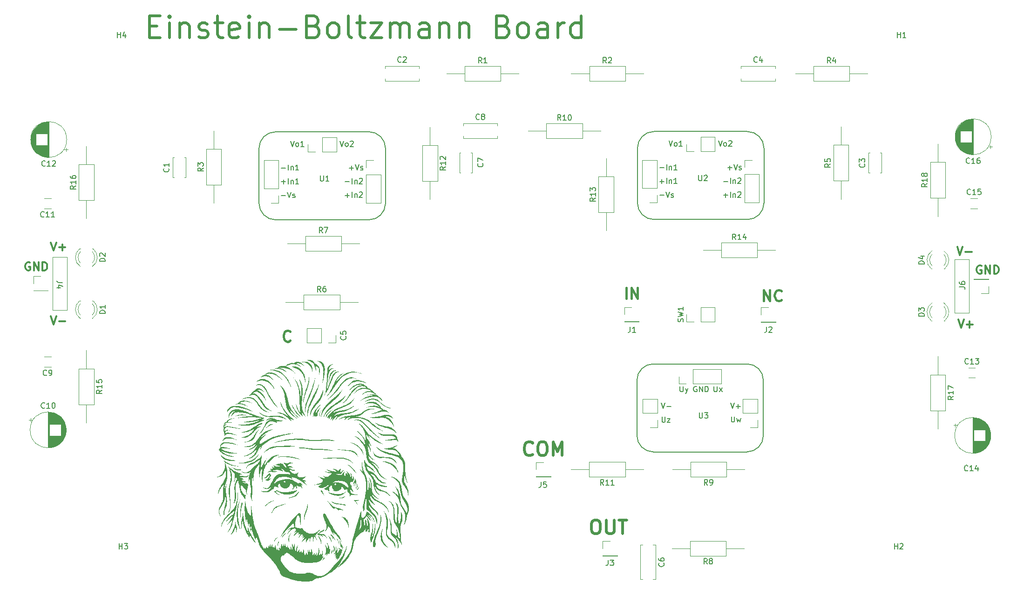
<source format=gbr>
%TF.GenerationSoftware,KiCad,Pcbnew,7.0.9*%
%TF.CreationDate,2024-02-16T00:25:04-03:00*%
%TF.ProjectId,main-board,6d61696e-2d62-46f6-9172-642e6b696361,0.1*%
%TF.SameCoordinates,Original*%
%TF.FileFunction,Legend,Top*%
%TF.FilePolarity,Positive*%
%FSLAX46Y46*%
G04 Gerber Fmt 4.6, Leading zero omitted, Abs format (unit mm)*
G04 Created by KiCad (PCBNEW 7.0.9) date 2024-02-16 00:25:04*
%MOMM*%
%LPD*%
G01*
G04 APERTURE LIST*
%ADD10C,0.400000*%
%ADD11C,0.500000*%
%ADD12C,0.300000*%
%ADD13C,0.200000*%
%ADD14C,0.120000*%
%ADD15C,0.150000*%
G04 APERTURE END LIST*
D10*
X170939347Y-99934438D02*
X170939347Y-97934438D01*
X171891728Y-99934438D02*
X171891728Y-97934438D01*
X171891728Y-97934438D02*
X173034585Y-99934438D01*
X173034585Y-99934438D02*
X173034585Y-97934438D01*
D11*
X153952756Y-128229952D02*
X153833708Y-128349000D01*
X153833708Y-128349000D02*
X153476566Y-128468047D01*
X153476566Y-128468047D02*
X153238470Y-128468047D01*
X153238470Y-128468047D02*
X152881327Y-128349000D01*
X152881327Y-128349000D02*
X152643232Y-128110904D01*
X152643232Y-128110904D02*
X152524185Y-127872809D01*
X152524185Y-127872809D02*
X152405137Y-127396619D01*
X152405137Y-127396619D02*
X152405137Y-127039476D01*
X152405137Y-127039476D02*
X152524185Y-126563285D01*
X152524185Y-126563285D02*
X152643232Y-126325190D01*
X152643232Y-126325190D02*
X152881327Y-126087095D01*
X152881327Y-126087095D02*
X153238470Y-125968047D01*
X153238470Y-125968047D02*
X153476566Y-125968047D01*
X153476566Y-125968047D02*
X153833708Y-126087095D01*
X153833708Y-126087095D02*
X153952756Y-126206142D01*
X155500375Y-125968047D02*
X155976566Y-125968047D01*
X155976566Y-125968047D02*
X156214661Y-126087095D01*
X156214661Y-126087095D02*
X156452756Y-126325190D01*
X156452756Y-126325190D02*
X156571804Y-126801380D01*
X156571804Y-126801380D02*
X156571804Y-127634714D01*
X156571804Y-127634714D02*
X156452756Y-128110904D01*
X156452756Y-128110904D02*
X156214661Y-128349000D01*
X156214661Y-128349000D02*
X155976566Y-128468047D01*
X155976566Y-128468047D02*
X155500375Y-128468047D01*
X155500375Y-128468047D02*
X155262280Y-128349000D01*
X155262280Y-128349000D02*
X155024185Y-128110904D01*
X155024185Y-128110904D02*
X154905137Y-127634714D01*
X154905137Y-127634714D02*
X154905137Y-126801380D01*
X154905137Y-126801380D02*
X155024185Y-126325190D01*
X155024185Y-126325190D02*
X155262280Y-126087095D01*
X155262280Y-126087095D02*
X155500375Y-125968047D01*
X157643233Y-128468047D02*
X157643233Y-125968047D01*
X157643233Y-125968047D02*
X158476566Y-127753761D01*
X158476566Y-127753761D02*
X159309899Y-125968047D01*
X159309899Y-125968047D02*
X159309899Y-128468047D01*
D10*
X109882204Y-107543961D02*
X109786966Y-107639200D01*
X109786966Y-107639200D02*
X109501252Y-107734438D01*
X109501252Y-107734438D02*
X109310776Y-107734438D01*
X109310776Y-107734438D02*
X109025061Y-107639200D01*
X109025061Y-107639200D02*
X108834585Y-107448723D01*
X108834585Y-107448723D02*
X108739347Y-107258247D01*
X108739347Y-107258247D02*
X108644109Y-106877295D01*
X108644109Y-106877295D02*
X108644109Y-106591580D01*
X108644109Y-106591580D02*
X108739347Y-106210628D01*
X108739347Y-106210628D02*
X108834585Y-106020152D01*
X108834585Y-106020152D02*
X109025061Y-105829676D01*
X109025061Y-105829676D02*
X109310776Y-105734438D01*
X109310776Y-105734438D02*
X109501252Y-105734438D01*
X109501252Y-105734438D02*
X109786966Y-105829676D01*
X109786966Y-105829676D02*
X109882204Y-105924914D01*
D11*
X84281327Y-50389238D02*
X85614661Y-50389238D01*
X86186089Y-52484476D02*
X84281327Y-52484476D01*
X84281327Y-52484476D02*
X84281327Y-48484476D01*
X84281327Y-48484476D02*
X86186089Y-48484476D01*
X87900375Y-52484476D02*
X87900375Y-49817809D01*
X87900375Y-48484476D02*
X87709899Y-48674952D01*
X87709899Y-48674952D02*
X87900375Y-48865428D01*
X87900375Y-48865428D02*
X88090852Y-48674952D01*
X88090852Y-48674952D02*
X87900375Y-48484476D01*
X87900375Y-48484476D02*
X87900375Y-48865428D01*
X89805137Y-49817809D02*
X89805137Y-52484476D01*
X89805137Y-50198761D02*
X89995614Y-50008285D01*
X89995614Y-50008285D02*
X90376566Y-49817809D01*
X90376566Y-49817809D02*
X90947995Y-49817809D01*
X90947995Y-49817809D02*
X91328947Y-50008285D01*
X91328947Y-50008285D02*
X91519423Y-50389238D01*
X91519423Y-50389238D02*
X91519423Y-52484476D01*
X93233709Y-52294000D02*
X93614662Y-52484476D01*
X93614662Y-52484476D02*
X94376566Y-52484476D01*
X94376566Y-52484476D02*
X94757519Y-52294000D01*
X94757519Y-52294000D02*
X94947995Y-51913047D01*
X94947995Y-51913047D02*
X94947995Y-51722571D01*
X94947995Y-51722571D02*
X94757519Y-51341619D01*
X94757519Y-51341619D02*
X94376566Y-51151142D01*
X94376566Y-51151142D02*
X93805138Y-51151142D01*
X93805138Y-51151142D02*
X93424185Y-50960666D01*
X93424185Y-50960666D02*
X93233709Y-50579714D01*
X93233709Y-50579714D02*
X93233709Y-50389238D01*
X93233709Y-50389238D02*
X93424185Y-50008285D01*
X93424185Y-50008285D02*
X93805138Y-49817809D01*
X93805138Y-49817809D02*
X94376566Y-49817809D01*
X94376566Y-49817809D02*
X94757519Y-50008285D01*
X96090852Y-49817809D02*
X97614661Y-49817809D01*
X96662280Y-48484476D02*
X96662280Y-51913047D01*
X96662280Y-51913047D02*
X96852757Y-52294000D01*
X96852757Y-52294000D02*
X97233709Y-52484476D01*
X97233709Y-52484476D02*
X97614661Y-52484476D01*
X100471804Y-52294000D02*
X100090852Y-52484476D01*
X100090852Y-52484476D02*
X99328947Y-52484476D01*
X99328947Y-52484476D02*
X98947994Y-52294000D01*
X98947994Y-52294000D02*
X98757518Y-51913047D01*
X98757518Y-51913047D02*
X98757518Y-50389238D01*
X98757518Y-50389238D02*
X98947994Y-50008285D01*
X98947994Y-50008285D02*
X99328947Y-49817809D01*
X99328947Y-49817809D02*
X100090852Y-49817809D01*
X100090852Y-49817809D02*
X100471804Y-50008285D01*
X100471804Y-50008285D02*
X100662280Y-50389238D01*
X100662280Y-50389238D02*
X100662280Y-50770190D01*
X100662280Y-50770190D02*
X98757518Y-51151142D01*
X102376565Y-52484476D02*
X102376565Y-49817809D01*
X102376565Y-48484476D02*
X102186089Y-48674952D01*
X102186089Y-48674952D02*
X102376565Y-48865428D01*
X102376565Y-48865428D02*
X102567042Y-48674952D01*
X102567042Y-48674952D02*
X102376565Y-48484476D01*
X102376565Y-48484476D02*
X102376565Y-48865428D01*
X104281327Y-49817809D02*
X104281327Y-52484476D01*
X104281327Y-50198761D02*
X104471804Y-50008285D01*
X104471804Y-50008285D02*
X104852756Y-49817809D01*
X104852756Y-49817809D02*
X105424185Y-49817809D01*
X105424185Y-49817809D02*
X105805137Y-50008285D01*
X105805137Y-50008285D02*
X105995613Y-50389238D01*
X105995613Y-50389238D02*
X105995613Y-52484476D01*
X107900375Y-50960666D02*
X110947995Y-50960666D01*
X114186090Y-50389238D02*
X114757518Y-50579714D01*
X114757518Y-50579714D02*
X114947995Y-50770190D01*
X114947995Y-50770190D02*
X115138471Y-51151142D01*
X115138471Y-51151142D02*
X115138471Y-51722571D01*
X115138471Y-51722571D02*
X114947995Y-52103523D01*
X114947995Y-52103523D02*
X114757518Y-52294000D01*
X114757518Y-52294000D02*
X114376566Y-52484476D01*
X114376566Y-52484476D02*
X112852756Y-52484476D01*
X112852756Y-52484476D02*
X112852756Y-48484476D01*
X112852756Y-48484476D02*
X114186090Y-48484476D01*
X114186090Y-48484476D02*
X114567042Y-48674952D01*
X114567042Y-48674952D02*
X114757518Y-48865428D01*
X114757518Y-48865428D02*
X114947995Y-49246380D01*
X114947995Y-49246380D02*
X114947995Y-49627333D01*
X114947995Y-49627333D02*
X114757518Y-50008285D01*
X114757518Y-50008285D02*
X114567042Y-50198761D01*
X114567042Y-50198761D02*
X114186090Y-50389238D01*
X114186090Y-50389238D02*
X112852756Y-50389238D01*
X117424185Y-52484476D02*
X117043233Y-52294000D01*
X117043233Y-52294000D02*
X116852756Y-52103523D01*
X116852756Y-52103523D02*
X116662280Y-51722571D01*
X116662280Y-51722571D02*
X116662280Y-50579714D01*
X116662280Y-50579714D02*
X116852756Y-50198761D01*
X116852756Y-50198761D02*
X117043233Y-50008285D01*
X117043233Y-50008285D02*
X117424185Y-49817809D01*
X117424185Y-49817809D02*
X117995614Y-49817809D01*
X117995614Y-49817809D02*
X118376566Y-50008285D01*
X118376566Y-50008285D02*
X118567042Y-50198761D01*
X118567042Y-50198761D02*
X118757518Y-50579714D01*
X118757518Y-50579714D02*
X118757518Y-51722571D01*
X118757518Y-51722571D02*
X118567042Y-52103523D01*
X118567042Y-52103523D02*
X118376566Y-52294000D01*
X118376566Y-52294000D02*
X117995614Y-52484476D01*
X117995614Y-52484476D02*
X117424185Y-52484476D01*
X121043233Y-52484476D02*
X120662281Y-52294000D01*
X120662281Y-52294000D02*
X120471804Y-51913047D01*
X120471804Y-51913047D02*
X120471804Y-48484476D01*
X121995614Y-49817809D02*
X123519423Y-49817809D01*
X122567042Y-48484476D02*
X122567042Y-51913047D01*
X122567042Y-51913047D02*
X122757519Y-52294000D01*
X122757519Y-52294000D02*
X123138471Y-52484476D01*
X123138471Y-52484476D02*
X123519423Y-52484476D01*
X124471804Y-49817809D02*
X126567042Y-49817809D01*
X126567042Y-49817809D02*
X124471804Y-52484476D01*
X124471804Y-52484476D02*
X126567042Y-52484476D01*
X128090851Y-52484476D02*
X128090851Y-49817809D01*
X128090851Y-50198761D02*
X128281328Y-50008285D01*
X128281328Y-50008285D02*
X128662280Y-49817809D01*
X128662280Y-49817809D02*
X129233709Y-49817809D01*
X129233709Y-49817809D02*
X129614661Y-50008285D01*
X129614661Y-50008285D02*
X129805137Y-50389238D01*
X129805137Y-50389238D02*
X129805137Y-52484476D01*
X129805137Y-50389238D02*
X129995613Y-50008285D01*
X129995613Y-50008285D02*
X130376566Y-49817809D01*
X130376566Y-49817809D02*
X130947994Y-49817809D01*
X130947994Y-49817809D02*
X131328947Y-50008285D01*
X131328947Y-50008285D02*
X131519423Y-50389238D01*
X131519423Y-50389238D02*
X131519423Y-52484476D01*
X135138470Y-52484476D02*
X135138470Y-50389238D01*
X135138470Y-50389238D02*
X134947994Y-50008285D01*
X134947994Y-50008285D02*
X134567042Y-49817809D01*
X134567042Y-49817809D02*
X133805137Y-49817809D01*
X133805137Y-49817809D02*
X133424184Y-50008285D01*
X135138470Y-52294000D02*
X134757518Y-52484476D01*
X134757518Y-52484476D02*
X133805137Y-52484476D01*
X133805137Y-52484476D02*
X133424184Y-52294000D01*
X133424184Y-52294000D02*
X133233708Y-51913047D01*
X133233708Y-51913047D02*
X133233708Y-51532095D01*
X133233708Y-51532095D02*
X133424184Y-51151142D01*
X133424184Y-51151142D02*
X133805137Y-50960666D01*
X133805137Y-50960666D02*
X134757518Y-50960666D01*
X134757518Y-50960666D02*
X135138470Y-50770190D01*
X137043232Y-49817809D02*
X137043232Y-52484476D01*
X137043232Y-50198761D02*
X137233709Y-50008285D01*
X137233709Y-50008285D02*
X137614661Y-49817809D01*
X137614661Y-49817809D02*
X138186090Y-49817809D01*
X138186090Y-49817809D02*
X138567042Y-50008285D01*
X138567042Y-50008285D02*
X138757518Y-50389238D01*
X138757518Y-50389238D02*
X138757518Y-52484476D01*
X140662280Y-49817809D02*
X140662280Y-52484476D01*
X140662280Y-50198761D02*
X140852757Y-50008285D01*
X140852757Y-50008285D02*
X141233709Y-49817809D01*
X141233709Y-49817809D02*
X141805138Y-49817809D01*
X141805138Y-49817809D02*
X142186090Y-50008285D01*
X142186090Y-50008285D02*
X142376566Y-50389238D01*
X142376566Y-50389238D02*
X142376566Y-52484476D01*
X148662281Y-50389238D02*
X149233709Y-50579714D01*
X149233709Y-50579714D02*
X149424186Y-50770190D01*
X149424186Y-50770190D02*
X149614662Y-51151142D01*
X149614662Y-51151142D02*
X149614662Y-51722571D01*
X149614662Y-51722571D02*
X149424186Y-52103523D01*
X149424186Y-52103523D02*
X149233709Y-52294000D01*
X149233709Y-52294000D02*
X148852757Y-52484476D01*
X148852757Y-52484476D02*
X147328947Y-52484476D01*
X147328947Y-52484476D02*
X147328947Y-48484476D01*
X147328947Y-48484476D02*
X148662281Y-48484476D01*
X148662281Y-48484476D02*
X149043233Y-48674952D01*
X149043233Y-48674952D02*
X149233709Y-48865428D01*
X149233709Y-48865428D02*
X149424186Y-49246380D01*
X149424186Y-49246380D02*
X149424186Y-49627333D01*
X149424186Y-49627333D02*
X149233709Y-50008285D01*
X149233709Y-50008285D02*
X149043233Y-50198761D01*
X149043233Y-50198761D02*
X148662281Y-50389238D01*
X148662281Y-50389238D02*
X147328947Y-50389238D01*
X151900376Y-52484476D02*
X151519424Y-52294000D01*
X151519424Y-52294000D02*
X151328947Y-52103523D01*
X151328947Y-52103523D02*
X151138471Y-51722571D01*
X151138471Y-51722571D02*
X151138471Y-50579714D01*
X151138471Y-50579714D02*
X151328947Y-50198761D01*
X151328947Y-50198761D02*
X151519424Y-50008285D01*
X151519424Y-50008285D02*
X151900376Y-49817809D01*
X151900376Y-49817809D02*
X152471805Y-49817809D01*
X152471805Y-49817809D02*
X152852757Y-50008285D01*
X152852757Y-50008285D02*
X153043233Y-50198761D01*
X153043233Y-50198761D02*
X153233709Y-50579714D01*
X153233709Y-50579714D02*
X153233709Y-51722571D01*
X153233709Y-51722571D02*
X153043233Y-52103523D01*
X153043233Y-52103523D02*
X152852757Y-52294000D01*
X152852757Y-52294000D02*
X152471805Y-52484476D01*
X152471805Y-52484476D02*
X151900376Y-52484476D01*
X156662281Y-52484476D02*
X156662281Y-50389238D01*
X156662281Y-50389238D02*
X156471805Y-50008285D01*
X156471805Y-50008285D02*
X156090853Y-49817809D01*
X156090853Y-49817809D02*
X155328948Y-49817809D01*
X155328948Y-49817809D02*
X154947995Y-50008285D01*
X156662281Y-52294000D02*
X156281329Y-52484476D01*
X156281329Y-52484476D02*
X155328948Y-52484476D01*
X155328948Y-52484476D02*
X154947995Y-52294000D01*
X154947995Y-52294000D02*
X154757519Y-51913047D01*
X154757519Y-51913047D02*
X154757519Y-51532095D01*
X154757519Y-51532095D02*
X154947995Y-51151142D01*
X154947995Y-51151142D02*
X155328948Y-50960666D01*
X155328948Y-50960666D02*
X156281329Y-50960666D01*
X156281329Y-50960666D02*
X156662281Y-50770190D01*
X158567043Y-52484476D02*
X158567043Y-49817809D01*
X158567043Y-50579714D02*
X158757520Y-50198761D01*
X158757520Y-50198761D02*
X158947996Y-50008285D01*
X158947996Y-50008285D02*
X159328948Y-49817809D01*
X159328948Y-49817809D02*
X159709901Y-49817809D01*
X162757519Y-52484476D02*
X162757519Y-48484476D01*
X162757519Y-52294000D02*
X162376567Y-52484476D01*
X162376567Y-52484476D02*
X161614662Y-52484476D01*
X161614662Y-52484476D02*
X161233710Y-52294000D01*
X161233710Y-52294000D02*
X161043233Y-52103523D01*
X161043233Y-52103523D02*
X160852757Y-51722571D01*
X160852757Y-51722571D02*
X160852757Y-50579714D01*
X160852757Y-50579714D02*
X161043233Y-50198761D01*
X161043233Y-50198761D02*
X161233710Y-50008285D01*
X161233710Y-50008285D02*
X161614662Y-49817809D01*
X161614662Y-49817809D02*
X162376567Y-49817809D01*
X162376567Y-49817809D02*
X162757519Y-50008285D01*
D12*
X235540225Y-93972257D02*
X235397368Y-93900828D01*
X235397368Y-93900828D02*
X235183082Y-93900828D01*
X235183082Y-93900828D02*
X234968796Y-93972257D01*
X234968796Y-93972257D02*
X234825939Y-94115114D01*
X234825939Y-94115114D02*
X234754510Y-94257971D01*
X234754510Y-94257971D02*
X234683082Y-94543685D01*
X234683082Y-94543685D02*
X234683082Y-94757971D01*
X234683082Y-94757971D02*
X234754510Y-95043685D01*
X234754510Y-95043685D02*
X234825939Y-95186542D01*
X234825939Y-95186542D02*
X234968796Y-95329400D01*
X234968796Y-95329400D02*
X235183082Y-95400828D01*
X235183082Y-95400828D02*
X235325939Y-95400828D01*
X235325939Y-95400828D02*
X235540225Y-95329400D01*
X235540225Y-95329400D02*
X235611653Y-95257971D01*
X235611653Y-95257971D02*
X235611653Y-94757971D01*
X235611653Y-94757971D02*
X235325939Y-94757971D01*
X236254510Y-95400828D02*
X236254510Y-93900828D01*
X236254510Y-93900828D02*
X237111653Y-95400828D01*
X237111653Y-95400828D02*
X237111653Y-93900828D01*
X237825939Y-95400828D02*
X237825939Y-93900828D01*
X237825939Y-93900828D02*
X238183082Y-93900828D01*
X238183082Y-93900828D02*
X238397368Y-93972257D01*
X238397368Y-93972257D02*
X238540225Y-94115114D01*
X238540225Y-94115114D02*
X238611654Y-94257971D01*
X238611654Y-94257971D02*
X238683082Y-94543685D01*
X238683082Y-94543685D02*
X238683082Y-94757971D01*
X238683082Y-94757971D02*
X238611654Y-95043685D01*
X238611654Y-95043685D02*
X238540225Y-95186542D01*
X238540225Y-95186542D02*
X238397368Y-95329400D01*
X238397368Y-95329400D02*
X238183082Y-95400828D01*
X238183082Y-95400828D02*
X237825939Y-95400828D01*
X62540225Y-93372257D02*
X62397368Y-93300828D01*
X62397368Y-93300828D02*
X62183082Y-93300828D01*
X62183082Y-93300828D02*
X61968796Y-93372257D01*
X61968796Y-93372257D02*
X61825939Y-93515114D01*
X61825939Y-93515114D02*
X61754510Y-93657971D01*
X61754510Y-93657971D02*
X61683082Y-93943685D01*
X61683082Y-93943685D02*
X61683082Y-94157971D01*
X61683082Y-94157971D02*
X61754510Y-94443685D01*
X61754510Y-94443685D02*
X61825939Y-94586542D01*
X61825939Y-94586542D02*
X61968796Y-94729400D01*
X61968796Y-94729400D02*
X62183082Y-94800828D01*
X62183082Y-94800828D02*
X62325939Y-94800828D01*
X62325939Y-94800828D02*
X62540225Y-94729400D01*
X62540225Y-94729400D02*
X62611653Y-94657971D01*
X62611653Y-94657971D02*
X62611653Y-94157971D01*
X62611653Y-94157971D02*
X62325939Y-94157971D01*
X63254510Y-94800828D02*
X63254510Y-93300828D01*
X63254510Y-93300828D02*
X64111653Y-94800828D01*
X64111653Y-94800828D02*
X64111653Y-93300828D01*
X64825939Y-94800828D02*
X64825939Y-93300828D01*
X64825939Y-93300828D02*
X65183082Y-93300828D01*
X65183082Y-93300828D02*
X65397368Y-93372257D01*
X65397368Y-93372257D02*
X65540225Y-93515114D01*
X65540225Y-93515114D02*
X65611654Y-93657971D01*
X65611654Y-93657971D02*
X65683082Y-93943685D01*
X65683082Y-93943685D02*
X65683082Y-94157971D01*
X65683082Y-94157971D02*
X65611654Y-94443685D01*
X65611654Y-94443685D02*
X65540225Y-94586542D01*
X65540225Y-94586542D02*
X65397368Y-94729400D01*
X65397368Y-94729400D02*
X65183082Y-94800828D01*
X65183082Y-94800828D02*
X64825939Y-94800828D01*
X66340225Y-89700828D02*
X66840225Y-91200828D01*
X66840225Y-91200828D02*
X67340225Y-89700828D01*
X67840224Y-90629400D02*
X68983082Y-90629400D01*
X68411653Y-91200828D02*
X68411653Y-90057971D01*
X66340225Y-103100828D02*
X66840225Y-104600828D01*
X66840225Y-104600828D02*
X67340225Y-103100828D01*
X67840224Y-104029400D02*
X68983082Y-104029400D01*
X231140225Y-90500828D02*
X231640225Y-92000828D01*
X231640225Y-92000828D02*
X232140225Y-90500828D01*
X232640224Y-91429400D02*
X233783082Y-91429400D01*
D11*
X165200375Y-140168047D02*
X165676566Y-140168047D01*
X165676566Y-140168047D02*
X165914661Y-140287095D01*
X165914661Y-140287095D02*
X166152756Y-140525190D01*
X166152756Y-140525190D02*
X166271804Y-141001380D01*
X166271804Y-141001380D02*
X166271804Y-141834714D01*
X166271804Y-141834714D02*
X166152756Y-142310904D01*
X166152756Y-142310904D02*
X165914661Y-142549000D01*
X165914661Y-142549000D02*
X165676566Y-142668047D01*
X165676566Y-142668047D02*
X165200375Y-142668047D01*
X165200375Y-142668047D02*
X164962280Y-142549000D01*
X164962280Y-142549000D02*
X164724185Y-142310904D01*
X164724185Y-142310904D02*
X164605137Y-141834714D01*
X164605137Y-141834714D02*
X164605137Y-141001380D01*
X164605137Y-141001380D02*
X164724185Y-140525190D01*
X164724185Y-140525190D02*
X164962280Y-140287095D01*
X164962280Y-140287095D02*
X165200375Y-140168047D01*
X167343233Y-140168047D02*
X167343233Y-142191857D01*
X167343233Y-142191857D02*
X167462280Y-142429952D01*
X167462280Y-142429952D02*
X167581328Y-142549000D01*
X167581328Y-142549000D02*
X167819423Y-142668047D01*
X167819423Y-142668047D02*
X168295614Y-142668047D01*
X168295614Y-142668047D02*
X168533709Y-142549000D01*
X168533709Y-142549000D02*
X168652756Y-142429952D01*
X168652756Y-142429952D02*
X168771804Y-142191857D01*
X168771804Y-142191857D02*
X168771804Y-140168047D01*
X169605138Y-140168047D02*
X171033709Y-140168047D01*
X170319423Y-142668047D02*
X170319423Y-140168047D01*
D12*
X231340225Y-103700828D02*
X231840225Y-105200828D01*
X231840225Y-105200828D02*
X232340225Y-103700828D01*
X232840224Y-104629400D02*
X233983082Y-104629400D01*
X233411653Y-105200828D02*
X233411653Y-104057971D01*
D10*
X195939347Y-100334438D02*
X195939347Y-98334438D01*
X195939347Y-98334438D02*
X197082204Y-100334438D01*
X197082204Y-100334438D02*
X197082204Y-98334438D01*
X199177442Y-100143961D02*
X199082204Y-100239200D01*
X199082204Y-100239200D02*
X198796490Y-100334438D01*
X198796490Y-100334438D02*
X198606014Y-100334438D01*
X198606014Y-100334438D02*
X198320299Y-100239200D01*
X198320299Y-100239200D02*
X198129823Y-100048723D01*
X198129823Y-100048723D02*
X198034585Y-99858247D01*
X198034585Y-99858247D02*
X197939347Y-99477295D01*
X197939347Y-99477295D02*
X197939347Y-99191580D01*
X197939347Y-99191580D02*
X198034585Y-98810628D01*
X198034585Y-98810628D02*
X198129823Y-98620152D01*
X198129823Y-98620152D02*
X198320299Y-98429676D01*
X198320299Y-98429676D02*
X198606014Y-98334438D01*
X198606014Y-98334438D02*
X198796490Y-98334438D01*
X198796490Y-98334438D02*
X199082204Y-98429676D01*
X199082204Y-98429676D02*
X199177442Y-98524914D01*
D13*
X167353333Y-57082219D02*
X167020000Y-56606028D01*
X166781905Y-57082219D02*
X166781905Y-56082219D01*
X166781905Y-56082219D02*
X167162857Y-56082219D01*
X167162857Y-56082219D02*
X167258095Y-56129838D01*
X167258095Y-56129838D02*
X167305714Y-56177457D01*
X167305714Y-56177457D02*
X167353333Y-56272695D01*
X167353333Y-56272695D02*
X167353333Y-56415552D01*
X167353333Y-56415552D02*
X167305714Y-56510790D01*
X167305714Y-56510790D02*
X167258095Y-56558409D01*
X167258095Y-56558409D02*
X167162857Y-56606028D01*
X167162857Y-56606028D02*
X166781905Y-56606028D01*
X167734286Y-56177457D02*
X167781905Y-56129838D01*
X167781905Y-56129838D02*
X167877143Y-56082219D01*
X167877143Y-56082219D02*
X168115238Y-56082219D01*
X168115238Y-56082219D02*
X168210476Y-56129838D01*
X168210476Y-56129838D02*
X168258095Y-56177457D01*
X168258095Y-56177457D02*
X168305714Y-56272695D01*
X168305714Y-56272695D02*
X168305714Y-56367933D01*
X168305714Y-56367933D02*
X168258095Y-56510790D01*
X168258095Y-56510790D02*
X167686667Y-57082219D01*
X167686667Y-57082219D02*
X168305714Y-57082219D01*
X233557142Y-80906980D02*
X233509523Y-80954600D01*
X233509523Y-80954600D02*
X233366666Y-81002219D01*
X233366666Y-81002219D02*
X233271428Y-81002219D01*
X233271428Y-81002219D02*
X233128571Y-80954600D01*
X233128571Y-80954600D02*
X233033333Y-80859361D01*
X233033333Y-80859361D02*
X232985714Y-80764123D01*
X232985714Y-80764123D02*
X232938095Y-80573647D01*
X232938095Y-80573647D02*
X232938095Y-80430790D01*
X232938095Y-80430790D02*
X232985714Y-80240314D01*
X232985714Y-80240314D02*
X233033333Y-80145076D01*
X233033333Y-80145076D02*
X233128571Y-80049838D01*
X233128571Y-80049838D02*
X233271428Y-80002219D01*
X233271428Y-80002219D02*
X233366666Y-80002219D01*
X233366666Y-80002219D02*
X233509523Y-80049838D01*
X233509523Y-80049838D02*
X233557142Y-80097457D01*
X234509523Y-81002219D02*
X233938095Y-81002219D01*
X234223809Y-81002219D02*
X234223809Y-80002219D01*
X234223809Y-80002219D02*
X234128571Y-80145076D01*
X234128571Y-80145076D02*
X234033333Y-80240314D01*
X234033333Y-80240314D02*
X233938095Y-80287933D01*
X235414285Y-80002219D02*
X234938095Y-80002219D01*
X234938095Y-80002219D02*
X234890476Y-80478409D01*
X234890476Y-80478409D02*
X234938095Y-80430790D01*
X234938095Y-80430790D02*
X235033333Y-80383171D01*
X235033333Y-80383171D02*
X235271428Y-80383171D01*
X235271428Y-80383171D02*
X235366666Y-80430790D01*
X235366666Y-80430790D02*
X235414285Y-80478409D01*
X235414285Y-80478409D02*
X235461904Y-80573647D01*
X235461904Y-80573647D02*
X235461904Y-80811742D01*
X235461904Y-80811742D02*
X235414285Y-80906980D01*
X235414285Y-80906980D02*
X235366666Y-80954600D01*
X235366666Y-80954600D02*
X235271428Y-81002219D01*
X235271428Y-81002219D02*
X235033333Y-81002219D01*
X235033333Y-81002219D02*
X234938095Y-80954600D01*
X234938095Y-80954600D02*
X234890476Y-80906980D01*
X225124719Y-93648094D02*
X224124719Y-93648094D01*
X224124719Y-93648094D02*
X224124719Y-93409999D01*
X224124719Y-93409999D02*
X224172338Y-93267142D01*
X224172338Y-93267142D02*
X224267576Y-93171904D01*
X224267576Y-93171904D02*
X224362814Y-93124285D01*
X224362814Y-93124285D02*
X224553290Y-93076666D01*
X224553290Y-93076666D02*
X224696147Y-93076666D01*
X224696147Y-93076666D02*
X224886623Y-93124285D01*
X224886623Y-93124285D02*
X224981861Y-93171904D01*
X224981861Y-93171904D02*
X225077100Y-93267142D01*
X225077100Y-93267142D02*
X225124719Y-93409999D01*
X225124719Y-93409999D02*
X225124719Y-93648094D01*
X224458052Y-92219523D02*
X225124719Y-92219523D01*
X224077100Y-92457618D02*
X224791385Y-92695713D01*
X224791385Y-92695713D02*
X224791385Y-92076666D01*
X233157142Y-111706980D02*
X233109523Y-111754600D01*
X233109523Y-111754600D02*
X232966666Y-111802219D01*
X232966666Y-111802219D02*
X232871428Y-111802219D01*
X232871428Y-111802219D02*
X232728571Y-111754600D01*
X232728571Y-111754600D02*
X232633333Y-111659361D01*
X232633333Y-111659361D02*
X232585714Y-111564123D01*
X232585714Y-111564123D02*
X232538095Y-111373647D01*
X232538095Y-111373647D02*
X232538095Y-111230790D01*
X232538095Y-111230790D02*
X232585714Y-111040314D01*
X232585714Y-111040314D02*
X232633333Y-110945076D01*
X232633333Y-110945076D02*
X232728571Y-110849838D01*
X232728571Y-110849838D02*
X232871428Y-110802219D01*
X232871428Y-110802219D02*
X232966666Y-110802219D01*
X232966666Y-110802219D02*
X233109523Y-110849838D01*
X233109523Y-110849838D02*
X233157142Y-110897457D01*
X234109523Y-111802219D02*
X233538095Y-111802219D01*
X233823809Y-111802219D02*
X233823809Y-110802219D01*
X233823809Y-110802219D02*
X233728571Y-110945076D01*
X233728571Y-110945076D02*
X233633333Y-111040314D01*
X233633333Y-111040314D02*
X233538095Y-111087933D01*
X234442857Y-110802219D02*
X235061904Y-110802219D01*
X235061904Y-110802219D02*
X234728571Y-111183171D01*
X234728571Y-111183171D02*
X234871428Y-111183171D01*
X234871428Y-111183171D02*
X234966666Y-111230790D01*
X234966666Y-111230790D02*
X235014285Y-111278409D01*
X235014285Y-111278409D02*
X235061904Y-111373647D01*
X235061904Y-111373647D02*
X235061904Y-111611742D01*
X235061904Y-111611742D02*
X235014285Y-111706980D01*
X235014285Y-111706980D02*
X234966666Y-111754600D01*
X234966666Y-111754600D02*
X234871428Y-111802219D01*
X234871428Y-111802219D02*
X234585714Y-111802219D01*
X234585714Y-111802219D02*
X234490476Y-111754600D01*
X234490476Y-111754600D02*
X234442857Y-111706980D01*
X76212219Y-102628094D02*
X75212219Y-102628094D01*
X75212219Y-102628094D02*
X75212219Y-102389999D01*
X75212219Y-102389999D02*
X75259838Y-102247142D01*
X75259838Y-102247142D02*
X75355076Y-102151904D01*
X75355076Y-102151904D02*
X75450314Y-102104285D01*
X75450314Y-102104285D02*
X75640790Y-102056666D01*
X75640790Y-102056666D02*
X75783647Y-102056666D01*
X75783647Y-102056666D02*
X75974123Y-102104285D01*
X75974123Y-102104285D02*
X76069361Y-102151904D01*
X76069361Y-102151904D02*
X76164600Y-102247142D01*
X76164600Y-102247142D02*
X76212219Y-102389999D01*
X76212219Y-102389999D02*
X76212219Y-102628094D01*
X76212219Y-101104285D02*
X76212219Y-101675713D01*
X76212219Y-101389999D02*
X75212219Y-101389999D01*
X75212219Y-101389999D02*
X75355076Y-101485237D01*
X75355076Y-101485237D02*
X75450314Y-101580475D01*
X75450314Y-101580475D02*
X75497933Y-101675713D01*
X181299600Y-104133332D02*
X181347219Y-103990475D01*
X181347219Y-103990475D02*
X181347219Y-103752380D01*
X181347219Y-103752380D02*
X181299600Y-103657142D01*
X181299600Y-103657142D02*
X181251980Y-103609523D01*
X181251980Y-103609523D02*
X181156742Y-103561904D01*
X181156742Y-103561904D02*
X181061504Y-103561904D01*
X181061504Y-103561904D02*
X180966266Y-103609523D01*
X180966266Y-103609523D02*
X180918647Y-103657142D01*
X180918647Y-103657142D02*
X180871028Y-103752380D01*
X180871028Y-103752380D02*
X180823409Y-103942856D01*
X180823409Y-103942856D02*
X180775790Y-104038094D01*
X180775790Y-104038094D02*
X180728171Y-104085713D01*
X180728171Y-104085713D02*
X180632933Y-104133332D01*
X180632933Y-104133332D02*
X180537695Y-104133332D01*
X180537695Y-104133332D02*
X180442457Y-104085713D01*
X180442457Y-104085713D02*
X180394838Y-104038094D01*
X180394838Y-104038094D02*
X180347219Y-103942856D01*
X180347219Y-103942856D02*
X180347219Y-103704761D01*
X180347219Y-103704761D02*
X180394838Y-103561904D01*
X180347219Y-103228570D02*
X181347219Y-102990475D01*
X181347219Y-102990475D02*
X180632933Y-102799999D01*
X180632933Y-102799999D02*
X181347219Y-102609523D01*
X181347219Y-102609523D02*
X180347219Y-102371428D01*
X181347219Y-101466666D02*
X181347219Y-102038094D01*
X181347219Y-101752380D02*
X180347219Y-101752380D01*
X180347219Y-101752380D02*
X180490076Y-101847618D01*
X180490076Y-101847618D02*
X180585314Y-101942856D01*
X180585314Y-101942856D02*
X180632933Y-102038094D01*
X194783333Y-56856980D02*
X194735714Y-56904600D01*
X194735714Y-56904600D02*
X194592857Y-56952219D01*
X194592857Y-56952219D02*
X194497619Y-56952219D01*
X194497619Y-56952219D02*
X194354762Y-56904600D01*
X194354762Y-56904600D02*
X194259524Y-56809361D01*
X194259524Y-56809361D02*
X194211905Y-56714123D01*
X194211905Y-56714123D02*
X194164286Y-56523647D01*
X194164286Y-56523647D02*
X194164286Y-56380790D01*
X194164286Y-56380790D02*
X194211905Y-56190314D01*
X194211905Y-56190314D02*
X194259524Y-56095076D01*
X194259524Y-56095076D02*
X194354762Y-55999838D01*
X194354762Y-55999838D02*
X194497619Y-55952219D01*
X194497619Y-55952219D02*
X194592857Y-55952219D01*
X194592857Y-55952219D02*
X194735714Y-55999838D01*
X194735714Y-55999838D02*
X194783333Y-56047457D01*
X195640476Y-56285552D02*
X195640476Y-56952219D01*
X195402381Y-55904600D02*
X195164286Y-56618885D01*
X195164286Y-56618885D02*
X195783333Y-56618885D01*
X208103333Y-57082219D02*
X207770000Y-56606028D01*
X207531905Y-57082219D02*
X207531905Y-56082219D01*
X207531905Y-56082219D02*
X207912857Y-56082219D01*
X207912857Y-56082219D02*
X208008095Y-56129838D01*
X208008095Y-56129838D02*
X208055714Y-56177457D01*
X208055714Y-56177457D02*
X208103333Y-56272695D01*
X208103333Y-56272695D02*
X208103333Y-56415552D01*
X208103333Y-56415552D02*
X208055714Y-56510790D01*
X208055714Y-56510790D02*
X208008095Y-56558409D01*
X208008095Y-56558409D02*
X207912857Y-56606028D01*
X207912857Y-56606028D02*
X207531905Y-56606028D01*
X208960476Y-56415552D02*
X208960476Y-57082219D01*
X208722381Y-56034600D02*
X208484286Y-56748885D01*
X208484286Y-56748885D02*
X209103333Y-56748885D01*
X159077142Y-67482219D02*
X158743809Y-67006028D01*
X158505714Y-67482219D02*
X158505714Y-66482219D01*
X158505714Y-66482219D02*
X158886666Y-66482219D01*
X158886666Y-66482219D02*
X158981904Y-66529838D01*
X158981904Y-66529838D02*
X159029523Y-66577457D01*
X159029523Y-66577457D02*
X159077142Y-66672695D01*
X159077142Y-66672695D02*
X159077142Y-66815552D01*
X159077142Y-66815552D02*
X159029523Y-66910790D01*
X159029523Y-66910790D02*
X158981904Y-66958409D01*
X158981904Y-66958409D02*
X158886666Y-67006028D01*
X158886666Y-67006028D02*
X158505714Y-67006028D01*
X160029523Y-67482219D02*
X159458095Y-67482219D01*
X159743809Y-67482219D02*
X159743809Y-66482219D01*
X159743809Y-66482219D02*
X159648571Y-66625076D01*
X159648571Y-66625076D02*
X159553333Y-66720314D01*
X159553333Y-66720314D02*
X159458095Y-66767933D01*
X160648571Y-66482219D02*
X160743809Y-66482219D01*
X160743809Y-66482219D02*
X160839047Y-66529838D01*
X160839047Y-66529838D02*
X160886666Y-66577457D01*
X160886666Y-66577457D02*
X160934285Y-66672695D01*
X160934285Y-66672695D02*
X160981904Y-66863171D01*
X160981904Y-66863171D02*
X160981904Y-67101266D01*
X160981904Y-67101266D02*
X160934285Y-67291742D01*
X160934285Y-67291742D02*
X160886666Y-67386980D01*
X160886666Y-67386980D02*
X160839047Y-67434600D01*
X160839047Y-67434600D02*
X160743809Y-67482219D01*
X160743809Y-67482219D02*
X160648571Y-67482219D01*
X160648571Y-67482219D02*
X160553333Y-67434600D01*
X160553333Y-67434600D02*
X160505714Y-67386980D01*
X160505714Y-67386980D02*
X160458095Y-67291742D01*
X160458095Y-67291742D02*
X160410476Y-67101266D01*
X160410476Y-67101266D02*
X160410476Y-66863171D01*
X160410476Y-66863171D02*
X160458095Y-66672695D01*
X160458095Y-66672695D02*
X160505714Y-66577457D01*
X160505714Y-66577457D02*
X160553333Y-66529838D01*
X160553333Y-66529838D02*
X160648571Y-66482219D01*
X87731980Y-76266666D02*
X87779600Y-76314285D01*
X87779600Y-76314285D02*
X87827219Y-76457142D01*
X87827219Y-76457142D02*
X87827219Y-76552380D01*
X87827219Y-76552380D02*
X87779600Y-76695237D01*
X87779600Y-76695237D02*
X87684361Y-76790475D01*
X87684361Y-76790475D02*
X87589123Y-76838094D01*
X87589123Y-76838094D02*
X87398647Y-76885713D01*
X87398647Y-76885713D02*
X87255790Y-76885713D01*
X87255790Y-76885713D02*
X87065314Y-76838094D01*
X87065314Y-76838094D02*
X86970076Y-76790475D01*
X86970076Y-76790475D02*
X86874838Y-76695237D01*
X86874838Y-76695237D02*
X86827219Y-76552380D01*
X86827219Y-76552380D02*
X86827219Y-76457142D01*
X86827219Y-76457142D02*
X86874838Y-76314285D01*
X86874838Y-76314285D02*
X86922457Y-76266666D01*
X87827219Y-75314285D02*
X87827219Y-75885713D01*
X87827219Y-75599999D02*
X86827219Y-75599999D01*
X86827219Y-75599999D02*
X86970076Y-75695237D01*
X86970076Y-75695237D02*
X87065314Y-75790475D01*
X87065314Y-75790475D02*
X87112933Y-75885713D01*
X115333095Y-77547219D02*
X115333095Y-78356742D01*
X115333095Y-78356742D02*
X115380714Y-78451980D01*
X115380714Y-78451980D02*
X115428333Y-78499600D01*
X115428333Y-78499600D02*
X115523571Y-78547219D01*
X115523571Y-78547219D02*
X115714047Y-78547219D01*
X115714047Y-78547219D02*
X115809285Y-78499600D01*
X115809285Y-78499600D02*
X115856904Y-78451980D01*
X115856904Y-78451980D02*
X115904523Y-78356742D01*
X115904523Y-78356742D02*
X115904523Y-77547219D01*
X116904523Y-78547219D02*
X116333095Y-78547219D01*
X116618809Y-78547219D02*
X116618809Y-77547219D01*
X116618809Y-77547219D02*
X116523571Y-77690076D01*
X116523571Y-77690076D02*
X116428333Y-77785314D01*
X116428333Y-77785314D02*
X116333095Y-77832933D01*
X108264673Y-81181266D02*
X109026578Y-81181266D01*
X109359911Y-80562219D02*
X109693244Y-81562219D01*
X109693244Y-81562219D02*
X110026577Y-80562219D01*
X110312292Y-81514600D02*
X110407530Y-81562219D01*
X110407530Y-81562219D02*
X110598006Y-81562219D01*
X110598006Y-81562219D02*
X110693244Y-81514600D01*
X110693244Y-81514600D02*
X110740863Y-81419361D01*
X110740863Y-81419361D02*
X110740863Y-81371742D01*
X110740863Y-81371742D02*
X110693244Y-81276504D01*
X110693244Y-81276504D02*
X110598006Y-81228885D01*
X110598006Y-81228885D02*
X110455149Y-81228885D01*
X110455149Y-81228885D02*
X110359911Y-81181266D01*
X110359911Y-81181266D02*
X110312292Y-81086028D01*
X110312292Y-81086028D02*
X110312292Y-81038409D01*
X110312292Y-81038409D02*
X110359911Y-80943171D01*
X110359911Y-80943171D02*
X110455149Y-80895552D01*
X110455149Y-80895552D02*
X110598006Y-80895552D01*
X110598006Y-80895552D02*
X110693244Y-80943171D01*
X108264673Y-78681266D02*
X109026578Y-78681266D01*
X108645625Y-79062219D02*
X108645625Y-78300314D01*
X109502768Y-79062219D02*
X109502768Y-78062219D01*
X109978958Y-78395552D02*
X109978958Y-79062219D01*
X109978958Y-78490790D02*
X110026577Y-78443171D01*
X110026577Y-78443171D02*
X110121815Y-78395552D01*
X110121815Y-78395552D02*
X110264672Y-78395552D01*
X110264672Y-78395552D02*
X110359910Y-78443171D01*
X110359910Y-78443171D02*
X110407529Y-78538409D01*
X110407529Y-78538409D02*
X110407529Y-79062219D01*
X111407529Y-79062219D02*
X110836101Y-79062219D01*
X111121815Y-79062219D02*
X111121815Y-78062219D01*
X111121815Y-78062219D02*
X111026577Y-78205076D01*
X111026577Y-78205076D02*
X110931339Y-78300314D01*
X110931339Y-78300314D02*
X110836101Y-78347933D01*
X118921816Y-71262219D02*
X119255149Y-72262219D01*
X119255149Y-72262219D02*
X119588482Y-71262219D01*
X120064673Y-72262219D02*
X119969435Y-72214600D01*
X119969435Y-72214600D02*
X119921816Y-72166980D01*
X119921816Y-72166980D02*
X119874197Y-72071742D01*
X119874197Y-72071742D02*
X119874197Y-71786028D01*
X119874197Y-71786028D02*
X119921816Y-71690790D01*
X119921816Y-71690790D02*
X119969435Y-71643171D01*
X119969435Y-71643171D02*
X120064673Y-71595552D01*
X120064673Y-71595552D02*
X120207530Y-71595552D01*
X120207530Y-71595552D02*
X120302768Y-71643171D01*
X120302768Y-71643171D02*
X120350387Y-71690790D01*
X120350387Y-71690790D02*
X120398006Y-71786028D01*
X120398006Y-71786028D02*
X120398006Y-72071742D01*
X120398006Y-72071742D02*
X120350387Y-72166980D01*
X120350387Y-72166980D02*
X120302768Y-72214600D01*
X120302768Y-72214600D02*
X120207530Y-72262219D01*
X120207530Y-72262219D02*
X120064673Y-72262219D01*
X120778959Y-71357457D02*
X120826578Y-71309838D01*
X120826578Y-71309838D02*
X120921816Y-71262219D01*
X120921816Y-71262219D02*
X121159911Y-71262219D01*
X121159911Y-71262219D02*
X121255149Y-71309838D01*
X121255149Y-71309838D02*
X121302768Y-71357457D01*
X121302768Y-71357457D02*
X121350387Y-71452695D01*
X121350387Y-71452695D02*
X121350387Y-71547933D01*
X121350387Y-71547933D02*
X121302768Y-71690790D01*
X121302768Y-71690790D02*
X120731340Y-72262219D01*
X120731340Y-72262219D02*
X121350387Y-72262219D01*
X120614673Y-76161266D02*
X121376578Y-76161266D01*
X120995625Y-76542219D02*
X120995625Y-75780314D01*
X121709911Y-75542219D02*
X122043244Y-76542219D01*
X122043244Y-76542219D02*
X122376577Y-75542219D01*
X122662292Y-76494600D02*
X122757530Y-76542219D01*
X122757530Y-76542219D02*
X122948006Y-76542219D01*
X122948006Y-76542219D02*
X123043244Y-76494600D01*
X123043244Y-76494600D02*
X123090863Y-76399361D01*
X123090863Y-76399361D02*
X123090863Y-76351742D01*
X123090863Y-76351742D02*
X123043244Y-76256504D01*
X123043244Y-76256504D02*
X122948006Y-76208885D01*
X122948006Y-76208885D02*
X122805149Y-76208885D01*
X122805149Y-76208885D02*
X122709911Y-76161266D01*
X122709911Y-76161266D02*
X122662292Y-76066028D01*
X122662292Y-76066028D02*
X122662292Y-76018409D01*
X122662292Y-76018409D02*
X122709911Y-75923171D01*
X122709911Y-75923171D02*
X122805149Y-75875552D01*
X122805149Y-75875552D02*
X122948006Y-75875552D01*
X122948006Y-75875552D02*
X123043244Y-75923171D01*
X119864673Y-81161266D02*
X120626578Y-81161266D01*
X120245625Y-81542219D02*
X120245625Y-80780314D01*
X121102768Y-81542219D02*
X121102768Y-80542219D01*
X121578958Y-80875552D02*
X121578958Y-81542219D01*
X121578958Y-80970790D02*
X121626577Y-80923171D01*
X121626577Y-80923171D02*
X121721815Y-80875552D01*
X121721815Y-80875552D02*
X121864672Y-80875552D01*
X121864672Y-80875552D02*
X121959910Y-80923171D01*
X121959910Y-80923171D02*
X122007529Y-81018409D01*
X122007529Y-81018409D02*
X122007529Y-81542219D01*
X122436101Y-80637457D02*
X122483720Y-80589838D01*
X122483720Y-80589838D02*
X122578958Y-80542219D01*
X122578958Y-80542219D02*
X122817053Y-80542219D01*
X122817053Y-80542219D02*
X122912291Y-80589838D01*
X122912291Y-80589838D02*
X122959910Y-80637457D01*
X122959910Y-80637457D02*
X123007529Y-80732695D01*
X123007529Y-80732695D02*
X123007529Y-80827933D01*
X123007529Y-80827933D02*
X122959910Y-80970790D01*
X122959910Y-80970790D02*
X122388482Y-81542219D01*
X122388482Y-81542219D02*
X123007529Y-81542219D01*
X119864673Y-78661266D02*
X120626578Y-78661266D01*
X121102768Y-79042219D02*
X121102768Y-78042219D01*
X121578958Y-78375552D02*
X121578958Y-79042219D01*
X121578958Y-78470790D02*
X121626577Y-78423171D01*
X121626577Y-78423171D02*
X121721815Y-78375552D01*
X121721815Y-78375552D02*
X121864672Y-78375552D01*
X121864672Y-78375552D02*
X121959910Y-78423171D01*
X121959910Y-78423171D02*
X122007529Y-78518409D01*
X122007529Y-78518409D02*
X122007529Y-79042219D01*
X122436101Y-78137457D02*
X122483720Y-78089838D01*
X122483720Y-78089838D02*
X122578958Y-78042219D01*
X122578958Y-78042219D02*
X122817053Y-78042219D01*
X122817053Y-78042219D02*
X122912291Y-78089838D01*
X122912291Y-78089838D02*
X122959910Y-78137457D01*
X122959910Y-78137457D02*
X123007529Y-78232695D01*
X123007529Y-78232695D02*
X123007529Y-78327933D01*
X123007529Y-78327933D02*
X122959910Y-78470790D01*
X122959910Y-78470790D02*
X122388482Y-79042219D01*
X122388482Y-79042219D02*
X123007529Y-79042219D01*
X108264673Y-76181266D02*
X109026578Y-76181266D01*
X109502768Y-76562219D02*
X109502768Y-75562219D01*
X109978958Y-75895552D02*
X109978958Y-76562219D01*
X109978958Y-75990790D02*
X110026577Y-75943171D01*
X110026577Y-75943171D02*
X110121815Y-75895552D01*
X110121815Y-75895552D02*
X110264672Y-75895552D01*
X110264672Y-75895552D02*
X110359910Y-75943171D01*
X110359910Y-75943171D02*
X110407529Y-76038409D01*
X110407529Y-76038409D02*
X110407529Y-76562219D01*
X111407529Y-76562219D02*
X110836101Y-76562219D01*
X111121815Y-76562219D02*
X111121815Y-75562219D01*
X111121815Y-75562219D02*
X111026577Y-75705076D01*
X111026577Y-75705076D02*
X110931339Y-75800314D01*
X110931339Y-75800314D02*
X110836101Y-75847933D01*
X109921816Y-71262219D02*
X110255149Y-72262219D01*
X110255149Y-72262219D02*
X110588482Y-71262219D01*
X111064673Y-72262219D02*
X110969435Y-72214600D01*
X110969435Y-72214600D02*
X110921816Y-72166980D01*
X110921816Y-72166980D02*
X110874197Y-72071742D01*
X110874197Y-72071742D02*
X110874197Y-71786028D01*
X110874197Y-71786028D02*
X110921816Y-71690790D01*
X110921816Y-71690790D02*
X110969435Y-71643171D01*
X110969435Y-71643171D02*
X111064673Y-71595552D01*
X111064673Y-71595552D02*
X111207530Y-71595552D01*
X111207530Y-71595552D02*
X111302768Y-71643171D01*
X111302768Y-71643171D02*
X111350387Y-71690790D01*
X111350387Y-71690790D02*
X111398006Y-71786028D01*
X111398006Y-71786028D02*
X111398006Y-72071742D01*
X111398006Y-72071742D02*
X111350387Y-72166980D01*
X111350387Y-72166980D02*
X111302768Y-72214600D01*
X111302768Y-72214600D02*
X111207530Y-72262219D01*
X111207530Y-72262219D02*
X111064673Y-72262219D01*
X112350387Y-72262219D02*
X111778959Y-72262219D01*
X112064673Y-72262219D02*
X112064673Y-71262219D01*
X112064673Y-71262219D02*
X111969435Y-71405076D01*
X111969435Y-71405076D02*
X111874197Y-71500314D01*
X111874197Y-71500314D02*
X111778959Y-71547933D01*
X233074763Y-131156980D02*
X233027144Y-131204600D01*
X233027144Y-131204600D02*
X232884287Y-131252219D01*
X232884287Y-131252219D02*
X232789049Y-131252219D01*
X232789049Y-131252219D02*
X232646192Y-131204600D01*
X232646192Y-131204600D02*
X232550954Y-131109361D01*
X232550954Y-131109361D02*
X232503335Y-131014123D01*
X232503335Y-131014123D02*
X232455716Y-130823647D01*
X232455716Y-130823647D02*
X232455716Y-130680790D01*
X232455716Y-130680790D02*
X232503335Y-130490314D01*
X232503335Y-130490314D02*
X232550954Y-130395076D01*
X232550954Y-130395076D02*
X232646192Y-130299838D01*
X232646192Y-130299838D02*
X232789049Y-130252219D01*
X232789049Y-130252219D02*
X232884287Y-130252219D01*
X232884287Y-130252219D02*
X233027144Y-130299838D01*
X233027144Y-130299838D02*
X233074763Y-130347457D01*
X234027144Y-131252219D02*
X233455716Y-131252219D01*
X233741430Y-131252219D02*
X233741430Y-130252219D01*
X233741430Y-130252219D02*
X233646192Y-130395076D01*
X233646192Y-130395076D02*
X233550954Y-130490314D01*
X233550954Y-130490314D02*
X233455716Y-130537933D01*
X234884287Y-130585552D02*
X234884287Y-131252219D01*
X234646192Y-130204600D02*
X234408097Y-130918885D01*
X234408097Y-130918885D02*
X235027144Y-130918885D01*
X78438095Y-52452219D02*
X78438095Y-51452219D01*
X78438095Y-51928409D02*
X79009523Y-51928409D01*
X79009523Y-52452219D02*
X79009523Y-51452219D01*
X79914285Y-51785552D02*
X79914285Y-52452219D01*
X79676190Y-51404600D02*
X79438095Y-52118885D01*
X79438095Y-52118885D02*
X80057142Y-52118885D01*
X185683333Y-148172219D02*
X185350000Y-147696028D01*
X185111905Y-148172219D02*
X185111905Y-147172219D01*
X185111905Y-147172219D02*
X185492857Y-147172219D01*
X185492857Y-147172219D02*
X185588095Y-147219838D01*
X185588095Y-147219838D02*
X185635714Y-147267457D01*
X185635714Y-147267457D02*
X185683333Y-147362695D01*
X185683333Y-147362695D02*
X185683333Y-147505552D01*
X185683333Y-147505552D02*
X185635714Y-147600790D01*
X185635714Y-147600790D02*
X185588095Y-147648409D01*
X185588095Y-147648409D02*
X185492857Y-147696028D01*
X185492857Y-147696028D02*
X185111905Y-147696028D01*
X186254762Y-147600790D02*
X186159524Y-147553171D01*
X186159524Y-147553171D02*
X186111905Y-147505552D01*
X186111905Y-147505552D02*
X186064286Y-147410314D01*
X186064286Y-147410314D02*
X186064286Y-147362695D01*
X186064286Y-147362695D02*
X186111905Y-147267457D01*
X186111905Y-147267457D02*
X186159524Y-147219838D01*
X186159524Y-147219838D02*
X186254762Y-147172219D01*
X186254762Y-147172219D02*
X186445238Y-147172219D01*
X186445238Y-147172219D02*
X186540476Y-147219838D01*
X186540476Y-147219838D02*
X186588095Y-147267457D01*
X186588095Y-147267457D02*
X186635714Y-147362695D01*
X186635714Y-147362695D02*
X186635714Y-147410314D01*
X186635714Y-147410314D02*
X186588095Y-147505552D01*
X186588095Y-147505552D02*
X186540476Y-147553171D01*
X186540476Y-147553171D02*
X186445238Y-147600790D01*
X186445238Y-147600790D02*
X186254762Y-147600790D01*
X186254762Y-147600790D02*
X186159524Y-147648409D01*
X186159524Y-147648409D02*
X186111905Y-147696028D01*
X186111905Y-147696028D02*
X186064286Y-147791266D01*
X186064286Y-147791266D02*
X186064286Y-147981742D01*
X186064286Y-147981742D02*
X186111905Y-148076980D01*
X186111905Y-148076980D02*
X186159524Y-148124600D01*
X186159524Y-148124600D02*
X186254762Y-148172219D01*
X186254762Y-148172219D02*
X186445238Y-148172219D01*
X186445238Y-148172219D02*
X186540476Y-148124600D01*
X186540476Y-148124600D02*
X186588095Y-148076980D01*
X186588095Y-148076980D02*
X186635714Y-147981742D01*
X186635714Y-147981742D02*
X186635714Y-147791266D01*
X186635714Y-147791266D02*
X186588095Y-147696028D01*
X186588095Y-147696028D02*
X186540476Y-147648409D01*
X186540476Y-147648409D02*
X186445238Y-147600790D01*
X144258333Y-67261980D02*
X144210714Y-67309600D01*
X144210714Y-67309600D02*
X144067857Y-67357219D01*
X144067857Y-67357219D02*
X143972619Y-67357219D01*
X143972619Y-67357219D02*
X143829762Y-67309600D01*
X143829762Y-67309600D02*
X143734524Y-67214361D01*
X143734524Y-67214361D02*
X143686905Y-67119123D01*
X143686905Y-67119123D02*
X143639286Y-66928647D01*
X143639286Y-66928647D02*
X143639286Y-66785790D01*
X143639286Y-66785790D02*
X143686905Y-66595314D01*
X143686905Y-66595314D02*
X143734524Y-66500076D01*
X143734524Y-66500076D02*
X143829762Y-66404838D01*
X143829762Y-66404838D02*
X143972619Y-66357219D01*
X143972619Y-66357219D02*
X144067857Y-66357219D01*
X144067857Y-66357219D02*
X144210714Y-66404838D01*
X144210714Y-66404838D02*
X144258333Y-66452457D01*
X144829762Y-66785790D02*
X144734524Y-66738171D01*
X144734524Y-66738171D02*
X144686905Y-66690552D01*
X144686905Y-66690552D02*
X144639286Y-66595314D01*
X144639286Y-66595314D02*
X144639286Y-66547695D01*
X144639286Y-66547695D02*
X144686905Y-66452457D01*
X144686905Y-66452457D02*
X144734524Y-66404838D01*
X144734524Y-66404838D02*
X144829762Y-66357219D01*
X144829762Y-66357219D02*
X145020238Y-66357219D01*
X145020238Y-66357219D02*
X145115476Y-66404838D01*
X145115476Y-66404838D02*
X145163095Y-66452457D01*
X145163095Y-66452457D02*
X145210714Y-66547695D01*
X145210714Y-66547695D02*
X145210714Y-66595314D01*
X145210714Y-66595314D02*
X145163095Y-66690552D01*
X145163095Y-66690552D02*
X145115476Y-66738171D01*
X145115476Y-66738171D02*
X145020238Y-66785790D01*
X145020238Y-66785790D02*
X144829762Y-66785790D01*
X144829762Y-66785790D02*
X144734524Y-66833409D01*
X144734524Y-66833409D02*
X144686905Y-66881028D01*
X144686905Y-66881028D02*
X144639286Y-66976266D01*
X144639286Y-66976266D02*
X144639286Y-67166742D01*
X144639286Y-67166742D02*
X144686905Y-67261980D01*
X144686905Y-67261980D02*
X144734524Y-67309600D01*
X144734524Y-67309600D02*
X144829762Y-67357219D01*
X144829762Y-67357219D02*
X145020238Y-67357219D01*
X145020238Y-67357219D02*
X145115476Y-67309600D01*
X145115476Y-67309600D02*
X145163095Y-67261980D01*
X145163095Y-67261980D02*
X145210714Y-67166742D01*
X145210714Y-67166742D02*
X145210714Y-66976266D01*
X145210714Y-66976266D02*
X145163095Y-66881028D01*
X145163095Y-66881028D02*
X145115476Y-66833409D01*
X145115476Y-66833409D02*
X145020238Y-66785790D01*
X166857142Y-133822219D02*
X166523809Y-133346028D01*
X166285714Y-133822219D02*
X166285714Y-132822219D01*
X166285714Y-132822219D02*
X166666666Y-132822219D01*
X166666666Y-132822219D02*
X166761904Y-132869838D01*
X166761904Y-132869838D02*
X166809523Y-132917457D01*
X166809523Y-132917457D02*
X166857142Y-133012695D01*
X166857142Y-133012695D02*
X166857142Y-133155552D01*
X166857142Y-133155552D02*
X166809523Y-133250790D01*
X166809523Y-133250790D02*
X166761904Y-133298409D01*
X166761904Y-133298409D02*
X166666666Y-133346028D01*
X166666666Y-133346028D02*
X166285714Y-133346028D01*
X167809523Y-133822219D02*
X167238095Y-133822219D01*
X167523809Y-133822219D02*
X167523809Y-132822219D01*
X167523809Y-132822219D02*
X167428571Y-132965076D01*
X167428571Y-132965076D02*
X167333333Y-133060314D01*
X167333333Y-133060314D02*
X167238095Y-133107933D01*
X168761904Y-133822219D02*
X168190476Y-133822219D01*
X168476190Y-133822219D02*
X168476190Y-132822219D01*
X168476190Y-132822219D02*
X168380952Y-132965076D01*
X168380952Y-132965076D02*
X168285714Y-133060314D01*
X168285714Y-133060314D02*
X168190476Y-133107933D01*
X165382219Y-81622857D02*
X164906028Y-81956190D01*
X165382219Y-82194285D02*
X164382219Y-82194285D01*
X164382219Y-82194285D02*
X164382219Y-81813333D01*
X164382219Y-81813333D02*
X164429838Y-81718095D01*
X164429838Y-81718095D02*
X164477457Y-81670476D01*
X164477457Y-81670476D02*
X164572695Y-81622857D01*
X164572695Y-81622857D02*
X164715552Y-81622857D01*
X164715552Y-81622857D02*
X164810790Y-81670476D01*
X164810790Y-81670476D02*
X164858409Y-81718095D01*
X164858409Y-81718095D02*
X164906028Y-81813333D01*
X164906028Y-81813333D02*
X164906028Y-82194285D01*
X165382219Y-80670476D02*
X165382219Y-81241904D01*
X165382219Y-80956190D02*
X164382219Y-80956190D01*
X164382219Y-80956190D02*
X164525076Y-81051428D01*
X164525076Y-81051428D02*
X164620314Y-81146666D01*
X164620314Y-81146666D02*
X164667933Y-81241904D01*
X164382219Y-80337142D02*
X164382219Y-79718095D01*
X164382219Y-79718095D02*
X164763171Y-80051428D01*
X164763171Y-80051428D02*
X164763171Y-79908571D01*
X164763171Y-79908571D02*
X164810790Y-79813333D01*
X164810790Y-79813333D02*
X164858409Y-79765714D01*
X164858409Y-79765714D02*
X164953647Y-79718095D01*
X164953647Y-79718095D02*
X165191742Y-79718095D01*
X165191742Y-79718095D02*
X165286980Y-79765714D01*
X165286980Y-79765714D02*
X165334600Y-79813333D01*
X165334600Y-79813333D02*
X165382219Y-79908571D01*
X165382219Y-79908571D02*
X165382219Y-80194285D01*
X165382219Y-80194285D02*
X165334600Y-80289523D01*
X165334600Y-80289523D02*
X165286980Y-80337142D01*
X155466666Y-133252219D02*
X155466666Y-133966504D01*
X155466666Y-133966504D02*
X155419047Y-134109361D01*
X155419047Y-134109361D02*
X155323809Y-134204600D01*
X155323809Y-134204600D02*
X155180952Y-134252219D01*
X155180952Y-134252219D02*
X155085714Y-134252219D01*
X156419047Y-133252219D02*
X155942857Y-133252219D01*
X155942857Y-133252219D02*
X155895238Y-133728409D01*
X155895238Y-133728409D02*
X155942857Y-133680790D01*
X155942857Y-133680790D02*
X156038095Y-133633171D01*
X156038095Y-133633171D02*
X156276190Y-133633171D01*
X156276190Y-133633171D02*
X156371428Y-133680790D01*
X156371428Y-133680790D02*
X156419047Y-133728409D01*
X156419047Y-133728409D02*
X156466666Y-133823647D01*
X156466666Y-133823647D02*
X156466666Y-134061742D01*
X156466666Y-134061742D02*
X156419047Y-134156980D01*
X156419047Y-134156980D02*
X156371428Y-134204600D01*
X156371428Y-134204600D02*
X156276190Y-134252219D01*
X156276190Y-134252219D02*
X156038095Y-134252219D01*
X156038095Y-134252219D02*
X155942857Y-134204600D01*
X155942857Y-134204600D02*
X155895238Y-134156980D01*
X70882219Y-79422857D02*
X70406028Y-79756190D01*
X70882219Y-79994285D02*
X69882219Y-79994285D01*
X69882219Y-79994285D02*
X69882219Y-79613333D01*
X69882219Y-79613333D02*
X69929838Y-79518095D01*
X69929838Y-79518095D02*
X69977457Y-79470476D01*
X69977457Y-79470476D02*
X70072695Y-79422857D01*
X70072695Y-79422857D02*
X70215552Y-79422857D01*
X70215552Y-79422857D02*
X70310790Y-79470476D01*
X70310790Y-79470476D02*
X70358409Y-79518095D01*
X70358409Y-79518095D02*
X70406028Y-79613333D01*
X70406028Y-79613333D02*
X70406028Y-79994285D01*
X70882219Y-78470476D02*
X70882219Y-79041904D01*
X70882219Y-78756190D02*
X69882219Y-78756190D01*
X69882219Y-78756190D02*
X70025076Y-78851428D01*
X70025076Y-78851428D02*
X70120314Y-78946666D01*
X70120314Y-78946666D02*
X70167933Y-79041904D01*
X69882219Y-77613333D02*
X69882219Y-77803809D01*
X69882219Y-77803809D02*
X69929838Y-77899047D01*
X69929838Y-77899047D02*
X69977457Y-77946666D01*
X69977457Y-77946666D02*
X70120314Y-78041904D01*
X70120314Y-78041904D02*
X70310790Y-78089523D01*
X70310790Y-78089523D02*
X70691742Y-78089523D01*
X70691742Y-78089523D02*
X70786980Y-78041904D01*
X70786980Y-78041904D02*
X70834600Y-77994285D01*
X70834600Y-77994285D02*
X70882219Y-77899047D01*
X70882219Y-77899047D02*
X70882219Y-77708571D01*
X70882219Y-77708571D02*
X70834600Y-77613333D01*
X70834600Y-77613333D02*
X70786980Y-77565714D01*
X70786980Y-77565714D02*
X70691742Y-77518095D01*
X70691742Y-77518095D02*
X70453647Y-77518095D01*
X70453647Y-77518095D02*
X70358409Y-77565714D01*
X70358409Y-77565714D02*
X70310790Y-77613333D01*
X70310790Y-77613333D02*
X70263171Y-77708571D01*
X70263171Y-77708571D02*
X70263171Y-77899047D01*
X70263171Y-77899047D02*
X70310790Y-77994285D01*
X70310790Y-77994285D02*
X70358409Y-78041904D01*
X70358409Y-78041904D02*
X70453647Y-78089523D01*
X225124719Y-103108094D02*
X224124719Y-103108094D01*
X224124719Y-103108094D02*
X224124719Y-102869999D01*
X224124719Y-102869999D02*
X224172338Y-102727142D01*
X224172338Y-102727142D02*
X224267576Y-102631904D01*
X224267576Y-102631904D02*
X224362814Y-102584285D01*
X224362814Y-102584285D02*
X224553290Y-102536666D01*
X224553290Y-102536666D02*
X224696147Y-102536666D01*
X224696147Y-102536666D02*
X224886623Y-102584285D01*
X224886623Y-102584285D02*
X224981861Y-102631904D01*
X224981861Y-102631904D02*
X225077100Y-102727142D01*
X225077100Y-102727142D02*
X225124719Y-102869999D01*
X225124719Y-102869999D02*
X225124719Y-103108094D01*
X224124719Y-102203332D02*
X224124719Y-101584285D01*
X224124719Y-101584285D02*
X224505671Y-101917618D01*
X224505671Y-101917618D02*
X224505671Y-101774761D01*
X224505671Y-101774761D02*
X224553290Y-101679523D01*
X224553290Y-101679523D02*
X224600909Y-101631904D01*
X224600909Y-101631904D02*
X224696147Y-101584285D01*
X224696147Y-101584285D02*
X224934242Y-101584285D01*
X224934242Y-101584285D02*
X225029480Y-101631904D01*
X225029480Y-101631904D02*
X225077100Y-101679523D01*
X225077100Y-101679523D02*
X225124719Y-101774761D01*
X225124719Y-101774761D02*
X225124719Y-102060475D01*
X225124719Y-102060475D02*
X225077100Y-102155713D01*
X225077100Y-102155713D02*
X225029480Y-102203332D01*
X177756980Y-148016666D02*
X177804600Y-148064285D01*
X177804600Y-148064285D02*
X177852219Y-148207142D01*
X177852219Y-148207142D02*
X177852219Y-148302380D01*
X177852219Y-148302380D02*
X177804600Y-148445237D01*
X177804600Y-148445237D02*
X177709361Y-148540475D01*
X177709361Y-148540475D02*
X177614123Y-148588094D01*
X177614123Y-148588094D02*
X177423647Y-148635713D01*
X177423647Y-148635713D02*
X177280790Y-148635713D01*
X177280790Y-148635713D02*
X177090314Y-148588094D01*
X177090314Y-148588094D02*
X176995076Y-148540475D01*
X176995076Y-148540475D02*
X176899838Y-148445237D01*
X176899838Y-148445237D02*
X176852219Y-148302380D01*
X176852219Y-148302380D02*
X176852219Y-148207142D01*
X176852219Y-148207142D02*
X176899838Y-148064285D01*
X176899838Y-148064285D02*
X176947457Y-148016666D01*
X176852219Y-147159523D02*
X176852219Y-147349999D01*
X176852219Y-147349999D02*
X176899838Y-147445237D01*
X176899838Y-147445237D02*
X176947457Y-147492856D01*
X176947457Y-147492856D02*
X177090314Y-147588094D01*
X177090314Y-147588094D02*
X177280790Y-147635713D01*
X177280790Y-147635713D02*
X177661742Y-147635713D01*
X177661742Y-147635713D02*
X177756980Y-147588094D01*
X177756980Y-147588094D02*
X177804600Y-147540475D01*
X177804600Y-147540475D02*
X177852219Y-147445237D01*
X177852219Y-147445237D02*
X177852219Y-147254761D01*
X177852219Y-147254761D02*
X177804600Y-147159523D01*
X177804600Y-147159523D02*
X177756980Y-147111904D01*
X177756980Y-147111904D02*
X177661742Y-147064285D01*
X177661742Y-147064285D02*
X177423647Y-147064285D01*
X177423647Y-147064285D02*
X177328409Y-147111904D01*
X177328409Y-147111904D02*
X177280790Y-147159523D01*
X177280790Y-147159523D02*
X177233171Y-147254761D01*
X177233171Y-147254761D02*
X177233171Y-147445237D01*
X177233171Y-147445237D02*
X177280790Y-147540475D01*
X177280790Y-147540475D02*
X177328409Y-147588094D01*
X177328409Y-147588094D02*
X177423647Y-147635713D01*
X225682219Y-79022857D02*
X225206028Y-79356190D01*
X225682219Y-79594285D02*
X224682219Y-79594285D01*
X224682219Y-79594285D02*
X224682219Y-79213333D01*
X224682219Y-79213333D02*
X224729838Y-79118095D01*
X224729838Y-79118095D02*
X224777457Y-79070476D01*
X224777457Y-79070476D02*
X224872695Y-79022857D01*
X224872695Y-79022857D02*
X225015552Y-79022857D01*
X225015552Y-79022857D02*
X225110790Y-79070476D01*
X225110790Y-79070476D02*
X225158409Y-79118095D01*
X225158409Y-79118095D02*
X225206028Y-79213333D01*
X225206028Y-79213333D02*
X225206028Y-79594285D01*
X225682219Y-78070476D02*
X225682219Y-78641904D01*
X225682219Y-78356190D02*
X224682219Y-78356190D01*
X224682219Y-78356190D02*
X224825076Y-78451428D01*
X224825076Y-78451428D02*
X224920314Y-78546666D01*
X224920314Y-78546666D02*
X224967933Y-78641904D01*
X225110790Y-77499047D02*
X225063171Y-77594285D01*
X225063171Y-77594285D02*
X225015552Y-77641904D01*
X225015552Y-77641904D02*
X224920314Y-77689523D01*
X224920314Y-77689523D02*
X224872695Y-77689523D01*
X224872695Y-77689523D02*
X224777457Y-77641904D01*
X224777457Y-77641904D02*
X224729838Y-77594285D01*
X224729838Y-77594285D02*
X224682219Y-77499047D01*
X224682219Y-77499047D02*
X224682219Y-77308571D01*
X224682219Y-77308571D02*
X224729838Y-77213333D01*
X224729838Y-77213333D02*
X224777457Y-77165714D01*
X224777457Y-77165714D02*
X224872695Y-77118095D01*
X224872695Y-77118095D02*
X224920314Y-77118095D01*
X224920314Y-77118095D02*
X225015552Y-77165714D01*
X225015552Y-77165714D02*
X225063171Y-77213333D01*
X225063171Y-77213333D02*
X225110790Y-77308571D01*
X225110790Y-77308571D02*
X225110790Y-77499047D01*
X225110790Y-77499047D02*
X225158409Y-77594285D01*
X225158409Y-77594285D02*
X225206028Y-77641904D01*
X225206028Y-77641904D02*
X225301266Y-77689523D01*
X225301266Y-77689523D02*
X225491742Y-77689523D01*
X225491742Y-77689523D02*
X225586980Y-77641904D01*
X225586980Y-77641904D02*
X225634600Y-77594285D01*
X225634600Y-77594285D02*
X225682219Y-77499047D01*
X225682219Y-77499047D02*
X225682219Y-77308571D01*
X225682219Y-77308571D02*
X225634600Y-77213333D01*
X225634600Y-77213333D02*
X225586980Y-77165714D01*
X225586980Y-77165714D02*
X225491742Y-77118095D01*
X225491742Y-77118095D02*
X225301266Y-77118095D01*
X225301266Y-77118095D02*
X225206028Y-77165714D01*
X225206028Y-77165714D02*
X225158409Y-77213333D01*
X225158409Y-77213333D02*
X225110790Y-77308571D01*
X76212219Y-93168094D02*
X75212219Y-93168094D01*
X75212219Y-93168094D02*
X75212219Y-92929999D01*
X75212219Y-92929999D02*
X75259838Y-92787142D01*
X75259838Y-92787142D02*
X75355076Y-92691904D01*
X75355076Y-92691904D02*
X75450314Y-92644285D01*
X75450314Y-92644285D02*
X75640790Y-92596666D01*
X75640790Y-92596666D02*
X75783647Y-92596666D01*
X75783647Y-92596666D02*
X75974123Y-92644285D01*
X75974123Y-92644285D02*
X76069361Y-92691904D01*
X76069361Y-92691904D02*
X76164600Y-92787142D01*
X76164600Y-92787142D02*
X76212219Y-92929999D01*
X76212219Y-92929999D02*
X76212219Y-93168094D01*
X75307457Y-92215713D02*
X75259838Y-92168094D01*
X75259838Y-92168094D02*
X75212219Y-92072856D01*
X75212219Y-92072856D02*
X75212219Y-91834761D01*
X75212219Y-91834761D02*
X75259838Y-91739523D01*
X75259838Y-91739523D02*
X75307457Y-91691904D01*
X75307457Y-91691904D02*
X75402695Y-91644285D01*
X75402695Y-91644285D02*
X75497933Y-91644285D01*
X75497933Y-91644285D02*
X75640790Y-91691904D01*
X75640790Y-91691904D02*
X76212219Y-92263332D01*
X76212219Y-92263332D02*
X76212219Y-91644285D01*
X208082219Y-75416666D02*
X207606028Y-75749999D01*
X208082219Y-75988094D02*
X207082219Y-75988094D01*
X207082219Y-75988094D02*
X207082219Y-75607142D01*
X207082219Y-75607142D02*
X207129838Y-75511904D01*
X207129838Y-75511904D02*
X207177457Y-75464285D01*
X207177457Y-75464285D02*
X207272695Y-75416666D01*
X207272695Y-75416666D02*
X207415552Y-75416666D01*
X207415552Y-75416666D02*
X207510790Y-75464285D01*
X207510790Y-75464285D02*
X207558409Y-75511904D01*
X207558409Y-75511904D02*
X207606028Y-75607142D01*
X207606028Y-75607142D02*
X207606028Y-75988094D01*
X207082219Y-74511904D02*
X207082219Y-74988094D01*
X207082219Y-74988094D02*
X207558409Y-75035713D01*
X207558409Y-75035713D02*
X207510790Y-74988094D01*
X207510790Y-74988094D02*
X207463171Y-74892856D01*
X207463171Y-74892856D02*
X207463171Y-74654761D01*
X207463171Y-74654761D02*
X207510790Y-74559523D01*
X207510790Y-74559523D02*
X207558409Y-74511904D01*
X207558409Y-74511904D02*
X207653647Y-74464285D01*
X207653647Y-74464285D02*
X207891742Y-74464285D01*
X207891742Y-74464285D02*
X207986980Y-74511904D01*
X207986980Y-74511904D02*
X208034600Y-74559523D01*
X208034600Y-74559523D02*
X208082219Y-74654761D01*
X208082219Y-74654761D02*
X208082219Y-74892856D01*
X208082219Y-74892856D02*
X208034600Y-74988094D01*
X208034600Y-74988094D02*
X207986980Y-75035713D01*
X119926980Y-106791666D02*
X119974600Y-106839285D01*
X119974600Y-106839285D02*
X120022219Y-106982142D01*
X120022219Y-106982142D02*
X120022219Y-107077380D01*
X120022219Y-107077380D02*
X119974600Y-107220237D01*
X119974600Y-107220237D02*
X119879361Y-107315475D01*
X119879361Y-107315475D02*
X119784123Y-107363094D01*
X119784123Y-107363094D02*
X119593647Y-107410713D01*
X119593647Y-107410713D02*
X119450790Y-107410713D01*
X119450790Y-107410713D02*
X119260314Y-107363094D01*
X119260314Y-107363094D02*
X119165076Y-107315475D01*
X119165076Y-107315475D02*
X119069838Y-107220237D01*
X119069838Y-107220237D02*
X119022219Y-107077380D01*
X119022219Y-107077380D02*
X119022219Y-106982142D01*
X119022219Y-106982142D02*
X119069838Y-106839285D01*
X119069838Y-106839285D02*
X119117457Y-106791666D01*
X119022219Y-105886904D02*
X119022219Y-106363094D01*
X119022219Y-106363094D02*
X119498409Y-106410713D01*
X119498409Y-106410713D02*
X119450790Y-106363094D01*
X119450790Y-106363094D02*
X119403171Y-106267856D01*
X119403171Y-106267856D02*
X119403171Y-106029761D01*
X119403171Y-106029761D02*
X119450790Y-105934523D01*
X119450790Y-105934523D02*
X119498409Y-105886904D01*
X119498409Y-105886904D02*
X119593647Y-105839285D01*
X119593647Y-105839285D02*
X119831742Y-105839285D01*
X119831742Y-105839285D02*
X119926980Y-105886904D01*
X119926980Y-105886904D02*
X119974600Y-105934523D01*
X119974600Y-105934523D02*
X120022219Y-106029761D01*
X120022219Y-106029761D02*
X120022219Y-106267856D01*
X120022219Y-106267856D02*
X119974600Y-106363094D01*
X119974600Y-106363094D02*
X119926980Y-106410713D01*
X167666666Y-147452219D02*
X167666666Y-148166504D01*
X167666666Y-148166504D02*
X167619047Y-148309361D01*
X167619047Y-148309361D02*
X167523809Y-148404600D01*
X167523809Y-148404600D02*
X167380952Y-148452219D01*
X167380952Y-148452219D02*
X167285714Y-148452219D01*
X168047619Y-147452219D02*
X168666666Y-147452219D01*
X168666666Y-147452219D02*
X168333333Y-147833171D01*
X168333333Y-147833171D02*
X168476190Y-147833171D01*
X168476190Y-147833171D02*
X168571428Y-147880790D01*
X168571428Y-147880790D02*
X168619047Y-147928409D01*
X168619047Y-147928409D02*
X168666666Y-148023647D01*
X168666666Y-148023647D02*
X168666666Y-148261742D01*
X168666666Y-148261742D02*
X168619047Y-148356980D01*
X168619047Y-148356980D02*
X168571428Y-148404600D01*
X168571428Y-148404600D02*
X168476190Y-148452219D01*
X168476190Y-148452219D02*
X168190476Y-148452219D01*
X168190476Y-148452219D02*
X168095238Y-148404600D01*
X168095238Y-148404600D02*
X168047619Y-148356980D01*
X68447780Y-97026666D02*
X67733495Y-97026666D01*
X67733495Y-97026666D02*
X67590638Y-96979047D01*
X67590638Y-96979047D02*
X67495400Y-96883809D01*
X67495400Y-96883809D02*
X67447780Y-96740952D01*
X67447780Y-96740952D02*
X67447780Y-96645714D01*
X68114447Y-97931428D02*
X67447780Y-97931428D01*
X68495400Y-97693333D02*
X67781114Y-97455238D01*
X67781114Y-97455238D02*
X67781114Y-98074285D01*
X65207142Y-119756980D02*
X65159523Y-119804600D01*
X65159523Y-119804600D02*
X65016666Y-119852219D01*
X65016666Y-119852219D02*
X64921428Y-119852219D01*
X64921428Y-119852219D02*
X64778571Y-119804600D01*
X64778571Y-119804600D02*
X64683333Y-119709361D01*
X64683333Y-119709361D02*
X64635714Y-119614123D01*
X64635714Y-119614123D02*
X64588095Y-119423647D01*
X64588095Y-119423647D02*
X64588095Y-119280790D01*
X64588095Y-119280790D02*
X64635714Y-119090314D01*
X64635714Y-119090314D02*
X64683333Y-118995076D01*
X64683333Y-118995076D02*
X64778571Y-118899838D01*
X64778571Y-118899838D02*
X64921428Y-118852219D01*
X64921428Y-118852219D02*
X65016666Y-118852219D01*
X65016666Y-118852219D02*
X65159523Y-118899838D01*
X65159523Y-118899838D02*
X65207142Y-118947457D01*
X66159523Y-119852219D02*
X65588095Y-119852219D01*
X65873809Y-119852219D02*
X65873809Y-118852219D01*
X65873809Y-118852219D02*
X65778571Y-118995076D01*
X65778571Y-118995076D02*
X65683333Y-119090314D01*
X65683333Y-119090314D02*
X65588095Y-119137933D01*
X66778571Y-118852219D02*
X66873809Y-118852219D01*
X66873809Y-118852219D02*
X66969047Y-118899838D01*
X66969047Y-118899838D02*
X67016666Y-118947457D01*
X67016666Y-118947457D02*
X67064285Y-119042695D01*
X67064285Y-119042695D02*
X67111904Y-119233171D01*
X67111904Y-119233171D02*
X67111904Y-119471266D01*
X67111904Y-119471266D02*
X67064285Y-119661742D01*
X67064285Y-119661742D02*
X67016666Y-119756980D01*
X67016666Y-119756980D02*
X66969047Y-119804600D01*
X66969047Y-119804600D02*
X66873809Y-119852219D01*
X66873809Y-119852219D02*
X66778571Y-119852219D01*
X66778571Y-119852219D02*
X66683333Y-119804600D01*
X66683333Y-119804600D02*
X66635714Y-119756980D01*
X66635714Y-119756980D02*
X66588095Y-119661742D01*
X66588095Y-119661742D02*
X66540476Y-119471266D01*
X66540476Y-119471266D02*
X66540476Y-119233171D01*
X66540476Y-119233171D02*
X66588095Y-119042695D01*
X66588095Y-119042695D02*
X66635714Y-118947457D01*
X66635714Y-118947457D02*
X66683333Y-118899838D01*
X66683333Y-118899838D02*
X66778571Y-118852219D01*
X130033333Y-56856980D02*
X129985714Y-56904600D01*
X129985714Y-56904600D02*
X129842857Y-56952219D01*
X129842857Y-56952219D02*
X129747619Y-56952219D01*
X129747619Y-56952219D02*
X129604762Y-56904600D01*
X129604762Y-56904600D02*
X129509524Y-56809361D01*
X129509524Y-56809361D02*
X129461905Y-56714123D01*
X129461905Y-56714123D02*
X129414286Y-56523647D01*
X129414286Y-56523647D02*
X129414286Y-56380790D01*
X129414286Y-56380790D02*
X129461905Y-56190314D01*
X129461905Y-56190314D02*
X129509524Y-56095076D01*
X129509524Y-56095076D02*
X129604762Y-55999838D01*
X129604762Y-55999838D02*
X129747619Y-55952219D01*
X129747619Y-55952219D02*
X129842857Y-55952219D01*
X129842857Y-55952219D02*
X129985714Y-55999838D01*
X129985714Y-55999838D02*
X130033333Y-56047457D01*
X130414286Y-56047457D02*
X130461905Y-55999838D01*
X130461905Y-55999838D02*
X130557143Y-55952219D01*
X130557143Y-55952219D02*
X130795238Y-55952219D01*
X130795238Y-55952219D02*
X130890476Y-55999838D01*
X130890476Y-55999838D02*
X130938095Y-56047457D01*
X130938095Y-56047457D02*
X130985714Y-56142695D01*
X130985714Y-56142695D02*
X130985714Y-56237933D01*
X130985714Y-56237933D02*
X130938095Y-56380790D01*
X130938095Y-56380790D02*
X130366667Y-56952219D01*
X130366667Y-56952219D02*
X130985714Y-56952219D01*
X115433333Y-98682219D02*
X115100000Y-98206028D01*
X114861905Y-98682219D02*
X114861905Y-97682219D01*
X114861905Y-97682219D02*
X115242857Y-97682219D01*
X115242857Y-97682219D02*
X115338095Y-97729838D01*
X115338095Y-97729838D02*
X115385714Y-97777457D01*
X115385714Y-97777457D02*
X115433333Y-97872695D01*
X115433333Y-97872695D02*
X115433333Y-98015552D01*
X115433333Y-98015552D02*
X115385714Y-98110790D01*
X115385714Y-98110790D02*
X115338095Y-98158409D01*
X115338095Y-98158409D02*
X115242857Y-98206028D01*
X115242857Y-98206028D02*
X114861905Y-98206028D01*
X116290476Y-97682219D02*
X116100000Y-97682219D01*
X116100000Y-97682219D02*
X116004762Y-97729838D01*
X116004762Y-97729838D02*
X115957143Y-97777457D01*
X115957143Y-97777457D02*
X115861905Y-97920314D01*
X115861905Y-97920314D02*
X115814286Y-98110790D01*
X115814286Y-98110790D02*
X115814286Y-98491742D01*
X115814286Y-98491742D02*
X115861905Y-98586980D01*
X115861905Y-98586980D02*
X115909524Y-98634600D01*
X115909524Y-98634600D02*
X116004762Y-98682219D01*
X116004762Y-98682219D02*
X116195238Y-98682219D01*
X116195238Y-98682219D02*
X116290476Y-98634600D01*
X116290476Y-98634600D02*
X116338095Y-98586980D01*
X116338095Y-98586980D02*
X116385714Y-98491742D01*
X116385714Y-98491742D02*
X116385714Y-98253647D01*
X116385714Y-98253647D02*
X116338095Y-98158409D01*
X116338095Y-98158409D02*
X116290476Y-98110790D01*
X116290476Y-98110790D02*
X116195238Y-98063171D01*
X116195238Y-98063171D02*
X116004762Y-98063171D01*
X116004762Y-98063171D02*
X115909524Y-98110790D01*
X115909524Y-98110790D02*
X115861905Y-98158409D01*
X115861905Y-98158409D02*
X115814286Y-98253647D01*
X184238095Y-120652219D02*
X184238095Y-121461742D01*
X184238095Y-121461742D02*
X184285714Y-121556980D01*
X184285714Y-121556980D02*
X184333333Y-121604600D01*
X184333333Y-121604600D02*
X184428571Y-121652219D01*
X184428571Y-121652219D02*
X184619047Y-121652219D01*
X184619047Y-121652219D02*
X184714285Y-121604600D01*
X184714285Y-121604600D02*
X184761904Y-121556980D01*
X184761904Y-121556980D02*
X184809523Y-121461742D01*
X184809523Y-121461742D02*
X184809523Y-120652219D01*
X185190476Y-120652219D02*
X185809523Y-120652219D01*
X185809523Y-120652219D02*
X185476190Y-121033171D01*
X185476190Y-121033171D02*
X185619047Y-121033171D01*
X185619047Y-121033171D02*
X185714285Y-121080790D01*
X185714285Y-121080790D02*
X185761904Y-121128409D01*
X185761904Y-121128409D02*
X185809523Y-121223647D01*
X185809523Y-121223647D02*
X185809523Y-121461742D01*
X185809523Y-121461742D02*
X185761904Y-121556980D01*
X185761904Y-121556980D02*
X185714285Y-121604600D01*
X185714285Y-121604600D02*
X185619047Y-121652219D01*
X185619047Y-121652219D02*
X185333333Y-121652219D01*
X185333333Y-121652219D02*
X185238095Y-121604600D01*
X185238095Y-121604600D02*
X185190476Y-121556980D01*
X180754673Y-115867219D02*
X180754673Y-116676742D01*
X180754673Y-116676742D02*
X180802292Y-116771980D01*
X180802292Y-116771980D02*
X180849911Y-116819600D01*
X180849911Y-116819600D02*
X180945149Y-116867219D01*
X180945149Y-116867219D02*
X181135625Y-116867219D01*
X181135625Y-116867219D02*
X181230863Y-116819600D01*
X181230863Y-116819600D02*
X181278482Y-116771980D01*
X181278482Y-116771980D02*
X181326101Y-116676742D01*
X181326101Y-116676742D02*
X181326101Y-115867219D01*
X181707054Y-116200552D02*
X181945149Y-116867219D01*
X182183244Y-116200552D02*
X181945149Y-116867219D01*
X181945149Y-116867219D02*
X181849911Y-117105314D01*
X181849911Y-117105314D02*
X181802292Y-117152933D01*
X181802292Y-117152933D02*
X181707054Y-117200552D01*
X177469673Y-121407219D02*
X177469673Y-122216742D01*
X177469673Y-122216742D02*
X177517292Y-122311980D01*
X177517292Y-122311980D02*
X177564911Y-122359600D01*
X177564911Y-122359600D02*
X177660149Y-122407219D01*
X177660149Y-122407219D02*
X177850625Y-122407219D01*
X177850625Y-122407219D02*
X177945863Y-122359600D01*
X177945863Y-122359600D02*
X177993482Y-122311980D01*
X177993482Y-122311980D02*
X178041101Y-122216742D01*
X178041101Y-122216742D02*
X178041101Y-121407219D01*
X178422054Y-121740552D02*
X178945863Y-121740552D01*
X178945863Y-121740552D02*
X178422054Y-122407219D01*
X178422054Y-122407219D02*
X178945863Y-122407219D01*
X190069673Y-121367219D02*
X190069673Y-122176742D01*
X190069673Y-122176742D02*
X190117292Y-122271980D01*
X190117292Y-122271980D02*
X190164911Y-122319600D01*
X190164911Y-122319600D02*
X190260149Y-122367219D01*
X190260149Y-122367219D02*
X190450625Y-122367219D01*
X190450625Y-122367219D02*
X190545863Y-122319600D01*
X190545863Y-122319600D02*
X190593482Y-122271980D01*
X190593482Y-122271980D02*
X190641101Y-122176742D01*
X190641101Y-122176742D02*
X190641101Y-121367219D01*
X191022054Y-121700552D02*
X191212530Y-122367219D01*
X191212530Y-122367219D02*
X191403006Y-121891028D01*
X191403006Y-121891028D02*
X191593482Y-122367219D01*
X191593482Y-122367219D02*
X191783958Y-121700552D01*
X183778482Y-115914838D02*
X183683244Y-115867219D01*
X183683244Y-115867219D02*
X183540387Y-115867219D01*
X183540387Y-115867219D02*
X183397530Y-115914838D01*
X183397530Y-115914838D02*
X183302292Y-116010076D01*
X183302292Y-116010076D02*
X183254673Y-116105314D01*
X183254673Y-116105314D02*
X183207054Y-116295790D01*
X183207054Y-116295790D02*
X183207054Y-116438647D01*
X183207054Y-116438647D02*
X183254673Y-116629123D01*
X183254673Y-116629123D02*
X183302292Y-116724361D01*
X183302292Y-116724361D02*
X183397530Y-116819600D01*
X183397530Y-116819600D02*
X183540387Y-116867219D01*
X183540387Y-116867219D02*
X183635625Y-116867219D01*
X183635625Y-116867219D02*
X183778482Y-116819600D01*
X183778482Y-116819600D02*
X183826101Y-116771980D01*
X183826101Y-116771980D02*
X183826101Y-116438647D01*
X183826101Y-116438647D02*
X183635625Y-116438647D01*
X184254673Y-116867219D02*
X184254673Y-115867219D01*
X184254673Y-115867219D02*
X184826101Y-116867219D01*
X184826101Y-116867219D02*
X184826101Y-115867219D01*
X185302292Y-116867219D02*
X185302292Y-115867219D01*
X185302292Y-115867219D02*
X185540387Y-115867219D01*
X185540387Y-115867219D02*
X185683244Y-115914838D01*
X185683244Y-115914838D02*
X185778482Y-116010076D01*
X185778482Y-116010076D02*
X185826101Y-116105314D01*
X185826101Y-116105314D02*
X185873720Y-116295790D01*
X185873720Y-116295790D02*
X185873720Y-116438647D01*
X185873720Y-116438647D02*
X185826101Y-116629123D01*
X185826101Y-116629123D02*
X185778482Y-116724361D01*
X185778482Y-116724361D02*
X185683244Y-116819600D01*
X185683244Y-116819600D02*
X185540387Y-116867219D01*
X185540387Y-116867219D02*
X185302292Y-116867219D01*
X177326816Y-118907219D02*
X177660149Y-119907219D01*
X177660149Y-119907219D02*
X177993482Y-118907219D01*
X178326816Y-119526266D02*
X179088721Y-119526266D01*
X189926816Y-118907219D02*
X190260149Y-119907219D01*
X190260149Y-119907219D02*
X190593482Y-118907219D01*
X190926816Y-119526266D02*
X191688721Y-119526266D01*
X191307768Y-119907219D02*
X191307768Y-119145314D01*
X186916780Y-115865113D02*
X186916780Y-116674636D01*
X186916780Y-116674636D02*
X186964399Y-116769874D01*
X186964399Y-116769874D02*
X187012018Y-116817494D01*
X187012018Y-116817494D02*
X187107256Y-116865113D01*
X187107256Y-116865113D02*
X187297732Y-116865113D01*
X187297732Y-116865113D02*
X187392970Y-116817494D01*
X187392970Y-116817494D02*
X187440589Y-116769874D01*
X187440589Y-116769874D02*
X187488208Y-116674636D01*
X187488208Y-116674636D02*
X187488208Y-115865113D01*
X187869161Y-116865113D02*
X188392970Y-116198446D01*
X187869161Y-116198446D02*
X188392970Y-116865113D01*
X115733333Y-87982219D02*
X115400000Y-87506028D01*
X115161905Y-87982219D02*
X115161905Y-86982219D01*
X115161905Y-86982219D02*
X115542857Y-86982219D01*
X115542857Y-86982219D02*
X115638095Y-87029838D01*
X115638095Y-87029838D02*
X115685714Y-87077457D01*
X115685714Y-87077457D02*
X115733333Y-87172695D01*
X115733333Y-87172695D02*
X115733333Y-87315552D01*
X115733333Y-87315552D02*
X115685714Y-87410790D01*
X115685714Y-87410790D02*
X115638095Y-87458409D01*
X115638095Y-87458409D02*
X115542857Y-87506028D01*
X115542857Y-87506028D02*
X115161905Y-87506028D01*
X116066667Y-86982219D02*
X116733333Y-86982219D01*
X116733333Y-86982219D02*
X116304762Y-87982219D01*
X231552219Y-97798333D02*
X232266504Y-97798333D01*
X232266504Y-97798333D02*
X232409361Y-97845952D01*
X232409361Y-97845952D02*
X232504600Y-97941190D01*
X232504600Y-97941190D02*
X232552219Y-98084047D01*
X232552219Y-98084047D02*
X232552219Y-98179285D01*
X231552219Y-96893571D02*
X231552219Y-97084047D01*
X231552219Y-97084047D02*
X231599838Y-97179285D01*
X231599838Y-97179285D02*
X231647457Y-97226904D01*
X231647457Y-97226904D02*
X231790314Y-97322142D01*
X231790314Y-97322142D02*
X231980790Y-97369761D01*
X231980790Y-97369761D02*
X232361742Y-97369761D01*
X232361742Y-97369761D02*
X232456980Y-97322142D01*
X232456980Y-97322142D02*
X232504600Y-97274523D01*
X232504600Y-97274523D02*
X232552219Y-97179285D01*
X232552219Y-97179285D02*
X232552219Y-96988809D01*
X232552219Y-96988809D02*
X232504600Y-96893571D01*
X232504600Y-96893571D02*
X232456980Y-96845952D01*
X232456980Y-96845952D02*
X232361742Y-96798333D01*
X232361742Y-96798333D02*
X232123647Y-96798333D01*
X232123647Y-96798333D02*
X232028409Y-96845952D01*
X232028409Y-96845952D02*
X231980790Y-96893571D01*
X231980790Y-96893571D02*
X231933171Y-96988809D01*
X231933171Y-96988809D02*
X231933171Y-97179285D01*
X231933171Y-97179285D02*
X231980790Y-97274523D01*
X231980790Y-97274523D02*
X232028409Y-97322142D01*
X232028409Y-97322142D02*
X232123647Y-97369761D01*
X190877142Y-89182219D02*
X190543809Y-88706028D01*
X190305714Y-89182219D02*
X190305714Y-88182219D01*
X190305714Y-88182219D02*
X190686666Y-88182219D01*
X190686666Y-88182219D02*
X190781904Y-88229838D01*
X190781904Y-88229838D02*
X190829523Y-88277457D01*
X190829523Y-88277457D02*
X190877142Y-88372695D01*
X190877142Y-88372695D02*
X190877142Y-88515552D01*
X190877142Y-88515552D02*
X190829523Y-88610790D01*
X190829523Y-88610790D02*
X190781904Y-88658409D01*
X190781904Y-88658409D02*
X190686666Y-88706028D01*
X190686666Y-88706028D02*
X190305714Y-88706028D01*
X191829523Y-89182219D02*
X191258095Y-89182219D01*
X191543809Y-89182219D02*
X191543809Y-88182219D01*
X191543809Y-88182219D02*
X191448571Y-88325076D01*
X191448571Y-88325076D02*
X191353333Y-88420314D01*
X191353333Y-88420314D02*
X191258095Y-88467933D01*
X192686666Y-88515552D02*
X192686666Y-89182219D01*
X192448571Y-88134600D02*
X192210476Y-88848885D01*
X192210476Y-88848885D02*
X192829523Y-88848885D01*
X144693333Y-57082219D02*
X144360000Y-56606028D01*
X144121905Y-57082219D02*
X144121905Y-56082219D01*
X144121905Y-56082219D02*
X144502857Y-56082219D01*
X144502857Y-56082219D02*
X144598095Y-56129838D01*
X144598095Y-56129838D02*
X144645714Y-56177457D01*
X144645714Y-56177457D02*
X144693333Y-56272695D01*
X144693333Y-56272695D02*
X144693333Y-56415552D01*
X144693333Y-56415552D02*
X144645714Y-56510790D01*
X144645714Y-56510790D02*
X144598095Y-56558409D01*
X144598095Y-56558409D02*
X144502857Y-56606028D01*
X144502857Y-56606028D02*
X144121905Y-56606028D01*
X145645714Y-57082219D02*
X145074286Y-57082219D01*
X145360000Y-57082219D02*
X145360000Y-56082219D01*
X145360000Y-56082219D02*
X145264762Y-56225076D01*
X145264762Y-56225076D02*
X145169524Y-56320314D01*
X145169524Y-56320314D02*
X145074286Y-56367933D01*
X220238095Y-52452219D02*
X220238095Y-51452219D01*
X220238095Y-51928409D02*
X220809523Y-51928409D01*
X220809523Y-52452219D02*
X220809523Y-51452219D01*
X221809523Y-52452219D02*
X221238095Y-52452219D01*
X221523809Y-52452219D02*
X221523809Y-51452219D01*
X221523809Y-51452219D02*
X221428571Y-51595076D01*
X221428571Y-51595076D02*
X221333333Y-51690314D01*
X221333333Y-51690314D02*
X221238095Y-51737933D01*
X185733333Y-133822219D02*
X185400000Y-133346028D01*
X185161905Y-133822219D02*
X185161905Y-132822219D01*
X185161905Y-132822219D02*
X185542857Y-132822219D01*
X185542857Y-132822219D02*
X185638095Y-132869838D01*
X185638095Y-132869838D02*
X185685714Y-132917457D01*
X185685714Y-132917457D02*
X185733333Y-133012695D01*
X185733333Y-133012695D02*
X185733333Y-133155552D01*
X185733333Y-133155552D02*
X185685714Y-133250790D01*
X185685714Y-133250790D02*
X185638095Y-133298409D01*
X185638095Y-133298409D02*
X185542857Y-133346028D01*
X185542857Y-133346028D02*
X185161905Y-133346028D01*
X186209524Y-133822219D02*
X186400000Y-133822219D01*
X186400000Y-133822219D02*
X186495238Y-133774600D01*
X186495238Y-133774600D02*
X186542857Y-133726980D01*
X186542857Y-133726980D02*
X186638095Y-133584123D01*
X186638095Y-133584123D02*
X186685714Y-133393647D01*
X186685714Y-133393647D02*
X186685714Y-133012695D01*
X186685714Y-133012695D02*
X186638095Y-132917457D01*
X186638095Y-132917457D02*
X186590476Y-132869838D01*
X186590476Y-132869838D02*
X186495238Y-132822219D01*
X186495238Y-132822219D02*
X186304762Y-132822219D01*
X186304762Y-132822219D02*
X186209524Y-132869838D01*
X186209524Y-132869838D02*
X186161905Y-132917457D01*
X186161905Y-132917457D02*
X186114286Y-133012695D01*
X186114286Y-133012695D02*
X186114286Y-133250790D01*
X186114286Y-133250790D02*
X186161905Y-133346028D01*
X186161905Y-133346028D02*
X186209524Y-133393647D01*
X186209524Y-133393647D02*
X186304762Y-133441266D01*
X186304762Y-133441266D02*
X186495238Y-133441266D01*
X186495238Y-133441266D02*
X186590476Y-133393647D01*
X186590476Y-133393647D02*
X186638095Y-133346028D01*
X186638095Y-133346028D02*
X186685714Y-133250790D01*
X184138095Y-77497219D02*
X184138095Y-78306742D01*
X184138095Y-78306742D02*
X184185714Y-78401980D01*
X184185714Y-78401980D02*
X184233333Y-78449600D01*
X184233333Y-78449600D02*
X184328571Y-78497219D01*
X184328571Y-78497219D02*
X184519047Y-78497219D01*
X184519047Y-78497219D02*
X184614285Y-78449600D01*
X184614285Y-78449600D02*
X184661904Y-78401980D01*
X184661904Y-78401980D02*
X184709523Y-78306742D01*
X184709523Y-78306742D02*
X184709523Y-77497219D01*
X185138095Y-77592457D02*
X185185714Y-77544838D01*
X185185714Y-77544838D02*
X185280952Y-77497219D01*
X185280952Y-77497219D02*
X185519047Y-77497219D01*
X185519047Y-77497219D02*
X185614285Y-77544838D01*
X185614285Y-77544838D02*
X185661904Y-77592457D01*
X185661904Y-77592457D02*
X185709523Y-77687695D01*
X185709523Y-77687695D02*
X185709523Y-77782933D01*
X185709523Y-77782933D02*
X185661904Y-77925790D01*
X185661904Y-77925790D02*
X185090476Y-78497219D01*
X185090476Y-78497219D02*
X185709523Y-78497219D01*
X189419673Y-76111266D02*
X190181578Y-76111266D01*
X189800625Y-76492219D02*
X189800625Y-75730314D01*
X190514911Y-75492219D02*
X190848244Y-76492219D01*
X190848244Y-76492219D02*
X191181577Y-75492219D01*
X191467292Y-76444600D02*
X191562530Y-76492219D01*
X191562530Y-76492219D02*
X191753006Y-76492219D01*
X191753006Y-76492219D02*
X191848244Y-76444600D01*
X191848244Y-76444600D02*
X191895863Y-76349361D01*
X191895863Y-76349361D02*
X191895863Y-76301742D01*
X191895863Y-76301742D02*
X191848244Y-76206504D01*
X191848244Y-76206504D02*
X191753006Y-76158885D01*
X191753006Y-76158885D02*
X191610149Y-76158885D01*
X191610149Y-76158885D02*
X191514911Y-76111266D01*
X191514911Y-76111266D02*
X191467292Y-76016028D01*
X191467292Y-76016028D02*
X191467292Y-75968409D01*
X191467292Y-75968409D02*
X191514911Y-75873171D01*
X191514911Y-75873171D02*
X191610149Y-75825552D01*
X191610149Y-75825552D02*
X191753006Y-75825552D01*
X191753006Y-75825552D02*
X191848244Y-75873171D01*
X187726816Y-71212219D02*
X188060149Y-72212219D01*
X188060149Y-72212219D02*
X188393482Y-71212219D01*
X188869673Y-72212219D02*
X188774435Y-72164600D01*
X188774435Y-72164600D02*
X188726816Y-72116980D01*
X188726816Y-72116980D02*
X188679197Y-72021742D01*
X188679197Y-72021742D02*
X188679197Y-71736028D01*
X188679197Y-71736028D02*
X188726816Y-71640790D01*
X188726816Y-71640790D02*
X188774435Y-71593171D01*
X188774435Y-71593171D02*
X188869673Y-71545552D01*
X188869673Y-71545552D02*
X189012530Y-71545552D01*
X189012530Y-71545552D02*
X189107768Y-71593171D01*
X189107768Y-71593171D02*
X189155387Y-71640790D01*
X189155387Y-71640790D02*
X189203006Y-71736028D01*
X189203006Y-71736028D02*
X189203006Y-72021742D01*
X189203006Y-72021742D02*
X189155387Y-72116980D01*
X189155387Y-72116980D02*
X189107768Y-72164600D01*
X189107768Y-72164600D02*
X189012530Y-72212219D01*
X189012530Y-72212219D02*
X188869673Y-72212219D01*
X189583959Y-71307457D02*
X189631578Y-71259838D01*
X189631578Y-71259838D02*
X189726816Y-71212219D01*
X189726816Y-71212219D02*
X189964911Y-71212219D01*
X189964911Y-71212219D02*
X190060149Y-71259838D01*
X190060149Y-71259838D02*
X190107768Y-71307457D01*
X190107768Y-71307457D02*
X190155387Y-71402695D01*
X190155387Y-71402695D02*
X190155387Y-71497933D01*
X190155387Y-71497933D02*
X190107768Y-71640790D01*
X190107768Y-71640790D02*
X189536340Y-72212219D01*
X189536340Y-72212219D02*
X190155387Y-72212219D01*
X177069673Y-81131266D02*
X177831578Y-81131266D01*
X178164911Y-80512219D02*
X178498244Y-81512219D01*
X178498244Y-81512219D02*
X178831577Y-80512219D01*
X179117292Y-81464600D02*
X179212530Y-81512219D01*
X179212530Y-81512219D02*
X179403006Y-81512219D01*
X179403006Y-81512219D02*
X179498244Y-81464600D01*
X179498244Y-81464600D02*
X179545863Y-81369361D01*
X179545863Y-81369361D02*
X179545863Y-81321742D01*
X179545863Y-81321742D02*
X179498244Y-81226504D01*
X179498244Y-81226504D02*
X179403006Y-81178885D01*
X179403006Y-81178885D02*
X179260149Y-81178885D01*
X179260149Y-81178885D02*
X179164911Y-81131266D01*
X179164911Y-81131266D02*
X179117292Y-81036028D01*
X179117292Y-81036028D02*
X179117292Y-80988409D01*
X179117292Y-80988409D02*
X179164911Y-80893171D01*
X179164911Y-80893171D02*
X179260149Y-80845552D01*
X179260149Y-80845552D02*
X179403006Y-80845552D01*
X179403006Y-80845552D02*
X179498244Y-80893171D01*
X188669673Y-78611266D02*
X189431578Y-78611266D01*
X189907768Y-78992219D02*
X189907768Y-77992219D01*
X190383958Y-78325552D02*
X190383958Y-78992219D01*
X190383958Y-78420790D02*
X190431577Y-78373171D01*
X190431577Y-78373171D02*
X190526815Y-78325552D01*
X190526815Y-78325552D02*
X190669672Y-78325552D01*
X190669672Y-78325552D02*
X190764910Y-78373171D01*
X190764910Y-78373171D02*
X190812529Y-78468409D01*
X190812529Y-78468409D02*
X190812529Y-78992219D01*
X191241101Y-78087457D02*
X191288720Y-78039838D01*
X191288720Y-78039838D02*
X191383958Y-77992219D01*
X191383958Y-77992219D02*
X191622053Y-77992219D01*
X191622053Y-77992219D02*
X191717291Y-78039838D01*
X191717291Y-78039838D02*
X191764910Y-78087457D01*
X191764910Y-78087457D02*
X191812529Y-78182695D01*
X191812529Y-78182695D02*
X191812529Y-78277933D01*
X191812529Y-78277933D02*
X191764910Y-78420790D01*
X191764910Y-78420790D02*
X191193482Y-78992219D01*
X191193482Y-78992219D02*
X191812529Y-78992219D01*
X177069673Y-78631266D02*
X177831578Y-78631266D01*
X177450625Y-79012219D02*
X177450625Y-78250314D01*
X178307768Y-79012219D02*
X178307768Y-78012219D01*
X178783958Y-78345552D02*
X178783958Y-79012219D01*
X178783958Y-78440790D02*
X178831577Y-78393171D01*
X178831577Y-78393171D02*
X178926815Y-78345552D01*
X178926815Y-78345552D02*
X179069672Y-78345552D01*
X179069672Y-78345552D02*
X179164910Y-78393171D01*
X179164910Y-78393171D02*
X179212529Y-78488409D01*
X179212529Y-78488409D02*
X179212529Y-79012219D01*
X180212529Y-79012219D02*
X179641101Y-79012219D01*
X179926815Y-79012219D02*
X179926815Y-78012219D01*
X179926815Y-78012219D02*
X179831577Y-78155076D01*
X179831577Y-78155076D02*
X179736339Y-78250314D01*
X179736339Y-78250314D02*
X179641101Y-78297933D01*
X178726816Y-71212219D02*
X179060149Y-72212219D01*
X179060149Y-72212219D02*
X179393482Y-71212219D01*
X179869673Y-72212219D02*
X179774435Y-72164600D01*
X179774435Y-72164600D02*
X179726816Y-72116980D01*
X179726816Y-72116980D02*
X179679197Y-72021742D01*
X179679197Y-72021742D02*
X179679197Y-71736028D01*
X179679197Y-71736028D02*
X179726816Y-71640790D01*
X179726816Y-71640790D02*
X179774435Y-71593171D01*
X179774435Y-71593171D02*
X179869673Y-71545552D01*
X179869673Y-71545552D02*
X180012530Y-71545552D01*
X180012530Y-71545552D02*
X180107768Y-71593171D01*
X180107768Y-71593171D02*
X180155387Y-71640790D01*
X180155387Y-71640790D02*
X180203006Y-71736028D01*
X180203006Y-71736028D02*
X180203006Y-72021742D01*
X180203006Y-72021742D02*
X180155387Y-72116980D01*
X180155387Y-72116980D02*
X180107768Y-72164600D01*
X180107768Y-72164600D02*
X180012530Y-72212219D01*
X180012530Y-72212219D02*
X179869673Y-72212219D01*
X181155387Y-72212219D02*
X180583959Y-72212219D01*
X180869673Y-72212219D02*
X180869673Y-71212219D01*
X180869673Y-71212219D02*
X180774435Y-71355076D01*
X180774435Y-71355076D02*
X180679197Y-71450314D01*
X180679197Y-71450314D02*
X180583959Y-71497933D01*
X188669673Y-81111266D02*
X189431578Y-81111266D01*
X189050625Y-81492219D02*
X189050625Y-80730314D01*
X189907768Y-81492219D02*
X189907768Y-80492219D01*
X190383958Y-80825552D02*
X190383958Y-81492219D01*
X190383958Y-80920790D02*
X190431577Y-80873171D01*
X190431577Y-80873171D02*
X190526815Y-80825552D01*
X190526815Y-80825552D02*
X190669672Y-80825552D01*
X190669672Y-80825552D02*
X190764910Y-80873171D01*
X190764910Y-80873171D02*
X190812529Y-80968409D01*
X190812529Y-80968409D02*
X190812529Y-81492219D01*
X191241101Y-80587457D02*
X191288720Y-80539838D01*
X191288720Y-80539838D02*
X191383958Y-80492219D01*
X191383958Y-80492219D02*
X191622053Y-80492219D01*
X191622053Y-80492219D02*
X191717291Y-80539838D01*
X191717291Y-80539838D02*
X191764910Y-80587457D01*
X191764910Y-80587457D02*
X191812529Y-80682695D01*
X191812529Y-80682695D02*
X191812529Y-80777933D01*
X191812529Y-80777933D02*
X191764910Y-80920790D01*
X191764910Y-80920790D02*
X191193482Y-81492219D01*
X191193482Y-81492219D02*
X191812529Y-81492219D01*
X177069673Y-76131266D02*
X177831578Y-76131266D01*
X178307768Y-76512219D02*
X178307768Y-75512219D01*
X178783958Y-75845552D02*
X178783958Y-76512219D01*
X178783958Y-75940790D02*
X178831577Y-75893171D01*
X178831577Y-75893171D02*
X178926815Y-75845552D01*
X178926815Y-75845552D02*
X179069672Y-75845552D01*
X179069672Y-75845552D02*
X179164910Y-75893171D01*
X179164910Y-75893171D02*
X179212529Y-75988409D01*
X179212529Y-75988409D02*
X179212529Y-76512219D01*
X180212529Y-76512219D02*
X179641101Y-76512219D01*
X179926815Y-76512219D02*
X179926815Y-75512219D01*
X179926815Y-75512219D02*
X179831577Y-75655076D01*
X179831577Y-75655076D02*
X179736339Y-75750314D01*
X179736339Y-75750314D02*
X179641101Y-75797933D01*
X65307142Y-75756980D02*
X65259523Y-75804600D01*
X65259523Y-75804600D02*
X65116666Y-75852219D01*
X65116666Y-75852219D02*
X65021428Y-75852219D01*
X65021428Y-75852219D02*
X64878571Y-75804600D01*
X64878571Y-75804600D02*
X64783333Y-75709361D01*
X64783333Y-75709361D02*
X64735714Y-75614123D01*
X64735714Y-75614123D02*
X64688095Y-75423647D01*
X64688095Y-75423647D02*
X64688095Y-75280790D01*
X64688095Y-75280790D02*
X64735714Y-75090314D01*
X64735714Y-75090314D02*
X64783333Y-74995076D01*
X64783333Y-74995076D02*
X64878571Y-74899838D01*
X64878571Y-74899838D02*
X65021428Y-74852219D01*
X65021428Y-74852219D02*
X65116666Y-74852219D01*
X65116666Y-74852219D02*
X65259523Y-74899838D01*
X65259523Y-74899838D02*
X65307142Y-74947457D01*
X66259523Y-75852219D02*
X65688095Y-75852219D01*
X65973809Y-75852219D02*
X65973809Y-74852219D01*
X65973809Y-74852219D02*
X65878571Y-74995076D01*
X65878571Y-74995076D02*
X65783333Y-75090314D01*
X65783333Y-75090314D02*
X65688095Y-75137933D01*
X66640476Y-74947457D02*
X66688095Y-74899838D01*
X66688095Y-74899838D02*
X66783333Y-74852219D01*
X66783333Y-74852219D02*
X67021428Y-74852219D01*
X67021428Y-74852219D02*
X67116666Y-74899838D01*
X67116666Y-74899838D02*
X67164285Y-74947457D01*
X67164285Y-74947457D02*
X67211904Y-75042695D01*
X67211904Y-75042695D02*
X67211904Y-75137933D01*
X67211904Y-75137933D02*
X67164285Y-75280790D01*
X67164285Y-75280790D02*
X66592857Y-75852219D01*
X66592857Y-75852219D02*
X67211904Y-75852219D01*
X65583333Y-113806980D02*
X65535714Y-113854600D01*
X65535714Y-113854600D02*
X65392857Y-113902219D01*
X65392857Y-113902219D02*
X65297619Y-113902219D01*
X65297619Y-113902219D02*
X65154762Y-113854600D01*
X65154762Y-113854600D02*
X65059524Y-113759361D01*
X65059524Y-113759361D02*
X65011905Y-113664123D01*
X65011905Y-113664123D02*
X64964286Y-113473647D01*
X64964286Y-113473647D02*
X64964286Y-113330790D01*
X64964286Y-113330790D02*
X65011905Y-113140314D01*
X65011905Y-113140314D02*
X65059524Y-113045076D01*
X65059524Y-113045076D02*
X65154762Y-112949838D01*
X65154762Y-112949838D02*
X65297619Y-112902219D01*
X65297619Y-112902219D02*
X65392857Y-112902219D01*
X65392857Y-112902219D02*
X65535714Y-112949838D01*
X65535714Y-112949838D02*
X65583333Y-112997457D01*
X66059524Y-113902219D02*
X66250000Y-113902219D01*
X66250000Y-113902219D02*
X66345238Y-113854600D01*
X66345238Y-113854600D02*
X66392857Y-113806980D01*
X66392857Y-113806980D02*
X66488095Y-113664123D01*
X66488095Y-113664123D02*
X66535714Y-113473647D01*
X66535714Y-113473647D02*
X66535714Y-113092695D01*
X66535714Y-113092695D02*
X66488095Y-112997457D01*
X66488095Y-112997457D02*
X66440476Y-112949838D01*
X66440476Y-112949838D02*
X66345238Y-112902219D01*
X66345238Y-112902219D02*
X66154762Y-112902219D01*
X66154762Y-112902219D02*
X66059524Y-112949838D01*
X66059524Y-112949838D02*
X66011905Y-112997457D01*
X66011905Y-112997457D02*
X65964286Y-113092695D01*
X65964286Y-113092695D02*
X65964286Y-113330790D01*
X65964286Y-113330790D02*
X66011905Y-113426028D01*
X66011905Y-113426028D02*
X66059524Y-113473647D01*
X66059524Y-113473647D02*
X66154762Y-113521266D01*
X66154762Y-113521266D02*
X66345238Y-113521266D01*
X66345238Y-113521266D02*
X66440476Y-113473647D01*
X66440476Y-113473647D02*
X66488095Y-113426028D01*
X66488095Y-113426028D02*
X66535714Y-113330790D01*
X138097219Y-75952857D02*
X137621028Y-76286190D01*
X138097219Y-76524285D02*
X137097219Y-76524285D01*
X137097219Y-76524285D02*
X137097219Y-76143333D01*
X137097219Y-76143333D02*
X137144838Y-76048095D01*
X137144838Y-76048095D02*
X137192457Y-76000476D01*
X137192457Y-76000476D02*
X137287695Y-75952857D01*
X137287695Y-75952857D02*
X137430552Y-75952857D01*
X137430552Y-75952857D02*
X137525790Y-76000476D01*
X137525790Y-76000476D02*
X137573409Y-76048095D01*
X137573409Y-76048095D02*
X137621028Y-76143333D01*
X137621028Y-76143333D02*
X137621028Y-76524285D01*
X138097219Y-75000476D02*
X138097219Y-75571904D01*
X138097219Y-75286190D02*
X137097219Y-75286190D01*
X137097219Y-75286190D02*
X137240076Y-75381428D01*
X137240076Y-75381428D02*
X137335314Y-75476666D01*
X137335314Y-75476666D02*
X137382933Y-75571904D01*
X137192457Y-74619523D02*
X137144838Y-74571904D01*
X137144838Y-74571904D02*
X137097219Y-74476666D01*
X137097219Y-74476666D02*
X137097219Y-74238571D01*
X137097219Y-74238571D02*
X137144838Y-74143333D01*
X137144838Y-74143333D02*
X137192457Y-74095714D01*
X137192457Y-74095714D02*
X137287695Y-74048095D01*
X137287695Y-74048095D02*
X137382933Y-74048095D01*
X137382933Y-74048095D02*
X137525790Y-74095714D01*
X137525790Y-74095714D02*
X138097219Y-74667142D01*
X138097219Y-74667142D02*
X138097219Y-74048095D01*
X94057219Y-76166666D02*
X93581028Y-76499999D01*
X94057219Y-76738094D02*
X93057219Y-76738094D01*
X93057219Y-76738094D02*
X93057219Y-76357142D01*
X93057219Y-76357142D02*
X93104838Y-76261904D01*
X93104838Y-76261904D02*
X93152457Y-76214285D01*
X93152457Y-76214285D02*
X93247695Y-76166666D01*
X93247695Y-76166666D02*
X93390552Y-76166666D01*
X93390552Y-76166666D02*
X93485790Y-76214285D01*
X93485790Y-76214285D02*
X93533409Y-76261904D01*
X93533409Y-76261904D02*
X93581028Y-76357142D01*
X93581028Y-76357142D02*
X93581028Y-76738094D01*
X93057219Y-75833332D02*
X93057219Y-75214285D01*
X93057219Y-75214285D02*
X93438171Y-75547618D01*
X93438171Y-75547618D02*
X93438171Y-75404761D01*
X93438171Y-75404761D02*
X93485790Y-75309523D01*
X93485790Y-75309523D02*
X93533409Y-75261904D01*
X93533409Y-75261904D02*
X93628647Y-75214285D01*
X93628647Y-75214285D02*
X93866742Y-75214285D01*
X93866742Y-75214285D02*
X93961980Y-75261904D01*
X93961980Y-75261904D02*
X94009600Y-75309523D01*
X94009600Y-75309523D02*
X94057219Y-75404761D01*
X94057219Y-75404761D02*
X94057219Y-75690475D01*
X94057219Y-75690475D02*
X94009600Y-75785713D01*
X94009600Y-75785713D02*
X93961980Y-75833332D01*
X214256980Y-75416666D02*
X214304600Y-75464285D01*
X214304600Y-75464285D02*
X214352219Y-75607142D01*
X214352219Y-75607142D02*
X214352219Y-75702380D01*
X214352219Y-75702380D02*
X214304600Y-75845237D01*
X214304600Y-75845237D02*
X214209361Y-75940475D01*
X214209361Y-75940475D02*
X214114123Y-75988094D01*
X214114123Y-75988094D02*
X213923647Y-76035713D01*
X213923647Y-76035713D02*
X213780790Y-76035713D01*
X213780790Y-76035713D02*
X213590314Y-75988094D01*
X213590314Y-75988094D02*
X213495076Y-75940475D01*
X213495076Y-75940475D02*
X213399838Y-75845237D01*
X213399838Y-75845237D02*
X213352219Y-75702380D01*
X213352219Y-75702380D02*
X213352219Y-75607142D01*
X213352219Y-75607142D02*
X213399838Y-75464285D01*
X213399838Y-75464285D02*
X213447457Y-75416666D01*
X213352219Y-75083332D02*
X213352219Y-74464285D01*
X213352219Y-74464285D02*
X213733171Y-74797618D01*
X213733171Y-74797618D02*
X213733171Y-74654761D01*
X213733171Y-74654761D02*
X213780790Y-74559523D01*
X213780790Y-74559523D02*
X213828409Y-74511904D01*
X213828409Y-74511904D02*
X213923647Y-74464285D01*
X213923647Y-74464285D02*
X214161742Y-74464285D01*
X214161742Y-74464285D02*
X214256980Y-74511904D01*
X214256980Y-74511904D02*
X214304600Y-74559523D01*
X214304600Y-74559523D02*
X214352219Y-74654761D01*
X214352219Y-74654761D02*
X214352219Y-74940475D01*
X214352219Y-74940475D02*
X214304600Y-75035713D01*
X214304600Y-75035713D02*
X214256980Y-75083332D01*
X144831980Y-75356666D02*
X144879600Y-75404285D01*
X144879600Y-75404285D02*
X144927219Y-75547142D01*
X144927219Y-75547142D02*
X144927219Y-75642380D01*
X144927219Y-75642380D02*
X144879600Y-75785237D01*
X144879600Y-75785237D02*
X144784361Y-75880475D01*
X144784361Y-75880475D02*
X144689123Y-75928094D01*
X144689123Y-75928094D02*
X144498647Y-75975713D01*
X144498647Y-75975713D02*
X144355790Y-75975713D01*
X144355790Y-75975713D02*
X144165314Y-75928094D01*
X144165314Y-75928094D02*
X144070076Y-75880475D01*
X144070076Y-75880475D02*
X143974838Y-75785237D01*
X143974838Y-75785237D02*
X143927219Y-75642380D01*
X143927219Y-75642380D02*
X143927219Y-75547142D01*
X143927219Y-75547142D02*
X143974838Y-75404285D01*
X143974838Y-75404285D02*
X144022457Y-75356666D01*
X143927219Y-75023332D02*
X143927219Y-74356666D01*
X143927219Y-74356666D02*
X144927219Y-74785237D01*
X233389522Y-75256980D02*
X233341903Y-75304600D01*
X233341903Y-75304600D02*
X233199046Y-75352219D01*
X233199046Y-75352219D02*
X233103808Y-75352219D01*
X233103808Y-75352219D02*
X232960951Y-75304600D01*
X232960951Y-75304600D02*
X232865713Y-75209361D01*
X232865713Y-75209361D02*
X232818094Y-75114123D01*
X232818094Y-75114123D02*
X232770475Y-74923647D01*
X232770475Y-74923647D02*
X232770475Y-74780790D01*
X232770475Y-74780790D02*
X232818094Y-74590314D01*
X232818094Y-74590314D02*
X232865713Y-74495076D01*
X232865713Y-74495076D02*
X232960951Y-74399838D01*
X232960951Y-74399838D02*
X233103808Y-74352219D01*
X233103808Y-74352219D02*
X233199046Y-74352219D01*
X233199046Y-74352219D02*
X233341903Y-74399838D01*
X233341903Y-74399838D02*
X233389522Y-74447457D01*
X234341903Y-75352219D02*
X233770475Y-75352219D01*
X234056189Y-75352219D02*
X234056189Y-74352219D01*
X234056189Y-74352219D02*
X233960951Y-74495076D01*
X233960951Y-74495076D02*
X233865713Y-74590314D01*
X233865713Y-74590314D02*
X233770475Y-74637933D01*
X235199046Y-74352219D02*
X235008570Y-74352219D01*
X235008570Y-74352219D02*
X234913332Y-74399838D01*
X234913332Y-74399838D02*
X234865713Y-74447457D01*
X234865713Y-74447457D02*
X234770475Y-74590314D01*
X234770475Y-74590314D02*
X234722856Y-74780790D01*
X234722856Y-74780790D02*
X234722856Y-75161742D01*
X234722856Y-75161742D02*
X234770475Y-75256980D01*
X234770475Y-75256980D02*
X234818094Y-75304600D01*
X234818094Y-75304600D02*
X234913332Y-75352219D01*
X234913332Y-75352219D02*
X235103808Y-75352219D01*
X235103808Y-75352219D02*
X235199046Y-75304600D01*
X235199046Y-75304600D02*
X235246665Y-75256980D01*
X235246665Y-75256980D02*
X235294284Y-75161742D01*
X235294284Y-75161742D02*
X235294284Y-74923647D01*
X235294284Y-74923647D02*
X235246665Y-74828409D01*
X235246665Y-74828409D02*
X235199046Y-74780790D01*
X235199046Y-74780790D02*
X235103808Y-74733171D01*
X235103808Y-74733171D02*
X234913332Y-74733171D01*
X234913332Y-74733171D02*
X234818094Y-74780790D01*
X234818094Y-74780790D02*
X234770475Y-74828409D01*
X234770475Y-74828409D02*
X234722856Y-74923647D01*
X75622219Y-116562857D02*
X75146028Y-116896190D01*
X75622219Y-117134285D02*
X74622219Y-117134285D01*
X74622219Y-117134285D02*
X74622219Y-116753333D01*
X74622219Y-116753333D02*
X74669838Y-116658095D01*
X74669838Y-116658095D02*
X74717457Y-116610476D01*
X74717457Y-116610476D02*
X74812695Y-116562857D01*
X74812695Y-116562857D02*
X74955552Y-116562857D01*
X74955552Y-116562857D02*
X75050790Y-116610476D01*
X75050790Y-116610476D02*
X75098409Y-116658095D01*
X75098409Y-116658095D02*
X75146028Y-116753333D01*
X75146028Y-116753333D02*
X75146028Y-117134285D01*
X75622219Y-115610476D02*
X75622219Y-116181904D01*
X75622219Y-115896190D02*
X74622219Y-115896190D01*
X74622219Y-115896190D02*
X74765076Y-115991428D01*
X74765076Y-115991428D02*
X74860314Y-116086666D01*
X74860314Y-116086666D02*
X74907933Y-116181904D01*
X74622219Y-114705714D02*
X74622219Y-115181904D01*
X74622219Y-115181904D02*
X75098409Y-115229523D01*
X75098409Y-115229523D02*
X75050790Y-115181904D01*
X75050790Y-115181904D02*
X75003171Y-115086666D01*
X75003171Y-115086666D02*
X75003171Y-114848571D01*
X75003171Y-114848571D02*
X75050790Y-114753333D01*
X75050790Y-114753333D02*
X75098409Y-114705714D01*
X75098409Y-114705714D02*
X75193647Y-114658095D01*
X75193647Y-114658095D02*
X75431742Y-114658095D01*
X75431742Y-114658095D02*
X75526980Y-114705714D01*
X75526980Y-114705714D02*
X75574600Y-114753333D01*
X75574600Y-114753333D02*
X75622219Y-114848571D01*
X75622219Y-114848571D02*
X75622219Y-115086666D01*
X75622219Y-115086666D02*
X75574600Y-115181904D01*
X75574600Y-115181904D02*
X75526980Y-115229523D01*
X78738095Y-145452219D02*
X78738095Y-144452219D01*
X78738095Y-144928409D02*
X79309523Y-144928409D01*
X79309523Y-145452219D02*
X79309523Y-144452219D01*
X79690476Y-144452219D02*
X80309523Y-144452219D01*
X80309523Y-144452219D02*
X79976190Y-144833171D01*
X79976190Y-144833171D02*
X80119047Y-144833171D01*
X80119047Y-144833171D02*
X80214285Y-144880790D01*
X80214285Y-144880790D02*
X80261904Y-144928409D01*
X80261904Y-144928409D02*
X80309523Y-145023647D01*
X80309523Y-145023647D02*
X80309523Y-145261742D01*
X80309523Y-145261742D02*
X80261904Y-145356980D01*
X80261904Y-145356980D02*
X80214285Y-145404600D01*
X80214285Y-145404600D02*
X80119047Y-145452219D01*
X80119047Y-145452219D02*
X79833333Y-145452219D01*
X79833333Y-145452219D02*
X79738095Y-145404600D01*
X79738095Y-145404600D02*
X79690476Y-145356980D01*
X65107142Y-85006980D02*
X65059523Y-85054600D01*
X65059523Y-85054600D02*
X64916666Y-85102219D01*
X64916666Y-85102219D02*
X64821428Y-85102219D01*
X64821428Y-85102219D02*
X64678571Y-85054600D01*
X64678571Y-85054600D02*
X64583333Y-84959361D01*
X64583333Y-84959361D02*
X64535714Y-84864123D01*
X64535714Y-84864123D02*
X64488095Y-84673647D01*
X64488095Y-84673647D02*
X64488095Y-84530790D01*
X64488095Y-84530790D02*
X64535714Y-84340314D01*
X64535714Y-84340314D02*
X64583333Y-84245076D01*
X64583333Y-84245076D02*
X64678571Y-84149838D01*
X64678571Y-84149838D02*
X64821428Y-84102219D01*
X64821428Y-84102219D02*
X64916666Y-84102219D01*
X64916666Y-84102219D02*
X65059523Y-84149838D01*
X65059523Y-84149838D02*
X65107142Y-84197457D01*
X66059523Y-85102219D02*
X65488095Y-85102219D01*
X65773809Y-85102219D02*
X65773809Y-84102219D01*
X65773809Y-84102219D02*
X65678571Y-84245076D01*
X65678571Y-84245076D02*
X65583333Y-84340314D01*
X65583333Y-84340314D02*
X65488095Y-84387933D01*
X67011904Y-85102219D02*
X66440476Y-85102219D01*
X66726190Y-85102219D02*
X66726190Y-84102219D01*
X66726190Y-84102219D02*
X66630952Y-84245076D01*
X66630952Y-84245076D02*
X66535714Y-84340314D01*
X66535714Y-84340314D02*
X66440476Y-84387933D01*
X171666666Y-105052219D02*
X171666666Y-105766504D01*
X171666666Y-105766504D02*
X171619047Y-105909361D01*
X171619047Y-105909361D02*
X171523809Y-106004600D01*
X171523809Y-106004600D02*
X171380952Y-106052219D01*
X171380952Y-106052219D02*
X171285714Y-106052219D01*
X172666666Y-106052219D02*
X172095238Y-106052219D01*
X172380952Y-106052219D02*
X172380952Y-105052219D01*
X172380952Y-105052219D02*
X172285714Y-105195076D01*
X172285714Y-105195076D02*
X172190476Y-105290314D01*
X172190476Y-105290314D02*
X172095238Y-105337933D01*
X196466666Y-105052219D02*
X196466666Y-105766504D01*
X196466666Y-105766504D02*
X196419047Y-105909361D01*
X196419047Y-105909361D02*
X196323809Y-106004600D01*
X196323809Y-106004600D02*
X196180952Y-106052219D01*
X196180952Y-106052219D02*
X196085714Y-106052219D01*
X196895238Y-105147457D02*
X196942857Y-105099838D01*
X196942857Y-105099838D02*
X197038095Y-105052219D01*
X197038095Y-105052219D02*
X197276190Y-105052219D01*
X197276190Y-105052219D02*
X197371428Y-105099838D01*
X197371428Y-105099838D02*
X197419047Y-105147457D01*
X197419047Y-105147457D02*
X197466666Y-105242695D01*
X197466666Y-105242695D02*
X197466666Y-105337933D01*
X197466666Y-105337933D02*
X197419047Y-105480790D01*
X197419047Y-105480790D02*
X196847619Y-106052219D01*
X196847619Y-106052219D02*
X197466666Y-106052219D01*
X230454719Y-117662857D02*
X229978528Y-117996190D01*
X230454719Y-118234285D02*
X229454719Y-118234285D01*
X229454719Y-118234285D02*
X229454719Y-117853333D01*
X229454719Y-117853333D02*
X229502338Y-117758095D01*
X229502338Y-117758095D02*
X229549957Y-117710476D01*
X229549957Y-117710476D02*
X229645195Y-117662857D01*
X229645195Y-117662857D02*
X229788052Y-117662857D01*
X229788052Y-117662857D02*
X229883290Y-117710476D01*
X229883290Y-117710476D02*
X229930909Y-117758095D01*
X229930909Y-117758095D02*
X229978528Y-117853333D01*
X229978528Y-117853333D02*
X229978528Y-118234285D01*
X230454719Y-116710476D02*
X230454719Y-117281904D01*
X230454719Y-116996190D02*
X229454719Y-116996190D01*
X229454719Y-116996190D02*
X229597576Y-117091428D01*
X229597576Y-117091428D02*
X229692814Y-117186666D01*
X229692814Y-117186666D02*
X229740433Y-117281904D01*
X229454719Y-116377142D02*
X229454719Y-115710476D01*
X229454719Y-115710476D02*
X230454719Y-116139047D01*
X219738095Y-145452219D02*
X219738095Y-144452219D01*
X219738095Y-144928409D02*
X220309523Y-144928409D01*
X220309523Y-145452219D02*
X220309523Y-144452219D01*
X220738095Y-144547457D02*
X220785714Y-144499838D01*
X220785714Y-144499838D02*
X220880952Y-144452219D01*
X220880952Y-144452219D02*
X221119047Y-144452219D01*
X221119047Y-144452219D02*
X221214285Y-144499838D01*
X221214285Y-144499838D02*
X221261904Y-144547457D01*
X221261904Y-144547457D02*
X221309523Y-144642695D01*
X221309523Y-144642695D02*
X221309523Y-144737933D01*
X221309523Y-144737933D02*
X221261904Y-144880790D01*
X221261904Y-144880790D02*
X220690476Y-145452219D01*
X220690476Y-145452219D02*
X221309523Y-145452219D01*
D14*
%TO.C,R2*%
X160940000Y-59000000D02*
X164250000Y-59000000D01*
X164250000Y-57630000D02*
X164250000Y-60370000D01*
X164250000Y-60370000D02*
X170790000Y-60370000D01*
X170790000Y-57630000D02*
X164250000Y-57630000D01*
X170790000Y-60370000D02*
X170790000Y-57630000D01*
X174100000Y-59000000D02*
X170790000Y-59000000D01*
%TO.C,C15*%
X233571000Y-81680000D02*
X234829000Y-81680000D01*
X233571000Y-83520000D02*
X234829000Y-83520000D01*
%TO.C,D4*%
X226396500Y-94470000D02*
X226552500Y-94470000D01*
X228712500Y-94470000D02*
X228868500Y-94470000D01*
X226553892Y-91237666D02*
G75*
G03*
X226396985Y-94469999I1078608J-1672334D01*
G01*
X226552664Y-91868871D02*
G75*
G03*
X226552501Y-93950960I1079836J-1041129D01*
G01*
X228712499Y-93950960D02*
G75*
G03*
X228712336Y-91868871I-1079999J1040960D01*
G01*
X228868015Y-94469999D02*
G75*
G03*
X228711108Y-91237666I-1235515J1559999D01*
G01*
%TO.C,G\u002A\u002A\u002A*%
G36*
X122345416Y-134201998D02*
G01*
X122326105Y-134344904D01*
X122265946Y-134472607D01*
X122167559Y-134581056D01*
X122050585Y-134657784D01*
X121979098Y-134689768D01*
X121935615Y-134700339D01*
X121923868Y-134690660D01*
X121947587Y-134661895D01*
X121980458Y-134635913D01*
X122113368Y-134513174D01*
X122225869Y-134353990D01*
X122314145Y-134163946D01*
X122343835Y-134083304D01*
X122345416Y-134201998D01*
G37*
G36*
X116056226Y-146937398D02*
G01*
X116101424Y-147018713D01*
X116102419Y-147106329D01*
X116059164Y-147200421D01*
X115971612Y-147301164D01*
X115954584Y-147316924D01*
X115895109Y-147364738D01*
X115824066Y-147413590D01*
X115754059Y-147455741D01*
X115697689Y-147483447D01*
X115672685Y-147490106D01*
X115678375Y-147474155D01*
X115705505Y-147432921D01*
X115736457Y-147390886D01*
X115816437Y-147275877D01*
X115889907Y-147151735D01*
X115948099Y-147034146D01*
X115975025Y-146964194D01*
X116003265Y-146875827D01*
X116056226Y-146937398D01*
G37*
G36*
X122108364Y-133631766D02*
G01*
X122123409Y-133686185D01*
X122132145Y-133740980D01*
X122133126Y-133909989D01*
X122096808Y-134075686D01*
X122026883Y-134226994D01*
X121928637Y-134351299D01*
X121868893Y-134402907D01*
X121825480Y-134428835D01*
X121803435Y-134428709D01*
X121807796Y-134402154D01*
X121836292Y-134358171D01*
X121922218Y-134222218D01*
X121994314Y-134063553D01*
X122046979Y-133897837D01*
X122074615Y-133740732D01*
X122077407Y-133683702D01*
X122082127Y-133627138D01*
X122093525Y-133610955D01*
X122108364Y-133631766D01*
G37*
G36*
X117494895Y-145565376D02*
G01*
X117516913Y-145627412D01*
X117523232Y-145652012D01*
X117541017Y-145797922D01*
X117527322Y-145941389D01*
X117485088Y-146072516D01*
X117417253Y-146181407D01*
X117346898Y-146245609D01*
X117294164Y-146279344D01*
X117257606Y-146298909D01*
X117250797Y-146300883D01*
X117252279Y-146281990D01*
X117268930Y-146231572D01*
X117297495Y-146159027D01*
X117311065Y-146126987D01*
X117370443Y-145975977D01*
X117416312Y-145832021D01*
X117445655Y-145705879D01*
X117455477Y-145611805D01*
X117460937Y-145555650D01*
X117475156Y-145540815D01*
X117494895Y-145565376D01*
G37*
G36*
X107922340Y-143999808D02*
G01*
X107898129Y-144040238D01*
X107777065Y-144256943D01*
X107680718Y-144496317D01*
X107616268Y-144739777D01*
X107606634Y-144794888D01*
X107591402Y-144884476D01*
X107579316Y-144933154D01*
X107568552Y-144944614D01*
X107557285Y-144922546D01*
X107552185Y-144904998D01*
X107540112Y-144819575D01*
X107539107Y-144709013D01*
X107548299Y-144591430D01*
X107566818Y-144484946D01*
X107573606Y-144459417D01*
X107621677Y-144327645D01*
X107686743Y-144213720D01*
X107779134Y-144100359D01*
X107804041Y-144073896D01*
X107868790Y-144010334D01*
X107911684Y-143976229D01*
X107930331Y-143972435D01*
X107922340Y-143999808D01*
G37*
G36*
X119870897Y-135829318D02*
G01*
X119865158Y-135852332D01*
X119830165Y-135893926D01*
X119773776Y-135947452D01*
X119703852Y-136006263D01*
X119628253Y-136063714D01*
X119554839Y-136113156D01*
X119497350Y-136145209D01*
X119411830Y-136182362D01*
X119336061Y-136204364D01*
X119250660Y-136215493D01*
X119160778Y-136219482D01*
X118997809Y-136214543D01*
X118849962Y-136193055D01*
X118824205Y-136186961D01*
X118678357Y-136149667D01*
X118892614Y-136133349D01*
X119144487Y-136101936D01*
X119378258Y-136048568D01*
X119586089Y-135975533D01*
X119760141Y-135885118D01*
X119774186Y-135876005D01*
X119827309Y-135844233D01*
X119863422Y-135828909D01*
X119870897Y-135829318D01*
G37*
G36*
X117698215Y-144765150D02*
G01*
X117722785Y-144785853D01*
X117770027Y-144843289D01*
X117822112Y-144931627D01*
X117873384Y-145038137D01*
X117918186Y-145150090D01*
X117950863Y-145254756D01*
X117965152Y-145331321D01*
X117962414Y-145457977D01*
X117936871Y-145604336D01*
X117893027Y-145756344D01*
X117835386Y-145899949D01*
X117768452Y-146021098D01*
X117726294Y-146076502D01*
X117676450Y-146132597D01*
X117690155Y-146076502D01*
X117741717Y-145812436D01*
X117769088Y-145547547D01*
X117771783Y-145293146D01*
X117749316Y-145060540D01*
X117736765Y-144992711D01*
X117717585Y-144904771D01*
X117700151Y-144830729D01*
X117687713Y-144784277D01*
X117686128Y-144779548D01*
X117681422Y-144757459D01*
X117698215Y-144765150D01*
G37*
G36*
X109091113Y-142588828D02*
G01*
X109071675Y-142614013D01*
X109020181Y-142653675D01*
X108938549Y-142719295D01*
X108841283Y-142811251D01*
X108738038Y-142918955D01*
X108638474Y-143031819D01*
X108552247Y-143139254D01*
X108489015Y-143230672D01*
X108480212Y-143245686D01*
X108436555Y-143321269D01*
X108397689Y-143385281D01*
X108372102Y-143423755D01*
X108352870Y-143445062D01*
X108349541Y-143431888D01*
X108355969Y-143395141D01*
X108372095Y-143343146D01*
X108402710Y-143266038D01*
X108441836Y-143178642D01*
X108450976Y-143159540D01*
X108533583Y-143020736D01*
X108642061Y-142884355D01*
X108765278Y-142762174D01*
X108892101Y-142665968D01*
X108947717Y-142634117D01*
X109026258Y-142598104D01*
X109075015Y-142583266D01*
X109091113Y-142588828D01*
G37*
G36*
X109994311Y-142584824D02*
G01*
X109973137Y-142637414D01*
X109939656Y-142708923D01*
X109931494Y-142725306D01*
X109793764Y-143045726D01*
X109700134Y-143372928D01*
X109650048Y-143709223D01*
X109640576Y-143939267D01*
X109640171Y-144044374D01*
X109639069Y-144130927D01*
X109637434Y-144190341D01*
X109635431Y-144214035D01*
X109635288Y-144214134D01*
X109624394Y-144195842D01*
X109605892Y-144152429D01*
X109559731Y-144004550D01*
X109535546Y-143846839D01*
X109530255Y-143686837D01*
X109554727Y-143422468D01*
X109623600Y-143163867D01*
X109704702Y-142972933D01*
X109746767Y-142895274D01*
X109798303Y-142810941D01*
X109853667Y-142727824D01*
X109907215Y-142653816D01*
X109953301Y-142596808D01*
X109986283Y-142564694D01*
X109998896Y-142561558D01*
X109994311Y-142584824D01*
G37*
G36*
X115515977Y-120193108D02*
G01*
X115496683Y-120246257D01*
X115465563Y-120317198D01*
X115463305Y-120321995D01*
X115366558Y-120567955D01*
X115294065Y-120841082D01*
X115248937Y-121128962D01*
X115242080Y-121204568D01*
X115233390Y-121290516D01*
X115222783Y-121356204D01*
X115212087Y-121391330D01*
X115208351Y-121394523D01*
X115190075Y-121376685D01*
X115188489Y-121366475D01*
X115185389Y-121331123D01*
X115177976Y-121265568D01*
X115168000Y-121185151D01*
X115161603Y-120974176D01*
X115193678Y-120759367D01*
X115235823Y-120620949D01*
X115263510Y-120558629D01*
X115304065Y-120481451D01*
X115352181Y-120397881D01*
X115402547Y-120316381D01*
X115449855Y-120245418D01*
X115488793Y-120193456D01*
X115514054Y-120168959D01*
X115519350Y-120168938D01*
X115515977Y-120193108D01*
G37*
G36*
X106560022Y-122773586D02*
G01*
X106643341Y-122784644D01*
X106701506Y-122798397D01*
X106730189Y-122812263D01*
X106725064Y-122823662D01*
X106681801Y-122830012D01*
X106655575Y-122830565D01*
X106527582Y-122846961D01*
X106375589Y-122894248D01*
X106205179Y-122969576D01*
X106021937Y-123070093D01*
X105831448Y-123192948D01*
X105639297Y-123335290D01*
X105591299Y-123373876D01*
X105521371Y-123429005D01*
X105466505Y-123468421D01*
X105434145Y-123486985D01*
X105428622Y-123486172D01*
X105442992Y-123452897D01*
X105481599Y-123395473D01*
X105537684Y-123322210D01*
X105604493Y-123241413D01*
X105675267Y-123161391D01*
X105743251Y-123090450D01*
X105775479Y-123059705D01*
X105942846Y-122926316D01*
X106109745Y-122834886D01*
X106282678Y-122783044D01*
X106468149Y-122768418D01*
X106560022Y-122773586D01*
G37*
G36*
X107605124Y-143313554D02*
G01*
X107587787Y-143338450D01*
X107544849Y-143372618D01*
X107532200Y-143380832D01*
X107451246Y-143442392D01*
X107358037Y-143530483D01*
X107263574Y-143633256D01*
X107178859Y-143738862D01*
X107123056Y-143821466D01*
X107071507Y-143919535D01*
X107022782Y-144032108D01*
X106996167Y-144107553D01*
X106971867Y-144182112D01*
X106951198Y-144236186D01*
X106938362Y-144258877D01*
X106937806Y-144259010D01*
X106933469Y-144238437D01*
X106932910Y-144183860D01*
X106936147Y-144105996D01*
X106937528Y-144084503D01*
X106962998Y-143914257D01*
X107017407Y-143770009D01*
X107106267Y-143639478D01*
X107166714Y-143574148D01*
X107222027Y-143525762D01*
X107293322Y-143472741D01*
X107372403Y-143419957D01*
X107451073Y-143372284D01*
X107521135Y-143334592D01*
X107574391Y-143311754D01*
X107602647Y-143308642D01*
X107605124Y-143313554D01*
G37*
G36*
X114925851Y-143107155D02*
G01*
X114972712Y-143133520D01*
X115019567Y-143163296D01*
X115144460Y-143268806D01*
X115260338Y-143410566D01*
X115362005Y-143580110D01*
X115444266Y-143768975D01*
X115494893Y-143937717D01*
X115510988Y-144026269D01*
X115522740Y-144132508D01*
X115529955Y-144246327D01*
X115532441Y-144357619D01*
X115530006Y-144456278D01*
X115522457Y-144532197D01*
X115509601Y-144575270D01*
X115507097Y-144578380D01*
X115489302Y-144585993D01*
X115481664Y-144557492D01*
X115480762Y-144527146D01*
X115475396Y-144468074D01*
X115461349Y-144382428D01*
X115441450Y-144287009D01*
X115437498Y-144270229D01*
X115333650Y-143924749D01*
X115193026Y-143595385D01*
X115019395Y-143290831D01*
X115000718Y-143262607D01*
X114954124Y-143190975D01*
X114920359Y-143134900D01*
X114904814Y-143103506D01*
X114904655Y-143100057D01*
X114925851Y-143107155D01*
G37*
G36*
X116743064Y-142932296D02*
G01*
X116806476Y-142992098D01*
X116894445Y-143089504D01*
X116991207Y-143215608D01*
X117088019Y-143357800D01*
X117176135Y-143503471D01*
X117226525Y-143597875D01*
X117268599Y-143691305D01*
X117308371Y-143796046D01*
X117343713Y-143904034D01*
X117372497Y-144007207D01*
X117392594Y-144097501D01*
X117401876Y-144166853D01*
X117398216Y-144207200D01*
X117389180Y-144214134D01*
X117366858Y-144196756D01*
X117365725Y-144189075D01*
X117354864Y-144139250D01*
X117324532Y-144057410D01*
X117278101Y-143950168D01*
X117218945Y-143824133D01*
X117150439Y-143685917D01*
X117075955Y-143542132D01*
X116998868Y-143399388D01*
X116922552Y-143264297D01*
X116850379Y-143143471D01*
X116785724Y-143043520D01*
X116768767Y-143019250D01*
X116718791Y-142946320D01*
X116697720Y-142907610D01*
X116705747Y-142902982D01*
X116743064Y-142932296D01*
G37*
G36*
X110151050Y-119092283D02*
G01*
X110177656Y-119132780D01*
X110217701Y-119201808D01*
X110267796Y-119293604D01*
X110304720Y-119363869D01*
X110535465Y-119775627D01*
X110802471Y-120192538D01*
X111099412Y-120605599D01*
X111419965Y-121005809D01*
X111617232Y-121231846D01*
X111681993Y-121305499D01*
X111731402Y-121365256D01*
X111760234Y-121404542D01*
X111764310Y-121416961D01*
X111739909Y-121403649D01*
X111688596Y-121367493D01*
X111618113Y-121314164D01*
X111543721Y-121255395D01*
X111241174Y-120994365D01*
X110979989Y-120730521D01*
X110756676Y-120459553D01*
X110567746Y-120177151D01*
X110409709Y-119879002D01*
X110384114Y-119822973D01*
X110339842Y-119717552D01*
X110293745Y-119597231D01*
X110248840Y-119471159D01*
X110208141Y-119348485D01*
X110174664Y-119238360D01*
X110151424Y-119149934D01*
X110141437Y-119092355D01*
X110141277Y-119086084D01*
X110151050Y-119092283D01*
G37*
G36*
X115538910Y-134758512D02*
G01*
X115607954Y-134794315D01*
X115671078Y-134845503D01*
X115712834Y-134901128D01*
X115719433Y-134919168D01*
X115733636Y-134960949D01*
X115762712Y-135034673D01*
X115802990Y-135131414D01*
X115850797Y-135242250D01*
X115874063Y-135294964D01*
X115937161Y-135437871D01*
X115983152Y-135544823D01*
X116013793Y-135620586D01*
X116030837Y-135669923D01*
X116036041Y-135697602D01*
X116031159Y-135708388D01*
X116026557Y-135709028D01*
X116008948Y-135691215D01*
X115969307Y-135641742D01*
X115911428Y-135565650D01*
X115839103Y-135467978D01*
X115756127Y-135353768D01*
X115695589Y-135269276D01*
X115594294Y-135126112D01*
X115517375Y-135014717D01*
X115462308Y-134930939D01*
X115426567Y-134870628D01*
X115407628Y-134829633D01*
X115402965Y-134803803D01*
X115406184Y-134793508D01*
X115446165Y-134760205D01*
X115479394Y-134749044D01*
X115538910Y-134758512D01*
G37*
G36*
X118344367Y-143569658D02*
G01*
X118360650Y-143583068D01*
X118362933Y-143584962D01*
X118407298Y-143632673D01*
X118464271Y-143709526D01*
X118526615Y-143804413D01*
X118587097Y-143906223D01*
X118638481Y-144003848D01*
X118645882Y-144019424D01*
X118683065Y-144109670D01*
X118717571Y-144212162D01*
X118747550Y-144318471D01*
X118771153Y-144420164D01*
X118786530Y-144508811D01*
X118791831Y-144575978D01*
X118785208Y-144613237D01*
X118777194Y-144618021D01*
X118759316Y-144599750D01*
X118756891Y-144583384D01*
X118747913Y-144538218D01*
X118723105Y-144460461D01*
X118685656Y-144358167D01*
X118638755Y-144239393D01*
X118585593Y-144112193D01*
X118529357Y-143984622D01*
X118473237Y-143864737D01*
X118468557Y-143855123D01*
X118411081Y-143737479D01*
X118371080Y-143654928D01*
X118346480Y-143602172D01*
X118335209Y-143573909D01*
X118335196Y-143564838D01*
X118344367Y-143569658D01*
G37*
G36*
X120336691Y-130110488D02*
G01*
X120400861Y-130134382D01*
X120485297Y-130172658D01*
X120580907Y-130220940D01*
X120678596Y-130274855D01*
X120769269Y-130330027D01*
X120770234Y-130330650D01*
X121043053Y-130533468D01*
X121294389Y-130774345D01*
X121522162Y-131050877D01*
X121724294Y-131360659D01*
X121829514Y-131555723D01*
X121869321Y-131638013D01*
X121898567Y-131704140D01*
X121913275Y-131744800D01*
X121913757Y-131752910D01*
X121897753Y-131740813D01*
X121865608Y-131699623D01*
X121828196Y-131644239D01*
X121711833Y-131478660D01*
X121565053Y-131295408D01*
X121394852Y-131101599D01*
X121208221Y-130904349D01*
X121012154Y-130710775D01*
X120813644Y-130527990D01*
X120619684Y-130363112D01*
X120437268Y-130223257D01*
X120418808Y-130210130D01*
X120355921Y-130163109D01*
X120313984Y-130126456D01*
X120300347Y-130106757D01*
X120301883Y-130105350D01*
X120336691Y-130110488D01*
G37*
G36*
X99340364Y-130646551D02*
G01*
X99364884Y-130658712D01*
X99460623Y-130701472D01*
X99589227Y-130750223D01*
X99739707Y-130801436D01*
X99901072Y-130851586D01*
X100062332Y-130897144D01*
X100212498Y-130934584D01*
X100251237Y-130943170D01*
X100503573Y-130986474D01*
X100764245Y-131012004D01*
X100813184Y-131014542D01*
X100918802Y-131020357D01*
X101004110Y-131027408D01*
X101061408Y-131034876D01*
X101082995Y-131041942D01*
X101082442Y-131043156D01*
X101034018Y-131066637D01*
X100950562Y-131087159D01*
X100841868Y-131103902D01*
X100717730Y-131116050D01*
X100587941Y-131122783D01*
X100462295Y-131123284D01*
X100350586Y-131116735D01*
X100293961Y-131109016D01*
X100059616Y-131049888D01*
X99812727Y-130955519D01*
X99562645Y-130829840D01*
X99407040Y-130735956D01*
X99329399Y-130682958D01*
X99282546Y-130645017D01*
X99267846Y-130624635D01*
X99286663Y-130624313D01*
X99340364Y-130646551D01*
G37*
G36*
X106954104Y-136626044D02*
G01*
X106934538Y-136640314D01*
X106882002Y-136666715D01*
X106805316Y-136701024D01*
X106742780Y-136727165D01*
X106558567Y-136811484D01*
X106353249Y-136921420D01*
X106137001Y-137050409D01*
X105919998Y-137191891D01*
X105712414Y-137339302D01*
X105524426Y-137486080D01*
X105403038Y-137591229D01*
X105324178Y-137660764D01*
X105274105Y-137698781D01*
X105253463Y-137704878D01*
X105262683Y-137679019D01*
X105312872Y-137606428D01*
X105387540Y-137515781D01*
X105476820Y-137417907D01*
X105570841Y-137323631D01*
X105658362Y-137244924D01*
X105787437Y-137140460D01*
X105901444Y-137056745D01*
X106014860Y-136984523D01*
X106142157Y-136914536D01*
X106288082Y-136842191D01*
X106383576Y-136799375D01*
X106490973Y-136756102D01*
X106602571Y-136714871D01*
X106710668Y-136678183D01*
X106807564Y-136648536D01*
X106885555Y-136628431D01*
X106936942Y-136620366D01*
X106954104Y-136626044D01*
G37*
G36*
X117515706Y-120150442D02*
G01*
X117478113Y-120184446D01*
X117416297Y-120234955D01*
X117336218Y-120296924D01*
X117327419Y-120303569D01*
X117175545Y-120426357D01*
X117023952Y-120564010D01*
X116882050Y-120707026D01*
X116759249Y-120845903D01*
X116664961Y-120971139D01*
X116662318Y-120975120D01*
X116610821Y-121060063D01*
X116553124Y-121165849D01*
X116500350Y-121271921D01*
X116492325Y-121289254D01*
X116438326Y-121407636D01*
X116400731Y-121488619D01*
X116376898Y-121535439D01*
X116364185Y-121551331D01*
X116359948Y-121539529D01*
X116361545Y-121503270D01*
X116366334Y-121445787D01*
X116366543Y-121443234D01*
X116407052Y-121218571D01*
X116490326Y-121004111D01*
X116615087Y-120801442D01*
X116780058Y-120612152D01*
X116983962Y-120437831D01*
X117225522Y-120280068D01*
X117359475Y-120208167D01*
X117432654Y-120173013D01*
X117491277Y-120147836D01*
X117522855Y-120137989D01*
X117523113Y-120137986D01*
X117515706Y-120150442D01*
G37*
G36*
X101158540Y-137020248D02*
G01*
X101235151Y-137172214D01*
X101178403Y-137344278D01*
X101111276Y-137575171D01*
X101048996Y-137843602D01*
X100992696Y-138142385D01*
X100943512Y-138464335D01*
X100902579Y-138802267D01*
X100871030Y-139148996D01*
X100855310Y-139389929D01*
X100848254Y-139513815D01*
X100842451Y-139596920D01*
X100837181Y-139643300D01*
X100831725Y-139657008D01*
X100825362Y-139642096D01*
X100817457Y-139603092D01*
X100809226Y-139529608D01*
X100803347Y-139419644D01*
X100799766Y-139281531D01*
X100798429Y-139123600D01*
X100799282Y-138954184D01*
X100802271Y-138781612D01*
X100807341Y-138614217D01*
X100814440Y-138460330D01*
X100823512Y-138328283D01*
X100825891Y-138301678D01*
X100848232Y-138093112D01*
X100876250Y-137876237D01*
X100908485Y-137659611D01*
X100943481Y-137451790D01*
X100979778Y-137261330D01*
X101015918Y-137096788D01*
X101050443Y-136966719D01*
X101057058Y-136945493D01*
X101081928Y-136868282D01*
X101158540Y-137020248D01*
G37*
G36*
X101497813Y-121038147D02*
G01*
X101719924Y-121069003D01*
X101793640Y-121084384D01*
X101831898Y-121093819D01*
X101852318Y-121101209D01*
X101850851Y-121107052D01*
X101823445Y-121111847D01*
X101766053Y-121116091D01*
X101674623Y-121120284D01*
X101545107Y-121124922D01*
X101434629Y-121128539D01*
X101263895Y-121135388D01*
X101082305Y-121144983D01*
X100903946Y-121156424D01*
X100742903Y-121168810D01*
X100618111Y-121180706D01*
X100484612Y-121196088D01*
X100365386Y-121211848D01*
X100248755Y-121229932D01*
X100123041Y-121252282D01*
X99976567Y-121280843D01*
X99804038Y-121316230D01*
X99766774Y-121322953D01*
X99763862Y-121317877D01*
X99797315Y-121296692D01*
X99819082Y-121284042D01*
X99899331Y-121245738D01*
X100011447Y-121203027D01*
X100143186Y-121159759D01*
X100282302Y-121119779D01*
X100416553Y-121086935D01*
X100497638Y-121070845D01*
X100738282Y-121038979D01*
X100993913Y-121022998D01*
X101251449Y-121022766D01*
X101497813Y-121038147D01*
G37*
G36*
X97308596Y-128361572D02*
G01*
X97474323Y-128547602D01*
X97679626Y-128715952D01*
X97922522Y-128865871D01*
X98201026Y-128996605D01*
X98513152Y-129107404D01*
X98856917Y-129197514D01*
X99230335Y-129266183D01*
X99631423Y-129312660D01*
X99858895Y-129328269D01*
X99967359Y-129334838D01*
X100056436Y-129341835D01*
X100118302Y-129348519D01*
X100145137Y-129354152D01*
X100145442Y-129355323D01*
X100107289Y-129371921D01*
X100031424Y-129387622D01*
X99925009Y-129402023D01*
X99795206Y-129414717D01*
X99649176Y-129425298D01*
X99494081Y-129433362D01*
X99337083Y-129438501D01*
X99185343Y-129440311D01*
X99046024Y-129438386D01*
X98926286Y-129432320D01*
X98873780Y-129427354D01*
X98575341Y-129377931D01*
X98287977Y-129301378D01*
X98022156Y-129200974D01*
X97813879Y-129095209D01*
X97664925Y-128990484D01*
X97530288Y-128861984D01*
X97416641Y-128718467D01*
X97330659Y-128568692D01*
X97279014Y-128421415D01*
X97271942Y-128384010D01*
X97258348Y-128294258D01*
X97308596Y-128361572D01*
G37*
G36*
X119386111Y-139629295D02*
G01*
X119522462Y-139669632D01*
X119672406Y-139731258D01*
X119826028Y-139809846D01*
X119973412Y-139901069D01*
X120041353Y-139949829D01*
X120125112Y-140017579D01*
X120183859Y-140079222D01*
X120231294Y-140151342D01*
X120269442Y-140225930D01*
X120342770Y-140407370D01*
X120405837Y-140619918D01*
X120455919Y-140850441D01*
X120490288Y-141085810D01*
X120506218Y-141312891D01*
X120507004Y-141370097D01*
X120503461Y-141457893D01*
X120494160Y-141507200D01*
X120481226Y-141516432D01*
X120466782Y-141484007D01*
X120453201Y-141410200D01*
X120415532Y-141231032D01*
X120349111Y-141030729D01*
X120257981Y-140818786D01*
X120146186Y-140604702D01*
X120030066Y-140416276D01*
X119941721Y-140295357D01*
X119832309Y-140163407D01*
X119710675Y-140029668D01*
X119585666Y-139903378D01*
X119466125Y-139793777D01*
X119360901Y-139710105D01*
X119340582Y-139696114D01*
X119277547Y-139652677D01*
X119249120Y-139627731D01*
X119251459Y-139616623D01*
X119273268Y-139614577D01*
X119386111Y-139629295D01*
G37*
G36*
X118120301Y-112975256D02*
G01*
X118212555Y-112983396D01*
X118283773Y-112996552D01*
X118324533Y-113013243D01*
X118330566Y-113022988D01*
X118310226Y-113034562D01*
X118257438Y-113045987D01*
X118198476Y-113053271D01*
X118052796Y-113083986D01*
X117898964Y-113146819D01*
X117751265Y-113235023D01*
X117659979Y-113307527D01*
X117523761Y-113454151D01*
X117393234Y-113643125D01*
X117269555Y-113872153D01*
X117153882Y-114138937D01*
X117047370Y-114441182D01*
X116986902Y-114643730D01*
X116951875Y-114768178D01*
X116918080Y-114887124D01*
X116888778Y-114989165D01*
X116867230Y-115062896D01*
X116862647Y-115078180D01*
X116828633Y-115190371D01*
X116840776Y-115010866D01*
X116849952Y-114904154D01*
X116863864Y-114775639D01*
X116880006Y-114647807D01*
X116885778Y-114606979D01*
X116947319Y-114266874D01*
X117026509Y-113965314D01*
X117123021Y-113702772D01*
X117236525Y-113479724D01*
X117366692Y-113296645D01*
X117513194Y-113154009D01*
X117675702Y-113052293D01*
X117853887Y-112991970D01*
X118016431Y-112973615D01*
X118120301Y-112975256D01*
G37*
G36*
X120838457Y-126072049D02*
G01*
X120911606Y-126084209D01*
X121012585Y-126105750D01*
X121051232Y-126114866D01*
X121408503Y-126222260D01*
X121740361Y-126366386D01*
X122048181Y-126547976D01*
X122333338Y-126767759D01*
X122408008Y-126835031D01*
X122615822Y-127050319D01*
X122798982Y-127284316D01*
X122951228Y-127528025D01*
X123066303Y-127772445D01*
X123074082Y-127792735D01*
X123102028Y-127875691D01*
X123129786Y-127972839D01*
X123155144Y-128074199D01*
X123175890Y-128169794D01*
X123189811Y-128249646D01*
X123194696Y-128303778D01*
X123191276Y-128321327D01*
X123174860Y-128314577D01*
X123163484Y-128291860D01*
X123059224Y-128024451D01*
X122939862Y-127783835D01*
X122798658Y-127559273D01*
X122628875Y-127340027D01*
X122427737Y-127119432D01*
X122110814Y-126824853D01*
X121769360Y-126567734D01*
X121403908Y-126348459D01*
X121258746Y-126275086D01*
X121148760Y-126223867D01*
X121039943Y-126176051D01*
X120946004Y-126137507D01*
X120888516Y-126116556D01*
X120818166Y-126091524D01*
X120788519Y-126075740D01*
X120796355Y-126069238D01*
X120838457Y-126072049D01*
G37*
G36*
X126946050Y-129525352D02*
G01*
X127095787Y-129534575D01*
X127256121Y-129551902D01*
X127416034Y-129576559D01*
X127468141Y-129586434D01*
X127784297Y-129669093D01*
X128084570Y-129786119D01*
X128365521Y-129934476D01*
X128623712Y-130111128D01*
X128855703Y-130313037D01*
X129058056Y-130537167D01*
X129227331Y-130780480D01*
X129360090Y-131039939D01*
X129452893Y-131312509D01*
X129461346Y-131346647D01*
X129487749Y-131467686D01*
X129500320Y-131549017D01*
X129499328Y-131589966D01*
X129485040Y-131589856D01*
X129457725Y-131548013D01*
X129417653Y-131463761D01*
X129416151Y-131460330D01*
X129264173Y-131167465D01*
X129071963Y-130890356D01*
X128842224Y-130631699D01*
X128577655Y-130394187D01*
X128280960Y-130180515D01*
X127954840Y-129993378D01*
X127935667Y-129983690D01*
X127789813Y-129916760D01*
X127612672Y-129845317D01*
X127416941Y-129773741D01*
X127215317Y-129706416D01*
X127020498Y-129647723D01*
X126845183Y-129602044D01*
X126800972Y-129592108D01*
X126621467Y-129553510D01*
X126722438Y-129534292D01*
X126817928Y-129525000D01*
X126946050Y-129525352D01*
G37*
G36*
X110813402Y-112286022D02*
G01*
X111081679Y-112348057D01*
X111335900Y-112450036D01*
X111574105Y-112590564D01*
X111794333Y-112768247D01*
X111994623Y-112981690D01*
X112173013Y-113229500D01*
X112327545Y-113510281D01*
X112456255Y-113822641D01*
X112473789Y-113873855D01*
X112541779Y-114115464D01*
X112596382Y-114386331D01*
X112635896Y-114672383D01*
X112658617Y-114959550D01*
X112662844Y-115233760D01*
X112656167Y-115381095D01*
X112642491Y-115571820D01*
X112615195Y-115280123D01*
X112557700Y-114859821D01*
X112466669Y-114469277D01*
X112342113Y-114108515D01*
X112184043Y-113777555D01*
X111992470Y-113476420D01*
X111767404Y-113205132D01*
X111508857Y-112963712D01*
X111411728Y-112887232D01*
X111242901Y-112773417D01*
X111047577Y-112663972D01*
X110837144Y-112563784D01*
X110622987Y-112477742D01*
X110416494Y-112410731D01*
X110229052Y-112367639D01*
X110185802Y-112361083D01*
X110121816Y-112349588D01*
X110081073Y-112336490D01*
X110073322Y-112329342D01*
X110093781Y-112318306D01*
X110147950Y-112304315D01*
X110225022Y-112290050D01*
X110242525Y-112287356D01*
X110533030Y-112265323D01*
X110813402Y-112286022D01*
G37*
G36*
X113096065Y-136964014D02*
G01*
X113099136Y-137018285D01*
X113101325Y-137101753D01*
X113102363Y-137206582D01*
X113102411Y-137237735D01*
X113098005Y-137470676D01*
X113083501Y-137681712D01*
X113056807Y-137881277D01*
X113015834Y-138079802D01*
X112958494Y-138287716D01*
X112882695Y-138515453D01*
X112803883Y-138728003D01*
X112718984Y-138956408D01*
X112650792Y-139157836D01*
X112595656Y-139345301D01*
X112549923Y-139531816D01*
X112509937Y-139730394D01*
X112489106Y-139849270D01*
X112469649Y-139957123D01*
X112451449Y-140043485D01*
X112436134Y-140101643D01*
X112425338Y-140124888D01*
X112422611Y-140122808D01*
X112415186Y-140085491D01*
X112406659Y-140014855D01*
X112398284Y-139922397D01*
X112393483Y-139855533D01*
X112389452Y-139618306D01*
X112409801Y-139385607D01*
X112456312Y-139148679D01*
X112530770Y-138898768D01*
X112634958Y-138627118D01*
X112651800Y-138587363D01*
X112793256Y-138228647D01*
X112904149Y-137881150D01*
X112989186Y-137528343D01*
X113045985Y-137202950D01*
X113061450Y-137103091D01*
X113075574Y-137020795D01*
X113086649Y-136965500D01*
X113092383Y-136946781D01*
X113096065Y-136964014D01*
G37*
G36*
X117526213Y-136877251D02*
G01*
X117652831Y-136940835D01*
X117779587Y-136996595D01*
X117911388Y-137045609D01*
X118053141Y-137088954D01*
X118209753Y-137127711D01*
X118386133Y-137162955D01*
X118587186Y-137195766D01*
X118817822Y-137227222D01*
X119082947Y-137258400D01*
X119387468Y-137290379D01*
X119422784Y-137293913D01*
X119808201Y-137332317D01*
X119949433Y-137474816D01*
X120007725Y-137536797D01*
X120046797Y-137584713D01*
X120061446Y-137611804D01*
X120057656Y-137615415D01*
X120025815Y-137608023D01*
X119959545Y-137588869D01*
X119866978Y-137560425D01*
X119756243Y-137525167D01*
X119688074Y-137502956D01*
X119574456Y-137465971D01*
X119482650Y-137437810D01*
X119402837Y-137416722D01*
X119325197Y-137400957D01*
X119239911Y-137388764D01*
X119137158Y-137378394D01*
X119007119Y-137368096D01*
X118880301Y-137358978D01*
X118728173Y-137347614D01*
X118580939Y-137335568D01*
X118448242Y-137323709D01*
X118339724Y-137312902D01*
X118265028Y-137304017D01*
X118257982Y-137303000D01*
X118036675Y-137254743D01*
X117841707Y-137177491D01*
X117662290Y-137065903D01*
X117502092Y-136928716D01*
X117354506Y-136786358D01*
X117526213Y-136877251D01*
G37*
G36*
X117201458Y-142789576D02*
G01*
X117250874Y-142819588D01*
X117311436Y-142858807D01*
X117536578Y-143034278D01*
X117729614Y-143240755D01*
X117891355Y-143479166D01*
X117948564Y-143585866D01*
X117998035Y-143689767D01*
X118038804Y-143784715D01*
X118067747Y-143862488D01*
X118081741Y-143914869D01*
X118080373Y-143932718D01*
X118066488Y-143918140D01*
X118036267Y-143872976D01*
X117995314Y-143805790D01*
X117978877Y-143777607D01*
X117931070Y-143700266D01*
X117872674Y-143614079D01*
X117808975Y-143525825D01*
X117745258Y-143442279D01*
X117686809Y-143370220D01*
X117638912Y-143316424D01*
X117606853Y-143287668D01*
X117596243Y-143286979D01*
X117597849Y-143317536D01*
X117608444Y-143380076D01*
X117625969Y-143463089D01*
X117633778Y-143496613D01*
X117652921Y-143582416D01*
X117665497Y-143650165D01*
X117669637Y-143689230D01*
X117668546Y-143694410D01*
X117654459Y-143685163D01*
X117643836Y-143662001D01*
X117586937Y-143516945D01*
X117511673Y-143353445D01*
X117426721Y-143188869D01*
X117340760Y-143040584D01*
X117307625Y-142989105D01*
X117252759Y-142905612D01*
X117209967Y-142837725D01*
X117183765Y-142792805D01*
X117178189Y-142778092D01*
X117201458Y-142789576D01*
G37*
G36*
X115874884Y-116633380D02*
G01*
X115836139Y-116964835D01*
X115759533Y-117307709D01*
X115647800Y-117654290D01*
X115503675Y-117996870D01*
X115329894Y-118327739D01*
X115199694Y-118536833D01*
X115100778Y-118674892D01*
X114979268Y-118827921D01*
X114846693Y-118981743D01*
X114770796Y-119064130D01*
X114516991Y-119340910D01*
X114298426Y-119598859D01*
X114112162Y-119842730D01*
X113955260Y-120077278D01*
X113824782Y-120307256D01*
X113717789Y-120537419D01*
X113631342Y-120772521D01*
X113562502Y-121017315D01*
X113561884Y-121019865D01*
X113538170Y-121114377D01*
X113517234Y-121191610D01*
X113501823Y-121241760D01*
X113495818Y-121255478D01*
X113489571Y-121241721D01*
X113485263Y-121193991D01*
X113483923Y-121134025D01*
X113506208Y-120803591D01*
X113572994Y-120478533D01*
X113684175Y-120159310D01*
X113733030Y-120050159D01*
X113813109Y-119891042D01*
X113900152Y-119739569D01*
X113999892Y-119587247D01*
X114118060Y-119425583D01*
X114260389Y-119246086D01*
X114343593Y-119145577D01*
X114680587Y-118724642D01*
X114976476Y-118315458D01*
X115232725Y-117915580D01*
X115450803Y-117522562D01*
X115632174Y-117133960D01*
X115773706Y-116761042D01*
X115887103Y-116424470D01*
X115874884Y-116633380D01*
G37*
G36*
X126709106Y-141638063D02*
G01*
X126699397Y-141695223D01*
X126682549Y-141774203D01*
X126676011Y-141802129D01*
X126605515Y-142164492D01*
X126566110Y-142526859D01*
X126557712Y-142882446D01*
X126580235Y-143224469D01*
X126633593Y-143546145D01*
X126701085Y-143792362D01*
X126821978Y-144099456D01*
X126975144Y-144384210D01*
X127164632Y-144653078D01*
X127394488Y-144912515D01*
X127419428Y-144937765D01*
X127500376Y-145020734D01*
X127565957Y-145091377D01*
X127611470Y-145144341D01*
X127632211Y-145174271D01*
X127631289Y-145178975D01*
X127599361Y-145169377D01*
X127538629Y-145143755D01*
X127460063Y-145106863D01*
X127426229Y-145090082D01*
X127170709Y-144937497D01*
X126946281Y-144754151D01*
X126753963Y-144542592D01*
X126594774Y-144305368D01*
X126469734Y-144045029D01*
X126379861Y-143764122D01*
X126326174Y-143465196D01*
X126309692Y-143150799D01*
X126331434Y-142823479D01*
X126389643Y-142497615D01*
X126416716Y-142392086D01*
X126451458Y-142272663D01*
X126491430Y-142146085D01*
X126534192Y-142019087D01*
X126577306Y-141898408D01*
X126618331Y-141790784D01*
X126654828Y-141702952D01*
X126684358Y-141641651D01*
X126704482Y-141613616D01*
X126709737Y-141613565D01*
X126709106Y-141638063D01*
G37*
G36*
X98776343Y-125126841D02*
G01*
X99031921Y-125171999D01*
X99302692Y-125245480D01*
X99586145Y-125347358D01*
X99879768Y-125477705D01*
X99981758Y-125528669D01*
X100079330Y-125579840D01*
X100160583Y-125624415D01*
X100218112Y-125658181D01*
X100244511Y-125676928D01*
X100245407Y-125678578D01*
X100225394Y-125676870D01*
X100170193Y-125662684D01*
X100087057Y-125638120D01*
X99983242Y-125605276D01*
X99919908Y-125584426D01*
X99693715Y-125511623D01*
X99498274Y-125455244D01*
X99323449Y-125413220D01*
X99159103Y-125383480D01*
X98995101Y-125363954D01*
X98821305Y-125352574D01*
X98775707Y-125350778D01*
X98623281Y-125346909D01*
X98505084Y-125347764D01*
X98410670Y-125353853D01*
X98329589Y-125365689D01*
X98287677Y-125374648D01*
X98066103Y-125449367D01*
X97864502Y-125564158D01*
X97716310Y-125686516D01*
X97648076Y-125750311D01*
X97605415Y-125784898D01*
X97582987Y-125793601D01*
X97575454Y-125779746D01*
X97575265Y-125774363D01*
X97582942Y-125728187D01*
X97602809Y-125657809D01*
X97623592Y-125597606D01*
X97702520Y-125446560D01*
X97814217Y-125323323D01*
X97956170Y-125227968D01*
X98125871Y-125160569D01*
X98320807Y-125121199D01*
X98538468Y-125109932D01*
X98776343Y-125126841D01*
G37*
G36*
X104900142Y-114543419D02*
G01*
X105051286Y-114553300D01*
X105182490Y-114572300D01*
X105226679Y-114582628D01*
X105510343Y-114682453D01*
X105781930Y-114823963D01*
X106039287Y-115005080D01*
X106280258Y-115223724D01*
X106502690Y-115477814D01*
X106704430Y-115765272D01*
X106883322Y-116084018D01*
X106967344Y-116263129D01*
X107001516Y-116344201D01*
X107025803Y-116408397D01*
X107036575Y-116445804D01*
X107036219Y-116451119D01*
X107021270Y-116437636D01*
X106989228Y-116393502D01*
X106945735Y-116326760D01*
X106921867Y-116288101D01*
X106704850Y-115963300D01*
X106472540Y-115677562D01*
X106226255Y-115431458D01*
X105967309Y-115225561D01*
X105697018Y-115060444D01*
X105416697Y-114936677D01*
X105127663Y-114854834D01*
X104831231Y-114815486D01*
X104528715Y-114819205D01*
X104221433Y-114866565D01*
X103910699Y-114958136D01*
X103885342Y-114967535D01*
X103798461Y-114999785D01*
X103748407Y-115015869D01*
X103730079Y-115015607D01*
X103738373Y-114998822D01*
X103768185Y-114965333D01*
X103769896Y-114963490D01*
X103868236Y-114876063D01*
X103998235Y-114787148D01*
X104147449Y-114703564D01*
X104303437Y-114632127D01*
X104453755Y-114579657D01*
X104486219Y-114570988D01*
X104601693Y-114552012D01*
X104744973Y-114542906D01*
X104900142Y-114543419D01*
G37*
G36*
X112799819Y-111399182D02*
G01*
X112973646Y-111433104D01*
X113051706Y-111457584D01*
X113262085Y-111556186D01*
X113443789Y-111687112D01*
X113598166Y-111851846D01*
X113726567Y-112051872D01*
X113830339Y-112288673D01*
X113844647Y-112329774D01*
X113874693Y-112423400D01*
X113895642Y-112503728D01*
X113909539Y-112583940D01*
X113918429Y-112677222D01*
X113924359Y-112796757D01*
X113926422Y-112856802D01*
X113928635Y-112979550D01*
X113927619Y-113093969D01*
X113923683Y-113188689D01*
X113917136Y-113252341D01*
X113915460Y-113260689D01*
X113894474Y-113350441D01*
X113879345Y-113260689D01*
X113839051Y-113037529D01*
X113798773Y-112851086D01*
X113755920Y-112693279D01*
X113707902Y-112556022D01*
X113652131Y-112431235D01*
X113586014Y-112310833D01*
X113562806Y-112272803D01*
X113409953Y-112062498D01*
X113232893Y-111886072D01*
X113025736Y-111738334D01*
X112849913Y-111644573D01*
X112665021Y-111569030D01*
X112476237Y-111517614D01*
X112267620Y-111486424D01*
X112171290Y-111478486D01*
X112070942Y-111471523D01*
X112010604Y-111465852D01*
X111985492Y-111460030D01*
X111990824Y-111452611D01*
X112021817Y-111442152D01*
X112036661Y-111437845D01*
X112210004Y-111401489D01*
X112404186Y-111383106D01*
X112605395Y-111382426D01*
X112799819Y-111399182D01*
G37*
G36*
X121471908Y-136531774D02*
G01*
X121525963Y-136537956D01*
X121615920Y-136543344D01*
X121732808Y-136547615D01*
X121867654Y-136550442D01*
X122011488Y-136551501D01*
X122016044Y-136551502D01*
X122151539Y-136552145D01*
X122270301Y-136553937D01*
X122365572Y-136556676D01*
X122430592Y-136560157D01*
X122458602Y-136564176D01*
X122459198Y-136564872D01*
X122438788Y-136578653D01*
X122383886Y-136598857D01*
X122303964Y-136622898D01*
X122208494Y-136648190D01*
X122106946Y-136672147D01*
X122008793Y-136692181D01*
X121965548Y-136699665D01*
X121884087Y-136713388D01*
X121821867Y-136725136D01*
X121790397Y-136732706D01*
X121788875Y-136733464D01*
X121796454Y-136753969D01*
X121823735Y-136803324D01*
X121865782Y-136872874D01*
X121892492Y-136915160D01*
X121948397Y-137005908D01*
X122005312Y-137104202D01*
X122059067Y-137202063D01*
X122105492Y-137291514D01*
X122140417Y-137364577D01*
X122159671Y-137413274D01*
X122161183Y-137429158D01*
X122145561Y-137416171D01*
X122111928Y-137373581D01*
X122066552Y-137309526D01*
X122049134Y-137283659D01*
X121965111Y-137165158D01*
X121863139Y-137033434D01*
X121752452Y-136899455D01*
X121642287Y-136774192D01*
X121541877Y-136668612D01*
X121488562Y-136617839D01*
X121370937Y-136512047D01*
X121471908Y-136531774D01*
G37*
G36*
X119919783Y-135063113D02*
G01*
X119898801Y-135104946D01*
X119891329Y-135116608D01*
X119770651Y-135266003D01*
X119613990Y-135405958D01*
X119430066Y-135530976D01*
X119227599Y-135635558D01*
X119015307Y-135714207D01*
X118894606Y-135745038D01*
X118757643Y-135764356D01*
X118587937Y-135772639D01*
X118396270Y-135769780D01*
X118193424Y-135755670D01*
X118161427Y-135752442D01*
X117925308Y-135715542D01*
X117684900Y-135655964D01*
X117452467Y-135577816D01*
X117240271Y-135485205D01*
X117065035Y-135385212D01*
X116995230Y-135335802D01*
X116920018Y-135277680D01*
X116847218Y-135217582D01*
X116784651Y-135162244D01*
X116740137Y-135118400D01*
X116721496Y-135092788D01*
X116722016Y-135089762D01*
X116745040Y-135094072D01*
X116800772Y-135112451D01*
X116880446Y-135141832D01*
X116960660Y-135173251D01*
X117320299Y-135296070D01*
X117706139Y-135387489D01*
X118111089Y-135446200D01*
X118528059Y-135470895D01*
X118577385Y-135471502D01*
X118741338Y-135470906D01*
X118871712Y-135465858D01*
X118979657Y-135455541D01*
X119076324Y-135439140D01*
X119104682Y-135432936D01*
X119249522Y-135390342D01*
X119411508Y-135327493D01*
X119573872Y-135251972D01*
X119719843Y-135171359D01*
X119799143Y-135118986D01*
X119871030Y-135070105D01*
X119910884Y-135051490D01*
X119919783Y-135063113D01*
G37*
G36*
X111519290Y-134859866D02*
G01*
X111515703Y-134884759D01*
X111494176Y-134940218D01*
X111458932Y-135017788D01*
X111414196Y-135109013D01*
X111364191Y-135205440D01*
X111313142Y-135298613D01*
X111265274Y-135380078D01*
X111238636Y-135421605D01*
X111129307Y-135576823D01*
X111031335Y-135697943D01*
X110937015Y-135791493D01*
X110838641Y-135864002D01*
X110728506Y-135921998D01*
X110598905Y-135972008D01*
X110582365Y-135977555D01*
X110493976Y-136004726D01*
X110375417Y-136038159D01*
X110235747Y-136075595D01*
X110084027Y-136114774D01*
X109929316Y-136153434D01*
X109780675Y-136189317D01*
X109647164Y-136220161D01*
X109537843Y-136243706D01*
X109461773Y-136257692D01*
X109456272Y-136258488D01*
X109366520Y-136270969D01*
X109464996Y-136223913D01*
X109515325Y-136202518D01*
X109600222Y-136169370D01*
X109711848Y-136127402D01*
X109842365Y-136079547D01*
X109983936Y-136028738D01*
X110033076Y-136011354D01*
X110177745Y-135959398D01*
X110314967Y-135908328D01*
X110436632Y-135861298D01*
X110534633Y-135821465D01*
X110600860Y-135791984D01*
X110613965Y-135785281D01*
X110703438Y-135725633D01*
X110812489Y-135635434D01*
X110935074Y-135520977D01*
X111065153Y-135388556D01*
X111196683Y-135244466D01*
X111323623Y-135095000D01*
X111439931Y-134946451D01*
X111502859Y-134859290D01*
X111519290Y-134859866D01*
G37*
G36*
X100750185Y-136511936D02*
G01*
X100735246Y-136562037D01*
X100725175Y-136590768D01*
X100686899Y-136709877D01*
X100644658Y-136862933D01*
X100600839Y-137039459D01*
X100557831Y-137228976D01*
X100518021Y-137421007D01*
X100483795Y-137605075D01*
X100459538Y-137756659D01*
X100396832Y-138331408D01*
X100371421Y-138919097D01*
X100382760Y-139512525D01*
X100430306Y-140104492D01*
X100513513Y-140687797D01*
X100631837Y-141255239D01*
X100759055Y-141717888D01*
X100778358Y-141788861D01*
X100787198Y-141839299D01*
X100783785Y-141858127D01*
X100767032Y-141839309D01*
X100734963Y-141788038D01*
X100692149Y-141712092D01*
X100643163Y-141619246D01*
X100641971Y-141616917D01*
X100514835Y-141337486D01*
X100404796Y-141028767D01*
X100310793Y-140687060D01*
X100231763Y-140308667D01*
X100186166Y-140029417D01*
X100168847Y-139875881D01*
X100156011Y-139687937D01*
X100147662Y-139475831D01*
X100143805Y-139249807D01*
X100144447Y-139020110D01*
X100149593Y-138796985D01*
X100159248Y-138590676D01*
X100173418Y-138411430D01*
X100185250Y-138312897D01*
X100265587Y-137852830D01*
X100370081Y-137427070D01*
X100499775Y-137031459D01*
X100520551Y-136976826D01*
X100560804Y-136876804D01*
X100602557Y-136779701D01*
X100643409Y-136690047D01*
X100680961Y-136612367D01*
X100712815Y-136551188D01*
X100736570Y-136511039D01*
X100749826Y-136496446D01*
X100750185Y-136511936D01*
G37*
G36*
X104071781Y-128271354D02*
G01*
X104048927Y-128326380D01*
X104011223Y-128402947D01*
X103963090Y-128492766D01*
X103908946Y-128587551D01*
X103853213Y-128679014D01*
X103807192Y-128748972D01*
X103697840Y-128888668D01*
X103560527Y-129035427D01*
X103407962Y-129177338D01*
X103252852Y-129302492D01*
X103123234Y-129389972D01*
X102881023Y-129519953D01*
X102619829Y-129630513D01*
X102336719Y-129722145D01*
X102028759Y-129795343D01*
X101693017Y-129850603D01*
X101326559Y-129888419D01*
X100926452Y-129909285D01*
X100489762Y-129913694D01*
X100071511Y-129904307D01*
X99959915Y-129897551D01*
X99892274Y-129887936D01*
X99867892Y-129877122D01*
X99886076Y-129866767D01*
X99946132Y-129858530D01*
X100047365Y-129854071D01*
X100092680Y-129853710D01*
X100363385Y-129846912D01*
X100662225Y-129827588D01*
X100974738Y-129797341D01*
X101286466Y-129757777D01*
X101582949Y-129710499D01*
X101835112Y-129660393D01*
X102164734Y-129573982D01*
X102484928Y-129464939D01*
X102785983Y-129337199D01*
X103058191Y-129194696D01*
X103195563Y-129109142D01*
X103316140Y-129020339D01*
X103452921Y-128905838D01*
X103595259Y-128775760D01*
X103732506Y-128640229D01*
X103854015Y-128509364D01*
X103949139Y-128393289D01*
X103950462Y-128391508D01*
X104003155Y-128322905D01*
X104045612Y-128272249D01*
X104071238Y-128247214D01*
X104075365Y-128246154D01*
X104071781Y-128271354D01*
G37*
G36*
X106754723Y-112859925D02*
G01*
X106889965Y-112864685D01*
X107018493Y-112873728D01*
X107132956Y-112887176D01*
X107195973Y-112898262D01*
X107535731Y-112991612D01*
X107863491Y-113126867D01*
X108177618Y-113302274D01*
X108476480Y-113516075D01*
X108758443Y-113766515D01*
X109021874Y-114051836D01*
X109265139Y-114370284D01*
X109486605Y-114720101D01*
X109684637Y-115099533D01*
X109857604Y-115506822D01*
X109993594Y-115905955D01*
X110023748Y-116008149D01*
X110047427Y-116093630D01*
X110062396Y-116153935D01*
X110066423Y-116180599D01*
X110066183Y-116181049D01*
X110055524Y-116164696D01*
X110032525Y-116114063D01*
X110000524Y-116036919D01*
X109962859Y-115941033D01*
X109961185Y-115936666D01*
X109764122Y-115474308D01*
X109540832Y-115048307D01*
X109291209Y-114658527D01*
X109015145Y-114304833D01*
X108712534Y-113987090D01*
X108383269Y-113705163D01*
X108027243Y-113458917D01*
X107978596Y-113429284D01*
X107739002Y-113299700D01*
X107480336Y-113185156D01*
X107212281Y-113088637D01*
X106944519Y-113013127D01*
X106686732Y-112961611D01*
X106448603Y-112937075D01*
X106376635Y-112935407D01*
X106297697Y-112932739D01*
X106239878Y-112925766D01*
X106214328Y-112915919D01*
X106213958Y-112914512D01*
X106235105Y-112896124D01*
X106293646Y-112881290D01*
X106382230Y-112870132D01*
X106493504Y-112862771D01*
X106620119Y-112859328D01*
X106754723Y-112859925D01*
G37*
G36*
X108917756Y-128582702D02*
G01*
X109293520Y-128599820D01*
X109634806Y-128626421D01*
X109951308Y-128664078D01*
X110252722Y-128714366D01*
X110548744Y-128778858D01*
X110849068Y-128859128D01*
X111105477Y-128937870D01*
X111225011Y-128977280D01*
X111348732Y-129019484D01*
X111468770Y-129061635D01*
X111577257Y-129100891D01*
X111666324Y-129134405D01*
X111728104Y-129159333D01*
X111754314Y-129172438D01*
X111759281Y-129184610D01*
X111731317Y-129185396D01*
X111667312Y-129174391D01*
X111564155Y-129151190D01*
X111531802Y-129143417D01*
X111423250Y-129118199D01*
X111279157Y-129086358D01*
X111108071Y-129049646D01*
X110918540Y-129009812D01*
X110719111Y-128968606D01*
X110518331Y-128927779D01*
X110324749Y-128889082D01*
X110146913Y-128854263D01*
X109993369Y-128825075D01*
X109872666Y-128803266D01*
X109860159Y-128801120D01*
X109610712Y-128764297D01*
X109351432Y-128737706D01*
X109074370Y-128720912D01*
X108771574Y-128713481D01*
X108435092Y-128714979D01*
X108323193Y-128717177D01*
X108159943Y-128721314D01*
X108007766Y-128725952D01*
X107873569Y-128730819D01*
X107764257Y-128735643D01*
X107686737Y-128740152D01*
X107650000Y-128743693D01*
X107601202Y-128749225D01*
X107590727Y-128744304D01*
X107613828Y-128731073D01*
X107665756Y-128711674D01*
X107741762Y-128688251D01*
X107818662Y-128667562D01*
X108029166Y-128623824D01*
X108260171Y-128594978D01*
X108518390Y-128580503D01*
X108810538Y-128579883D01*
X108917756Y-128582702D01*
G37*
G36*
X109014637Y-137246733D02*
G01*
X109007336Y-137261908D01*
X108993892Y-137268376D01*
X108961885Y-137279713D01*
X108896541Y-137302820D01*
X108806838Y-137334523D01*
X108701755Y-137371648D01*
X108682156Y-137378571D01*
X108408887Y-137478200D01*
X108148369Y-137579241D01*
X107904758Y-137679775D01*
X107682210Y-137777879D01*
X107484883Y-137871633D01*
X107316933Y-137959117D01*
X107182518Y-138038409D01*
X107085793Y-138107590D01*
X107065107Y-138125748D01*
X106991099Y-138205039D01*
X106902989Y-138315609D01*
X106806895Y-138448674D01*
X106708934Y-138595449D01*
X106615225Y-138747150D01*
X106540209Y-138879461D01*
X106494483Y-138962293D01*
X106456332Y-139027853D01*
X106430785Y-139067693D01*
X106423302Y-139075795D01*
X106419934Y-139056653D01*
X106426228Y-139009867D01*
X106427646Y-139002871D01*
X106464262Y-138873069D01*
X106522613Y-138718899D01*
X106597165Y-138551637D01*
X106682387Y-138382558D01*
X106772749Y-138222939D01*
X106862716Y-138084054D01*
X106908782Y-138022159D01*
X106966158Y-137964621D01*
X107049699Y-137905717D01*
X107163125Y-137843549D01*
X107310154Y-137776220D01*
X107494502Y-137701830D01*
X107650000Y-137643717D01*
X107789681Y-137594359D01*
X107943503Y-137542656D01*
X108105715Y-137490281D01*
X108270565Y-137438908D01*
X108432301Y-137390210D01*
X108585173Y-137345860D01*
X108723428Y-137307531D01*
X108841315Y-137276896D01*
X108933083Y-137255628D01*
X108992980Y-137245401D01*
X109014637Y-137246733D01*
G37*
G36*
X114441711Y-114240252D02*
G01*
X114436997Y-114281625D01*
X114328197Y-114924461D01*
X114178721Y-115583826D01*
X113989005Y-116258263D01*
X113759490Y-116946319D01*
X113490612Y-117646537D01*
X113264354Y-118176630D01*
X113082228Y-118607154D01*
X112931796Y-119009274D01*
X112812305Y-119385586D01*
X112722999Y-119738686D01*
X112663125Y-120071169D01*
X112634567Y-120343030D01*
X112626515Y-120450885D01*
X112619370Y-120518402D01*
X112612211Y-120550081D01*
X112604120Y-120550421D01*
X112596199Y-120530654D01*
X112584989Y-120467548D01*
X112577643Y-120368802D01*
X112573985Y-120243470D01*
X112573841Y-120100605D01*
X112577034Y-119949262D01*
X112583390Y-119798495D01*
X112592733Y-119657357D01*
X112604888Y-119534903D01*
X112617047Y-119453622D01*
X112674772Y-119191910D01*
X112753406Y-118916280D01*
X112854662Y-118621875D01*
X112980249Y-118303840D01*
X113131879Y-117957319D01*
X113184315Y-117843623D01*
X113358735Y-117455979D01*
X113519125Y-117069772D01*
X113671569Y-116669701D01*
X113822152Y-116240465D01*
X113824179Y-116234463D01*
X113882220Y-116058721D01*
X113945856Y-115859438D01*
X114012785Y-115644369D01*
X114080708Y-115421268D01*
X114147325Y-115197893D01*
X114210336Y-114981999D01*
X114267441Y-114781340D01*
X114316339Y-114603673D01*
X114354730Y-114456754D01*
X114370075Y-114393816D01*
X114393913Y-114302027D01*
X114415092Y-114237263D01*
X114431515Y-114203037D01*
X114441086Y-114202862D01*
X114441711Y-114240252D01*
G37*
G36*
X114962245Y-111281350D02*
G01*
X115102784Y-111299678D01*
X115252701Y-111330981D01*
X115396469Y-111372007D01*
X115518566Y-111419500D01*
X115520892Y-111420593D01*
X115686979Y-111519836D01*
X115827336Y-111649685D01*
X115943800Y-111812716D01*
X116038209Y-112011507D01*
X116112398Y-112248637D01*
X116113211Y-112251879D01*
X116131606Y-112331098D01*
X116144939Y-112405821D01*
X116153963Y-112485614D01*
X116159435Y-112580042D01*
X116162106Y-112698668D01*
X116162734Y-112851059D01*
X116162695Y-112879240D01*
X116146970Y-113280975D01*
X116100959Y-113702584D01*
X116024169Y-114146945D01*
X115916106Y-114616935D01*
X115784740Y-115087438D01*
X115753928Y-115184791D01*
X115729389Y-115252717D01*
X115712719Y-115288083D01*
X115705510Y-115287752D01*
X115709356Y-115248589D01*
X115712930Y-115228664D01*
X115756417Y-114976717D01*
X115795284Y-114704894D01*
X115828985Y-114420790D01*
X115856976Y-114131998D01*
X115878711Y-113846114D01*
X115893645Y-113570732D01*
X115901232Y-113313446D01*
X115900929Y-113081852D01*
X115892188Y-112883543D01*
X115886196Y-112815127D01*
X115865079Y-112639053D01*
X115839935Y-112492635D01*
X115807217Y-112360654D01*
X115763379Y-112227894D01*
X115727821Y-112135419D01*
X115624583Y-111917951D01*
X115501486Y-111736998D01*
X115353266Y-111587511D01*
X115174659Y-111464439D01*
X114960399Y-111362732D01*
X114897527Y-111338920D01*
X114751679Y-111286131D01*
X114846608Y-111279252D01*
X114962245Y-111281350D01*
G37*
G36*
X118822788Y-143911219D02*
G01*
X118871674Y-143966150D01*
X118917139Y-144044670D01*
X118962528Y-144153692D01*
X119011188Y-144300132D01*
X119011575Y-144301396D01*
X119071107Y-144458938D01*
X119146437Y-144588348D01*
X119166606Y-144615530D01*
X119240049Y-144716501D01*
X119313504Y-144827924D01*
X119382912Y-144942387D01*
X119444217Y-145052480D01*
X119493361Y-145150790D01*
X119526287Y-145229906D01*
X119538938Y-145282417D01*
X119537719Y-145293470D01*
X119521723Y-145287942D01*
X119486204Y-145253901D01*
X119438713Y-145198625D01*
X119436623Y-145196015D01*
X119375066Y-145122604D01*
X119308201Y-145048704D01*
X119243095Y-144981392D01*
X119186817Y-144927744D01*
X119146436Y-144894836D01*
X119129638Y-144888678D01*
X119136559Y-144910658D01*
X119162401Y-144963548D01*
X119202986Y-145039779D01*
X119254137Y-145131786D01*
X119311677Y-145232001D01*
X119371430Y-145332857D01*
X119407206Y-145391505D01*
X119436012Y-145445379D01*
X119437735Y-145467381D01*
X119415549Y-145458778D01*
X119372629Y-145420840D01*
X119312151Y-145354834D01*
X119310472Y-145352871D01*
X119220827Y-145239718D01*
X119140598Y-145123089D01*
X119074658Y-145011455D01*
X119027876Y-144913287D01*
X119005123Y-144837057D01*
X119003711Y-144819341D01*
X118995046Y-144695870D01*
X118970899Y-144543162D01*
X118934038Y-144372978D01*
X118887232Y-144197077D01*
X118833252Y-144027221D01*
X118789865Y-143911219D01*
X118771719Y-143866343D01*
X118822788Y-143911219D01*
G37*
G36*
X122288247Y-114740910D02*
G01*
X122560914Y-114777525D01*
X122835863Y-114848119D01*
X123120534Y-114954474D01*
X123335168Y-115053933D01*
X123444946Y-115110734D01*
X123558401Y-115173263D01*
X123668616Y-115237256D01*
X123768672Y-115298452D01*
X123851653Y-115352588D01*
X123910642Y-115395401D01*
X123938721Y-115422629D01*
X123940106Y-115426709D01*
X123921385Y-115425645D01*
X123870813Y-115407921D01*
X123796775Y-115376746D01*
X123732553Y-115347257D01*
X123483157Y-115241183D01*
X123209094Y-115145665D01*
X122930408Y-115067404D01*
X122818198Y-115041590D01*
X122660247Y-115015607D01*
X122478537Y-114998384D01*
X122285770Y-114990072D01*
X122094651Y-114990827D01*
X121917882Y-115000802D01*
X121768167Y-115020150D01*
X121727859Y-115028390D01*
X121406712Y-115122844D01*
X121111159Y-115253732D01*
X120838751Y-115422491D01*
X120587040Y-115630554D01*
X120434392Y-115786420D01*
X120371498Y-115853598D01*
X120321349Y-115902938D01*
X120290161Y-115928581D01*
X120282934Y-115929161D01*
X120295819Y-115894626D01*
X120331187Y-115832858D01*
X120383545Y-115751714D01*
X120447400Y-115659047D01*
X120517259Y-115562715D01*
X120587628Y-115470572D01*
X120653014Y-115390473D01*
X120684900Y-115354358D01*
X120896915Y-115152503D01*
X121127157Y-114989921D01*
X121281184Y-114907268D01*
X121431828Y-114840790D01*
X121570551Y-114793818D01*
X121712446Y-114762816D01*
X121872607Y-114744250D01*
X122010424Y-114736491D01*
X122288247Y-114740910D01*
G37*
G36*
X100331445Y-119462424D02*
G01*
X100586508Y-119496011D01*
X100853901Y-119550609D01*
X101137230Y-119627237D01*
X101440099Y-119726917D01*
X101766117Y-119850669D01*
X102118887Y-119999513D01*
X102502017Y-120174469D01*
X102666776Y-120253052D01*
X102790359Y-120313447D01*
X102898054Y-120367615D01*
X102984069Y-120412513D01*
X103042610Y-120445099D01*
X103067885Y-120462332D01*
X103068292Y-120463923D01*
X103043697Y-120461477D01*
X102987153Y-120445367D01*
X102908388Y-120418558D01*
X102857081Y-120399551D01*
X102766648Y-120366304D01*
X102645832Y-120323595D01*
X102506974Y-120275696D01*
X102362414Y-120226883D01*
X102274036Y-120197607D01*
X101859788Y-120067272D01*
X101464980Y-119954481D01*
X101092038Y-119859650D01*
X100743387Y-119783195D01*
X100421452Y-119725533D01*
X100128659Y-119687081D01*
X99867431Y-119668255D01*
X99640196Y-119669472D01*
X99449377Y-119691148D01*
X99394190Y-119703014D01*
X99171135Y-119779699D01*
X98972929Y-119893137D01*
X98800918Y-120041855D01*
X98656446Y-120224379D01*
X98540856Y-120439236D01*
X98455493Y-120684951D01*
X98439274Y-120749986D01*
X98386174Y-120979417D01*
X98384938Y-120743816D01*
X98399667Y-120492390D01*
X98447074Y-120269521D01*
X98527802Y-120074640D01*
X98642496Y-119907177D01*
X98791802Y-119766562D01*
X98976363Y-119652225D01*
X99196824Y-119563596D01*
X99453831Y-119500106D01*
X99748026Y-119461185D01*
X99843883Y-119454199D01*
X100085105Y-119448827D01*
X100331445Y-119462424D01*
G37*
G36*
X115080479Y-115513704D02*
G01*
X115074363Y-115569907D01*
X115059745Y-115654321D01*
X115038160Y-115759372D01*
X115011139Y-115877486D01*
X114980217Y-116001089D01*
X114954713Y-116095238D01*
X114890887Y-116311522D01*
X114820794Y-116527099D01*
X114742610Y-116746149D01*
X114654505Y-116972849D01*
X114554656Y-117211377D01*
X114441235Y-117465911D01*
X114312415Y-117740629D01*
X114166371Y-118039710D01*
X114001276Y-118367331D01*
X113815303Y-118727671D01*
X113746167Y-118859957D01*
X113533328Y-119300876D01*
X113358408Y-119738231D01*
X113222311Y-120169045D01*
X113125941Y-120590337D01*
X113070204Y-120999130D01*
X113061810Y-121114215D01*
X113044838Y-121405742D01*
X113006107Y-121243217D01*
X112962563Y-120986219D01*
X112950945Y-120712320D01*
X112971606Y-120419494D01*
X113024896Y-120105712D01*
X113111167Y-119768950D01*
X113230770Y-119407178D01*
X113384058Y-119018371D01*
X113397179Y-118987461D01*
X113452808Y-118859192D01*
X113510145Y-118731797D01*
X113571820Y-118599982D01*
X113640465Y-118458456D01*
X113718709Y-118301925D01*
X113809183Y-118125098D01*
X113914519Y-117922682D01*
X114037347Y-117689384D01*
X114119059Y-117535159D01*
X114283776Y-117221293D01*
X114436312Y-116923535D01*
X114575307Y-116644789D01*
X114699404Y-116387965D01*
X114807245Y-116155969D01*
X114897471Y-115951709D01*
X114968725Y-115778092D01*
X115019647Y-115638025D01*
X115044117Y-115554991D01*
X115060490Y-115510446D01*
X115076561Y-115493286D01*
X115080479Y-115513704D01*
G37*
G36*
X104218743Y-123766262D02*
G01*
X104189428Y-123808000D01*
X104141531Y-123868432D01*
X104113454Y-123901987D01*
X103947065Y-124117168D01*
X103792315Y-124358974D01*
X103644322Y-124635264D01*
X103597351Y-124732762D01*
X103525730Y-124884762D01*
X103469615Y-125002518D01*
X103425481Y-125092432D01*
X103389805Y-125160900D01*
X103359062Y-125214324D01*
X103329728Y-125259101D01*
X103298279Y-125301631D01*
X103261191Y-125348313D01*
X103252292Y-125359322D01*
X103085771Y-125531755D01*
X102883481Y-125684329D01*
X102651391Y-125813675D01*
X102395469Y-125916421D01*
X102145688Y-125984221D01*
X102046911Y-126002073D01*
X101937831Y-126016685D01*
X101827295Y-126027528D01*
X101724151Y-126034069D01*
X101637247Y-126035779D01*
X101575432Y-126032126D01*
X101547552Y-126022579D01*
X101546820Y-126020157D01*
X101567031Y-126002970D01*
X101619338Y-125994625D01*
X101632983Y-125994346D01*
X101740138Y-125983731D01*
X101873908Y-125954270D01*
X102022039Y-125909539D01*
X102172272Y-125853116D01*
X102276060Y-125806681D01*
X102429402Y-125726273D01*
X102569865Y-125638039D01*
X102701517Y-125537661D01*
X102828422Y-125420817D01*
X102954648Y-125283188D01*
X103084260Y-125120454D01*
X103221325Y-124928296D01*
X103369909Y-124702392D01*
X103478266Y-124529461D01*
X103609011Y-124335951D01*
X103753011Y-124155012D01*
X103901621Y-123996638D01*
X104046193Y-123870821D01*
X104051678Y-123866675D01*
X104123515Y-123814195D01*
X104182156Y-123774082D01*
X104218198Y-123752665D01*
X104223976Y-123750746D01*
X104218743Y-123766262D01*
G37*
G36*
X121640762Y-132604069D02*
G01*
X121643897Y-132607994D01*
X121721559Y-132731935D01*
X121788145Y-132890205D01*
X121839769Y-133072839D01*
X121855345Y-133150401D01*
X121890971Y-133419682D01*
X121896020Y-133661845D01*
X121870056Y-133883022D01*
X121812641Y-134089346D01*
X121783045Y-134163832D01*
X121747890Y-134237148D01*
X121724807Y-134268621D01*
X121715627Y-134258541D01*
X121722184Y-134207195D01*
X121734559Y-134156228D01*
X121749049Y-134076114D01*
X121757397Y-133972901D01*
X121760127Y-133854531D01*
X121757761Y-133728951D01*
X121750821Y-133604103D01*
X121739831Y-133487933D01*
X121725314Y-133388385D01*
X121707792Y-133313404D01*
X121687788Y-133270933D01*
X121675861Y-133264311D01*
X121658023Y-133283142D01*
X121628618Y-133332594D01*
X121593907Y-133402101D01*
X121592773Y-133404549D01*
X121564971Y-133467651D01*
X121546730Y-133521297D01*
X121536274Y-133577491D01*
X121531826Y-133648237D01*
X121531608Y-133745541D01*
X121532586Y-133811149D01*
X121533497Y-133913184D01*
X121532608Y-133995263D01*
X121530126Y-134049145D01*
X121526260Y-134066590D01*
X121526160Y-134066501D01*
X121516020Y-134042125D01*
X121495793Y-133982833D01*
X121468130Y-133896741D01*
X121435680Y-133791964D01*
X121425013Y-133756791D01*
X121334876Y-133458090D01*
X121378289Y-133399371D01*
X121466726Y-133255379D01*
X121536377Y-133093240D01*
X121582937Y-132926566D01*
X121602099Y-132768970D01*
X121600087Y-132698112D01*
X121594748Y-132618379D01*
X121598417Y-132578865D01*
X121613089Y-132575464D01*
X121640762Y-132604069D01*
G37*
G36*
X104216854Y-120578210D02*
G01*
X104251620Y-120603793D01*
X104313366Y-120654059D01*
X104396467Y-120723413D01*
X104662944Y-120919473D01*
X104944625Y-121073538D01*
X105242435Y-121185938D01*
X105557297Y-121257002D01*
X105890136Y-121287060D01*
X105978357Y-121288202D01*
X106094622Y-121285153D01*
X106240772Y-121277105D01*
X106402226Y-121265091D01*
X106564400Y-121250146D01*
X106656831Y-121240104D01*
X106984319Y-121208485D01*
X107276326Y-121194475D01*
X107538772Y-121198380D01*
X107777581Y-121220502D01*
X107998675Y-121261145D01*
X108204727Y-121319526D01*
X108457917Y-121420191D01*
X108719670Y-121553850D01*
X108978013Y-121713595D01*
X109220974Y-121892516D01*
X109275645Y-121937526D01*
X109289557Y-121954630D01*
X109266070Y-121950490D01*
X109206938Y-121925790D01*
X109113916Y-121881218D01*
X109052385Y-121850237D01*
X108954017Y-121804295D01*
X108827643Y-121751397D01*
X108688233Y-121697508D01*
X108550756Y-121648597D01*
X108525089Y-121640029D01*
X108196898Y-121542346D01*
X107890958Y-121474426D01*
X107597037Y-121435065D01*
X107304902Y-121423061D01*
X107004323Y-121437212D01*
X106893682Y-121448296D01*
X106486996Y-121479794D01*
X106110137Y-121478837D01*
X105761671Y-121445167D01*
X105440162Y-121378525D01*
X105144176Y-121278652D01*
X104872277Y-121145288D01*
X104734109Y-121058677D01*
X104626386Y-120981069D01*
X104515593Y-120893613D01*
X104410802Y-120804185D01*
X104321082Y-120720663D01*
X104255504Y-120650923D01*
X104236681Y-120626699D01*
X104213160Y-120591948D01*
X104205293Y-120575023D01*
X104216854Y-120578210D01*
G37*
G36*
X121146093Y-114249697D02*
G01*
X121390368Y-114293866D01*
X121533363Y-114341456D01*
X121625510Y-114380406D01*
X121713447Y-114422044D01*
X121788721Y-114461798D01*
X121842879Y-114495092D01*
X121867471Y-114517354D01*
X121867178Y-114522104D01*
X121841967Y-114521186D01*
X121786538Y-114508188D01*
X121714552Y-114486452D01*
X121444989Y-114420532D01*
X121173486Y-114399273D01*
X120900603Y-114422527D01*
X120626896Y-114490149D01*
X120352923Y-114601992D01*
X120079243Y-114757910D01*
X119806413Y-114957755D01*
X119754086Y-115001214D01*
X119609133Y-115131045D01*
X119468044Y-115272966D01*
X119325709Y-115432931D01*
X119177016Y-115616891D01*
X119016855Y-115830801D01*
X118894626Y-116002339D01*
X118543419Y-116474452D01*
X118173132Y-116916587D01*
X117787627Y-117324516D01*
X117390765Y-117694006D01*
X117216770Y-117840679D01*
X117105150Y-117930213D01*
X116990940Y-118018975D01*
X116880178Y-118102570D01*
X116778901Y-118176603D01*
X116693146Y-118236678D01*
X116628950Y-118278399D01*
X116592351Y-118297372D01*
X116588577Y-118298056D01*
X116594875Y-118284820D01*
X116628608Y-118249844D01*
X116682826Y-118200230D01*
X116692860Y-118191475D01*
X117071008Y-117845574D01*
X117449629Y-117464682D01*
X117820761Y-117057887D01*
X118176442Y-116634276D01*
X118508710Y-116202933D01*
X118801612Y-115784982D01*
X118996488Y-115510924D01*
X119203940Y-115254299D01*
X119418041Y-115021532D01*
X119632864Y-114819048D01*
X119842484Y-114653272D01*
X119851294Y-114647062D01*
X120110246Y-114486941D01*
X120372141Y-114366610D01*
X120634040Y-114286602D01*
X120893003Y-114247454D01*
X121146093Y-114249697D01*
G37*
G36*
X99960509Y-140365911D02*
G01*
X99967404Y-140444085D01*
X99971952Y-140565059D01*
X99973494Y-140658110D01*
X99976067Y-140774685D01*
X99982465Y-140860728D01*
X99995105Y-140930563D01*
X100016405Y-140998512D01*
X100041663Y-141061997D01*
X100126109Y-141320714D01*
X100170279Y-141592060D01*
X100173829Y-141868190D01*
X100136415Y-142141260D01*
X100095646Y-142295671D01*
X100073035Y-142362300D01*
X100053686Y-142410266D01*
X100045985Y-142423898D01*
X100040818Y-142409779D01*
X100037884Y-142359192D01*
X100037437Y-142280506D01*
X100039148Y-142199516D01*
X100038778Y-142096324D01*
X100032448Y-141982171D01*
X100021322Y-141864343D01*
X100006563Y-141750122D01*
X99989333Y-141646794D01*
X99970796Y-141561644D01*
X99952114Y-141501955D01*
X99934452Y-141475011D01*
X99924037Y-141478548D01*
X99915467Y-141503063D01*
X99898787Y-141560499D01*
X99877016Y-141640301D01*
X99867549Y-141676155D01*
X99785849Y-141924995D01*
X99675571Y-142163899D01*
X99542536Y-142382154D01*
X99392566Y-142569046D01*
X99368782Y-142593904D01*
X99294066Y-142665520D01*
X99217640Y-142731183D01*
X99146452Y-142785888D01*
X99087448Y-142824631D01*
X99047576Y-142842407D01*
X99033746Y-142835262D01*
X99045572Y-142813269D01*
X99076875Y-142764259D01*
X99121389Y-142697977D01*
X99131120Y-142683804D01*
X99274009Y-142452459D01*
X99410751Y-142184804D01*
X99538336Y-141889296D01*
X99653751Y-141574391D01*
X99753986Y-141248547D01*
X99836030Y-140920221D01*
X99896872Y-140597869D01*
X99912420Y-140489399D01*
X99927222Y-140392280D01*
X99940269Y-140339598D01*
X99951414Y-140330945D01*
X99960509Y-140365911D01*
G37*
G36*
X118794872Y-128851647D02*
G01*
X119049274Y-128857586D01*
X119276146Y-128866944D01*
X119468837Y-128879634D01*
X119563966Y-128888668D01*
X119844779Y-128931195D01*
X120100201Y-128996308D01*
X120337591Y-129087632D01*
X120564309Y-129208791D01*
X120787713Y-129363411D01*
X121015162Y-129555116D01*
X121122892Y-129656478D01*
X121206398Y-129738674D01*
X121275008Y-129808715D01*
X121323799Y-129861366D01*
X121347847Y-129891392D01*
X121348499Y-129896377D01*
X121321761Y-129883194D01*
X121269413Y-129848313D01*
X121200829Y-129798142D01*
X121168993Y-129773707D01*
X120852248Y-129555010D01*
X120508972Y-129370082D01*
X120144762Y-129221366D01*
X119765219Y-129111299D01*
X119549191Y-129067647D01*
X119423314Y-129047760D01*
X119293253Y-129030790D01*
X119154957Y-129016592D01*
X119004369Y-129005019D01*
X118837438Y-128995928D01*
X118650108Y-128989174D01*
X118438327Y-128984610D01*
X118198040Y-128982092D01*
X117925193Y-128981476D01*
X117615732Y-128982615D01*
X117265605Y-128985364D01*
X117253534Y-128985479D01*
X116905542Y-128988289D01*
X116598574Y-128989711D01*
X116333047Y-128989755D01*
X116109376Y-128988430D01*
X115927978Y-128985745D01*
X115789269Y-128981709D01*
X115693666Y-128976332D01*
X115641584Y-128969624D01*
X115633440Y-128961593D01*
X115669650Y-128952250D01*
X115682862Y-128950131D01*
X115731162Y-128944875D01*
X115811926Y-128938908D01*
X115926594Y-128932168D01*
X116076611Y-128924591D01*
X116263418Y-128916113D01*
X116488458Y-128906670D01*
X116753173Y-128896198D01*
X117059005Y-128884634D01*
X117407397Y-128871914D01*
X117634983Y-128863788D01*
X117932996Y-128855196D01*
X118230083Y-128850366D01*
X118519592Y-128849212D01*
X118794872Y-128851647D01*
G37*
G36*
X126331535Y-139275560D02*
G01*
X126348769Y-139329596D01*
X126369179Y-139407291D01*
X126377011Y-139440415D01*
X126397599Y-139564496D01*
X126411756Y-139722366D01*
X126419475Y-139903398D01*
X126420750Y-140096966D01*
X126415575Y-140292445D01*
X126403944Y-140479210D01*
X126385851Y-140646633D01*
X126377727Y-140700288D01*
X126291293Y-141136491D01*
X126176206Y-141570943D01*
X126030211Y-142010525D01*
X125851053Y-142462121D01*
X125667546Y-142867844D01*
X125563185Y-143096247D01*
X125482556Y-143296443D01*
X125423821Y-143477102D01*
X125385142Y-143646897D01*
X125364679Y-143814497D01*
X125360595Y-143988575D01*
X125371051Y-144177802D01*
X125376787Y-144239208D01*
X125390074Y-144414055D01*
X125394658Y-144580625D01*
X125390827Y-144730531D01*
X125378866Y-144855386D01*
X125359064Y-144946803D01*
X125351917Y-144965813D01*
X125294580Y-145063763D01*
X125227489Y-145120717D01*
X125154263Y-145135690D01*
X125078518Y-145107701D01*
X125020426Y-145055881D01*
X124943144Y-144936029D01*
X124898761Y-144789243D01*
X124887074Y-144614186D01*
X124907880Y-144409520D01*
X124915648Y-144366349D01*
X125011418Y-143943573D01*
X125138646Y-143505418D01*
X125293204Y-143063847D01*
X125470965Y-142630826D01*
X125633322Y-142286177D01*
X125756167Y-142017583D01*
X125873803Y-141714485D01*
X125982857Y-141387217D01*
X126079955Y-141046114D01*
X126161724Y-140701510D01*
X126180807Y-140608853D01*
X126231767Y-140330337D01*
X126267695Y-140078166D01*
X126290327Y-139837061D01*
X126301398Y-139591739D01*
X126302424Y-139537705D01*
X126305048Y-139431059D01*
X126309194Y-139342853D01*
X126314319Y-139281555D01*
X126319879Y-139255632D01*
X126320561Y-139255300D01*
X126331535Y-139275560D01*
G37*
G36*
X104410320Y-115483467D02*
G01*
X104589896Y-115527820D01*
X104766371Y-115610497D01*
X104943437Y-115733302D01*
X105124784Y-115898034D01*
X105156928Y-115930987D01*
X105313815Y-116109958D01*
X105460703Y-116311047D01*
X105601700Y-116540677D01*
X105740914Y-116805269D01*
X105812577Y-116955800D01*
X105992539Y-117329039D01*
X106182298Y-117689098D01*
X106386180Y-118042898D01*
X106608507Y-118397361D01*
X106853603Y-118759408D01*
X107125794Y-119135959D01*
X107398586Y-119494368D01*
X107466404Y-119583235D01*
X107521878Y-119659024D01*
X107560290Y-119715043D01*
X107576920Y-119744601D01*
X107576965Y-119747299D01*
X107559082Y-119735291D01*
X107516475Y-119695447D01*
X107454573Y-119633163D01*
X107378805Y-119553841D01*
X107332914Y-119504609D01*
X107064789Y-119208893D01*
X106827497Y-118934072D01*
X106616444Y-118673491D01*
X106427041Y-118420493D01*
X106254696Y-118168424D01*
X106094817Y-117910626D01*
X105942812Y-117640444D01*
X105794092Y-117351222D01*
X105672504Y-117097615D01*
X105552993Y-116850223D01*
X105441697Y-116639628D01*
X105334477Y-116459484D01*
X105227194Y-116303443D01*
X105115706Y-116165160D01*
X104995876Y-116038290D01*
X104957211Y-116001062D01*
X104762939Y-115841628D01*
X104565225Y-115726426D01*
X104364521Y-115655600D01*
X104161278Y-115629294D01*
X103955946Y-115647653D01*
X103895638Y-115661465D01*
X103804226Y-115689477D01*
X103713407Y-115723857D01*
X103672152Y-115742623D01*
X103577474Y-115790230D01*
X103644788Y-115718772D01*
X103698197Y-115673842D01*
X103776862Y-115621381D01*
X103864924Y-115571848D01*
X103876161Y-115566205D01*
X103974559Y-115521314D01*
X104058062Y-115494803D01*
X104149128Y-115480823D01*
X104223952Y-115475638D01*
X104410320Y-115483467D01*
G37*
G36*
X119901237Y-117574120D02*
G01*
X119889752Y-117605610D01*
X119858863Y-117665533D01*
X119813916Y-117744889D01*
X119760260Y-117834679D01*
X119703242Y-117925902D01*
X119648211Y-118009559D01*
X119611068Y-118062456D01*
X119508416Y-118188968D01*
X119377186Y-118329553D01*
X119227073Y-118474852D01*
X119067773Y-118615509D01*
X118908983Y-118742165D01*
X118899141Y-118749519D01*
X118812924Y-118811420D01*
X118697548Y-118890986D01*
X118561982Y-118982210D01*
X118415194Y-119079088D01*
X118266151Y-119175615D01*
X118196496Y-119220025D01*
X117927565Y-119394298D01*
X117691516Y-119555966D01*
X117480412Y-119711068D01*
X117286317Y-119865643D01*
X117101292Y-120025729D01*
X116938280Y-120177292D01*
X116729356Y-120387029D01*
X116535617Y-120600415D01*
X116361645Y-120811625D01*
X116212024Y-121014833D01*
X116091338Y-121204213D01*
X116013915Y-121352166D01*
X115977082Y-121425488D01*
X115954355Y-121456424D01*
X115947025Y-121445592D01*
X115956384Y-121393614D01*
X115973638Y-121332818D01*
X116097846Y-121004802D01*
X116266449Y-120681532D01*
X116479525Y-120362881D01*
X116737156Y-120048719D01*
X116860164Y-119916524D01*
X117010411Y-119767806D01*
X117170430Y-119624373D01*
X117346827Y-119481019D01*
X117546207Y-119332540D01*
X117775177Y-119173730D01*
X117949117Y-119058508D01*
X118099906Y-118960114D01*
X118262335Y-118854101D01*
X118424459Y-118748267D01*
X118574330Y-118650412D01*
X118700002Y-118568335D01*
X118712961Y-118559869D01*
X119001368Y-118363268D01*
X119253385Y-118173383D01*
X119475819Y-117984757D01*
X119675473Y-117791929D01*
X119693882Y-117772796D01*
X119769668Y-117694790D01*
X119833035Y-117631981D01*
X119878390Y-117589728D01*
X119900138Y-117573393D01*
X119901237Y-117574120D01*
G37*
G36*
X113312875Y-113772607D02*
G01*
X113320008Y-113823451D01*
X113326184Y-113910655D01*
X113331014Y-114032804D01*
X113334109Y-114188480D01*
X113335059Y-114326502D01*
X113334583Y-114506298D01*
X113331900Y-114651804D01*
X113326342Y-114773579D01*
X113317238Y-114882184D01*
X113303918Y-114988179D01*
X113285972Y-115100618D01*
X113226708Y-115400306D01*
X113149433Y-115720262D01*
X113058995Y-116042138D01*
X112960243Y-116347586D01*
X112945027Y-116390813D01*
X112824876Y-116730620D01*
X112720092Y-117032614D01*
X112629502Y-117300700D01*
X112551932Y-117538782D01*
X112486208Y-117750764D01*
X112431158Y-117940551D01*
X112385607Y-118112045D01*
X112348382Y-118269153D01*
X112318309Y-118415776D01*
X112294216Y-118555821D01*
X112294173Y-118556095D01*
X112278260Y-118643585D01*
X112261472Y-118712711D01*
X112246020Y-118757552D01*
X112234114Y-118772186D01*
X112227965Y-118750692D01*
X112227577Y-118734479D01*
X112231799Y-118637421D01*
X112242794Y-118508527D01*
X112259070Y-118360066D01*
X112279136Y-118204311D01*
X112301500Y-118053532D01*
X112324670Y-117920001D01*
X112329725Y-117894169D01*
X112356031Y-117768059D01*
X112384072Y-117644884D01*
X112415492Y-117518981D01*
X112451938Y-117384688D01*
X112495054Y-117236341D01*
X112546487Y-117068278D01*
X112607882Y-116874836D01*
X112680885Y-116650352D01*
X112766593Y-116390813D01*
X112875581Y-116057100D01*
X112968581Y-115759600D01*
X113046769Y-115493061D01*
X113111320Y-115252230D01*
X113163409Y-115031856D01*
X113204214Y-114826687D01*
X113234909Y-114631471D01*
X113256671Y-114440956D01*
X113270675Y-114249891D01*
X113276481Y-114113339D01*
X113282560Y-113961146D01*
X113289628Y-113852392D01*
X113297296Y-113785661D01*
X113305175Y-113759538D01*
X113312875Y-113772607D01*
G37*
G36*
X118314634Y-127327389D02*
G01*
X118414627Y-127332929D01*
X118545272Y-127341266D01*
X118701888Y-127352026D01*
X118879789Y-127364839D01*
X119074292Y-127379333D01*
X119280713Y-127395137D01*
X119494368Y-127411878D01*
X119710572Y-127429186D01*
X119924643Y-127446687D01*
X120131895Y-127464012D01*
X120327646Y-127480787D01*
X120507210Y-127496642D01*
X120665904Y-127511204D01*
X120799045Y-127524102D01*
X120901947Y-127534964D01*
X120969928Y-127543419D01*
X120977602Y-127544579D01*
X121150788Y-127587034D01*
X121333221Y-127658360D01*
X121507362Y-127751421D01*
X121544312Y-127775094D01*
X121667396Y-127870210D01*
X121793992Y-127991090D01*
X121912330Y-128124814D01*
X122010639Y-128258460D01*
X122058204Y-128339134D01*
X122108406Y-128441740D01*
X122148787Y-128535329D01*
X122176214Y-128611543D01*
X122187556Y-128662023D01*
X122184818Y-128677079D01*
X122168939Y-128664227D01*
X122134600Y-128621732D01*
X122087967Y-128557467D01*
X122065004Y-128524118D01*
X121884306Y-128293095D01*
X121678027Y-128093074D01*
X121450941Y-127927862D01*
X121207823Y-127801269D01*
X121112673Y-127764240D01*
X121054420Y-127744279D01*
X120995701Y-127725903D01*
X120933194Y-127708600D01*
X120863577Y-127691860D01*
X120783530Y-127675171D01*
X120689731Y-127658023D01*
X120578858Y-127639903D01*
X120447590Y-127620302D01*
X120292605Y-127598708D01*
X120110582Y-127574609D01*
X119898200Y-127547496D01*
X119652136Y-127516857D01*
X119369071Y-127482180D01*
X119045681Y-127442956D01*
X118947615Y-127431108D01*
X118745078Y-127406545D01*
X118582933Y-127386575D01*
X118457000Y-127370591D01*
X118363098Y-127357985D01*
X118297046Y-127348151D01*
X118254663Y-127340479D01*
X118231768Y-127334364D01*
X118224179Y-127329197D01*
X118225347Y-127326184D01*
X118249980Y-127325017D01*
X118314634Y-127327389D01*
G37*
G36*
X125099647Y-118133715D02*
G01*
X125173522Y-118139007D01*
X125234935Y-118149171D01*
X125294688Y-118165686D01*
X125363584Y-118190031D01*
X125401962Y-118204510D01*
X125648107Y-118313533D01*
X125892434Y-118453831D01*
X126139770Y-118628637D01*
X126394946Y-118841186D01*
X126509276Y-118945922D01*
X126762690Y-119170217D01*
X127007758Y-119357087D01*
X127252263Y-119510982D01*
X127503988Y-119636355D01*
X127770715Y-119737658D01*
X128018207Y-119808964D01*
X128125705Y-119838747D01*
X128189638Y-119862192D01*
X128210972Y-119878534D01*
X128190670Y-119887010D01*
X128129697Y-119886857D01*
X128029017Y-119877311D01*
X127945951Y-119866177D01*
X127727763Y-119818754D01*
X127496349Y-119737682D01*
X127250190Y-119622086D01*
X126987769Y-119471091D01*
X126707566Y-119283822D01*
X126408063Y-119059406D01*
X126087742Y-118796966D01*
X126083040Y-118792965D01*
X125873577Y-118626952D01*
X125675865Y-118497772D01*
X125481974Y-118401924D01*
X125283976Y-118335909D01*
X125073942Y-118296228D01*
X124927385Y-118282910D01*
X124677328Y-118287196D01*
X124406987Y-118326916D01*
X124121834Y-118400756D01*
X123827338Y-118507399D01*
X123631582Y-118594601D01*
X123545709Y-118634298D01*
X123477151Y-118663308D01*
X123434284Y-118678251D01*
X123424029Y-118678314D01*
X123442345Y-118655352D01*
X123491950Y-118615882D01*
X123564830Y-118565052D01*
X123652970Y-118508012D01*
X123748354Y-118449913D01*
X123842969Y-118395902D01*
X123928799Y-118351130D01*
X123946345Y-118342732D01*
X124060137Y-118293487D01*
X124191664Y-118242633D01*
X124315271Y-118200008D01*
X124332898Y-118194518D01*
X124418170Y-118169817D01*
X124492477Y-118152644D01*
X124567633Y-118141624D01*
X124655451Y-118135381D01*
X124767746Y-118132539D01*
X124871290Y-118131824D01*
X125002504Y-118131814D01*
X125099647Y-118133715D01*
G37*
G36*
X125352300Y-122520409D02*
G01*
X125401226Y-122540435D01*
X125475593Y-122574451D01*
X125568135Y-122619249D01*
X125582898Y-122626582D01*
X125814918Y-122732141D01*
X126072322Y-122829677D01*
X126359070Y-122920345D01*
X126679123Y-123005300D01*
X127036442Y-123085699D01*
X127395583Y-123155559D01*
X127584261Y-123190612D01*
X127736284Y-123220707D01*
X127859324Y-123247890D01*
X127961051Y-123274204D01*
X128049137Y-123301695D01*
X128131255Y-123332407D01*
X128215075Y-123368386D01*
X128244650Y-123381871D01*
X128477135Y-123510232D01*
X128685016Y-123667816D01*
X128863925Y-123849849D01*
X129009493Y-124051553D01*
X129117352Y-124268153D01*
X129154741Y-124377005D01*
X129172817Y-124444507D01*
X129182278Y-124492198D01*
X129182067Y-124507038D01*
X129167187Y-124494364D01*
X129137976Y-124452788D01*
X129114294Y-124414170D01*
X129040541Y-124307894D01*
X128941412Y-124191813D01*
X128829830Y-124079507D01*
X128718722Y-123984554D01*
X128675743Y-123953411D01*
X128587870Y-123896056D01*
X128499837Y-123844006D01*
X128406795Y-123795419D01*
X128303894Y-123748451D01*
X128186287Y-123701261D01*
X128049125Y-123652005D01*
X127887558Y-123598841D01*
X127696739Y-123539927D01*
X127471817Y-123473419D01*
X127227297Y-123402999D01*
X126973356Y-123330201D01*
X126758141Y-123267644D01*
X126577102Y-123213694D01*
X126425688Y-123166717D01*
X126299348Y-123125079D01*
X126193533Y-123087145D01*
X126103692Y-123051282D01*
X126025274Y-123015855D01*
X125953729Y-122979230D01*
X125884507Y-122939772D01*
X125813057Y-122895848D01*
X125810301Y-122894110D01*
X125737703Y-122845395D01*
X125653308Y-122784340D01*
X125565165Y-122717337D01*
X125481325Y-122650778D01*
X125409836Y-122591052D01*
X125358748Y-122544551D01*
X125336110Y-122517666D01*
X125336078Y-122517580D01*
X125352300Y-122520409D01*
G37*
G36*
X109412270Y-126690807D02*
G01*
X109567824Y-126691903D01*
X109738020Y-126693673D01*
X109917447Y-126696012D01*
X110100697Y-126698813D01*
X110282359Y-126701972D01*
X110457023Y-126705383D01*
X110619281Y-126708939D01*
X110763722Y-126712536D01*
X110884936Y-126716067D01*
X110977515Y-126719428D01*
X111036047Y-126722512D01*
X111055124Y-126725214D01*
X111055120Y-126725218D01*
X111030067Y-126731562D01*
X110967729Y-126742139D01*
X110875396Y-126755981D01*
X110760357Y-126772119D01*
X110629900Y-126789584D01*
X110491315Y-126807408D01*
X110351891Y-126824621D01*
X110218917Y-126840256D01*
X110099682Y-126853343D01*
X110062103Y-126857186D01*
X109501217Y-126903467D01*
X108959207Y-126927657D01*
X108416331Y-126930523D01*
X108255831Y-126927474D01*
X107988341Y-126923167D01*
X107757048Y-126924642D01*
X107553563Y-126932563D01*
X107369499Y-126947593D01*
X107196468Y-126970394D01*
X107026084Y-127001630D01*
X106870117Y-127037000D01*
X106518930Y-127141969D01*
X106160712Y-127285869D01*
X105802754Y-127465102D01*
X105452346Y-127676072D01*
X105164974Y-127878347D01*
X105112417Y-127915316D01*
X105077782Y-127934479D01*
X105069612Y-127934077D01*
X105084431Y-127903759D01*
X105124291Y-127849700D01*
X105182295Y-127779681D01*
X105251544Y-127701485D01*
X105325141Y-127622896D01*
X105396189Y-127551695D01*
X105457789Y-127495665D01*
X105459219Y-127494467D01*
X105697002Y-127313765D01*
X105946252Y-127161131D01*
X106212689Y-127034303D01*
X106502034Y-126931023D01*
X106820006Y-126849029D01*
X107172327Y-126786063D01*
X107294206Y-126769442D01*
X107432134Y-126754944D01*
X107608430Y-126741276D01*
X107816591Y-126728697D01*
X108050113Y-126717466D01*
X108302493Y-126707841D01*
X108567226Y-126700083D01*
X108837809Y-126694450D01*
X109107738Y-126691200D01*
X109276767Y-126690491D01*
X109412270Y-126690807D01*
G37*
G36*
X102629167Y-117862038D02*
G01*
X102889694Y-117933539D01*
X103141955Y-118049057D01*
X103386096Y-118208607D01*
X103599555Y-118390386D01*
X103682866Y-118471748D01*
X103759460Y-118552196D01*
X103834691Y-118638338D01*
X103913910Y-118736784D01*
X104002472Y-118854144D01*
X104105729Y-118997026D01*
X104206252Y-119139487D01*
X104339490Y-119326791D01*
X104455766Y-119483287D01*
X104561329Y-119616578D01*
X104662424Y-119734266D01*
X104765300Y-119843952D01*
X104870367Y-119947664D01*
X105118239Y-120159791D01*
X105379844Y-120332907D01*
X105664302Y-120472637D01*
X105815680Y-120530938D01*
X105895575Y-120560188D01*
X105956114Y-120584132D01*
X105987376Y-120598780D01*
X105989576Y-120600878D01*
X105969131Y-120608443D01*
X105913904Y-120607808D01*
X105833055Y-120599874D01*
X105735745Y-120585540D01*
X105631137Y-120565708D01*
X105630566Y-120565587D01*
X105416102Y-120508947D01*
X105221010Y-120431782D01*
X105032494Y-120327926D01*
X104837759Y-120191211D01*
X104811319Y-120170703D01*
X104692392Y-120070510D01*
X104574554Y-119956037D01*
X104454412Y-119823053D01*
X104328570Y-119667327D01*
X104193635Y-119484628D01*
X104046211Y-119270724D01*
X103882905Y-119021383D01*
X103857529Y-118981760D01*
X103730895Y-118790012D01*
X103617234Y-118633487D01*
X103511053Y-118506508D01*
X103406858Y-118403398D01*
X103299157Y-118318479D01*
X103182456Y-118246073D01*
X103108531Y-118207599D01*
X102840291Y-118099751D01*
X102559269Y-118033723D01*
X102264916Y-118009537D01*
X101956681Y-118027215D01*
X101634016Y-118086781D01*
X101296369Y-118188256D01*
X101032671Y-118292007D01*
X101012114Y-118293455D01*
X101016378Y-118280707D01*
X101042146Y-118258916D01*
X101097210Y-118222789D01*
X101171209Y-118178989D01*
X101197422Y-118164314D01*
X101501473Y-118015934D01*
X101796527Y-117911502D01*
X102082730Y-117851033D01*
X102360228Y-117834540D01*
X102629167Y-117862038D01*
G37*
G36*
X119307884Y-116514593D02*
G01*
X119284084Y-116570986D01*
X119244637Y-116652553D01*
X119193187Y-116752592D01*
X119133379Y-116864403D01*
X119068855Y-116981287D01*
X119003260Y-117096543D01*
X118940238Y-117203471D01*
X118883433Y-117295370D01*
X118836489Y-117365542D01*
X118835536Y-117366872D01*
X118770269Y-117456286D01*
X118706793Y-117539220D01*
X118641824Y-117618852D01*
X118572080Y-117698356D01*
X118494278Y-117780910D01*
X118405137Y-117869690D01*
X118301373Y-117967870D01*
X118179704Y-118078628D01*
X118036849Y-118205140D01*
X117869523Y-118350581D01*
X117674445Y-118518128D01*
X117448332Y-118710956D01*
X117432553Y-118724381D01*
X117017262Y-119099094D01*
X116645051Y-119479932D01*
X116316221Y-119866502D01*
X116031076Y-120258410D01*
X115789918Y-120655260D01*
X115593052Y-121056658D01*
X115536859Y-121192579D01*
X115494784Y-121298441D01*
X115466198Y-121367440D01*
X115448588Y-121404638D01*
X115439436Y-121415098D01*
X115436227Y-121403883D01*
X115436043Y-121395472D01*
X115441247Y-121348810D01*
X115455410Y-121268482D01*
X115476354Y-121164293D01*
X115501902Y-121046050D01*
X115529879Y-120923560D01*
X115558108Y-120806628D01*
X115584413Y-120705061D01*
X115605366Y-120632591D01*
X115695308Y-120377880D01*
X115802165Y-120132865D01*
X115928440Y-119894456D01*
X116076639Y-119659562D01*
X116249266Y-119425096D01*
X116448826Y-119187967D01*
X116677824Y-118945086D01*
X116938763Y-118693363D01*
X117234149Y-118429708D01*
X117566487Y-118151033D01*
X117713516Y-118032111D01*
X117954613Y-117837809D01*
X118163553Y-117666717D01*
X118344167Y-117515233D01*
X118500286Y-117379757D01*
X118635740Y-117256691D01*
X118754362Y-117142432D01*
X118859981Y-117033382D01*
X118956430Y-116925940D01*
X119047539Y-116816506D01*
X119137138Y-116701479D01*
X119155671Y-116676878D01*
X119215735Y-116598638D01*
X119265786Y-116537004D01*
X119300039Y-116498872D01*
X119312393Y-116490072D01*
X119307884Y-116514593D01*
G37*
G36*
X122126171Y-121924668D02*
G01*
X122295664Y-121943084D01*
X122435643Y-121974916D01*
X122618768Y-122039718D01*
X122792469Y-122118876D01*
X122961234Y-122215854D01*
X123129550Y-122334118D01*
X123301905Y-122477135D01*
X123482786Y-122648369D01*
X123676681Y-122851286D01*
X123888077Y-123089353D01*
X123906757Y-123111042D01*
X124018058Y-123236892D01*
X124154159Y-123384896D01*
X124309180Y-123549120D01*
X124477242Y-123723628D01*
X124652468Y-123902483D01*
X124828978Y-124079752D01*
X125000893Y-124249497D01*
X125162336Y-124405783D01*
X125307428Y-124542675D01*
X125430289Y-124654237D01*
X125465901Y-124685298D01*
X125564220Y-124768417D01*
X125673636Y-124858471D01*
X125787133Y-124949944D01*
X125897693Y-125037319D01*
X125998303Y-125115078D01*
X126081944Y-125177704D01*
X126141601Y-125219679D01*
X126159746Y-125230922D01*
X126182734Y-125253551D01*
X126180907Y-125264382D01*
X126156341Y-125260743D01*
X126101604Y-125239649D01*
X126026025Y-125204946D01*
X125975470Y-125179665D01*
X125757334Y-125057501D01*
X125534029Y-124912238D01*
X125302816Y-124741565D01*
X125060956Y-124543169D01*
X124805709Y-124314741D01*
X124534337Y-124053967D01*
X124244099Y-123758537D01*
X124057386Y-123561139D01*
X123830133Y-123319009D01*
X123629468Y-123108096D01*
X123452445Y-122925828D01*
X123296117Y-122769634D01*
X123157535Y-122636945D01*
X123033755Y-122525188D01*
X122921827Y-122431794D01*
X122818806Y-122354191D01*
X122721745Y-122289809D01*
X122627697Y-122236077D01*
X122533714Y-122190424D01*
X122442638Y-122152519D01*
X122266562Y-122090094D01*
X122108019Y-122048871D01*
X121956011Y-122028332D01*
X121799542Y-122027960D01*
X121627613Y-122047238D01*
X121429229Y-122085649D01*
X121359718Y-122101577D01*
X121336017Y-122103775D01*
X121346115Y-122092528D01*
X121382357Y-122071582D01*
X121437088Y-122044678D01*
X121502653Y-122015561D01*
X121571397Y-121987974D01*
X121635664Y-121965661D01*
X121640945Y-121964046D01*
X121782552Y-121934927D01*
X121949713Y-121921875D01*
X122126171Y-121924668D01*
G37*
G36*
X101824861Y-118503979D02*
G01*
X102085082Y-118554295D01*
X102333165Y-118628923D01*
X102388251Y-118649775D01*
X102474926Y-118686286D01*
X102570774Y-118730312D01*
X102667796Y-118777690D01*
X102757987Y-118824258D01*
X102833345Y-118865852D01*
X102885869Y-118898310D01*
X102907555Y-118917469D01*
X102907192Y-118919722D01*
X102884586Y-118915144D01*
X102831483Y-118896288D01*
X102758452Y-118866969D01*
X102742499Y-118860235D01*
X102455996Y-118756514D01*
X102162786Y-118684688D01*
X101869224Y-118644989D01*
X101581662Y-118637650D01*
X101306452Y-118662905D01*
X101049949Y-118720987D01*
X100862456Y-118791257D01*
X100782959Y-118830327D01*
X100713046Y-118869876D01*
X100674752Y-118896107D01*
X100621676Y-118939907D01*
X100845615Y-118966181D01*
X101136495Y-119019781D01*
X101430270Y-119111104D01*
X101608849Y-119185404D01*
X101700162Y-119229952D01*
X101799961Y-119282878D01*
X101900413Y-119339487D01*
X101993683Y-119395085D01*
X102071938Y-119444980D01*
X102127342Y-119484477D01*
X102152063Y-119508881D01*
X102152650Y-119511223D01*
X102151929Y-119525539D01*
X102142950Y-119528164D01*
X102115491Y-119516238D01*
X102059329Y-119486901D01*
X102052116Y-119483098D01*
X101952499Y-119437152D01*
X101820563Y-119385791D01*
X101667897Y-119332875D01*
X101506089Y-119282262D01*
X101346726Y-119237814D01*
X101232686Y-119210153D01*
X100900551Y-119148347D01*
X100600003Y-119118012D01*
X100330656Y-119119130D01*
X100092124Y-119151683D01*
X100081519Y-119154019D01*
X100016620Y-119165572D01*
X99971454Y-119168045D01*
X99960533Y-119165008D01*
X99972496Y-119150495D01*
X100014347Y-119124394D01*
X100074554Y-119092396D01*
X100141587Y-119060192D01*
X100203915Y-119033473D01*
X100250010Y-119017928D01*
X100262258Y-119016095D01*
X100289297Y-119000687D01*
X100337887Y-118959485D01*
X100399495Y-118899993D01*
X100429278Y-118869164D01*
X100588289Y-118731203D01*
X100776823Y-118618616D01*
X100983950Y-118537352D01*
X101086838Y-118511204D01*
X101314191Y-118481205D01*
X101564048Y-118479206D01*
X101824861Y-118503979D01*
G37*
G36*
X124974143Y-127789146D02*
G01*
X124985922Y-127807470D01*
X125007575Y-127849585D01*
X125043905Y-127923170D01*
X125049857Y-127935247D01*
X125127344Y-128059468D01*
X125235413Y-128187856D01*
X125362538Y-128309063D01*
X125497191Y-128411743D01*
X125589311Y-128466290D01*
X125712318Y-128525605D01*
X125832960Y-128574995D01*
X125957234Y-128615529D01*
X126091138Y-128648274D01*
X126240671Y-128674299D01*
X126411829Y-128694671D01*
X126610611Y-128710460D01*
X126843013Y-128722733D01*
X127077903Y-128731403D01*
X127333715Y-128740808D01*
X127550738Y-128752164D01*
X127735052Y-128766572D01*
X127892738Y-128785137D01*
X128029876Y-128808962D01*
X128152545Y-128839151D01*
X128266826Y-128876807D01*
X128378798Y-128923033D01*
X128494542Y-128978934D01*
X128523183Y-128993718D01*
X128666509Y-129083915D01*
X128815933Y-129209369D01*
X128867545Y-129259206D01*
X128957615Y-129352473D01*
X129025971Y-129434584D01*
X129083827Y-129521188D01*
X129142397Y-129627930D01*
X129167590Y-129677865D01*
X129213189Y-129773022D01*
X129249122Y-129854624D01*
X129271696Y-129913805D01*
X129277348Y-129941366D01*
X129261426Y-129937100D01*
X129226894Y-129902797D01*
X129180526Y-129845425D01*
X129169156Y-129830051D01*
X128995249Y-129627069D01*
X128784840Y-129442761D01*
X128543718Y-129280795D01*
X128277674Y-129144834D01*
X127992495Y-129038544D01*
X127860660Y-129001670D01*
X127681896Y-128960812D01*
X127506844Y-128930120D01*
X127326428Y-128908849D01*
X127131576Y-128896253D01*
X126913212Y-128891586D01*
X126662262Y-128894102D01*
X126577334Y-128896199D01*
X126394601Y-128900534D01*
X126249664Y-128902186D01*
X126135514Y-128900962D01*
X126045141Y-128896668D01*
X125971533Y-128889109D01*
X125907682Y-128878092D01*
X125905410Y-128877615D01*
X125681261Y-128809235D01*
X125483985Y-128705260D01*
X125314871Y-128566960D01*
X125175205Y-128395607D01*
X125066276Y-128192472D01*
X124994041Y-127977547D01*
X124974656Y-127895302D01*
X124962616Y-127831111D01*
X124959921Y-127796122D01*
X124961012Y-127793169D01*
X124967440Y-127786939D01*
X124974143Y-127789146D01*
G37*
G36*
X126879633Y-138525862D02*
G01*
X126882239Y-138528192D01*
X126970573Y-138622627D01*
X127065897Y-138750683D01*
X127162567Y-138902923D01*
X127254938Y-139069907D01*
X127337366Y-139242196D01*
X127395820Y-139386930D01*
X127507956Y-139744923D01*
X127586607Y-140115216D01*
X127632956Y-140504932D01*
X127648164Y-140904505D01*
X127646179Y-141120334D01*
X127637935Y-141303997D01*
X127622020Y-141467944D01*
X127597024Y-141624623D01*
X127561533Y-141786482D01*
X127537470Y-141880565D01*
X127496915Y-142069980D01*
X127472873Y-142264417D01*
X127465996Y-142451372D01*
X127476937Y-142618338D01*
X127494121Y-142711058D01*
X127576138Y-142947044D01*
X127698166Y-143164521D01*
X127858216Y-143360790D01*
X128054299Y-143533148D01*
X128147262Y-143597980D01*
X128369942Y-143766238D01*
X128566854Y-143962535D01*
X128731743Y-144179754D01*
X128855203Y-144403775D01*
X128911061Y-144552259D01*
X128952733Y-144714020D01*
X128977222Y-144873429D01*
X128981535Y-145014858D01*
X128978775Y-145048612D01*
X128964918Y-145154163D01*
X128951703Y-145215027D01*
X128938237Y-145231366D01*
X128923626Y-145203341D01*
X128906978Y-145131116D01*
X128895174Y-145063807D01*
X128845528Y-144845324D01*
X128769419Y-144643550D01*
X128663747Y-144454275D01*
X128525410Y-144273286D01*
X128351309Y-144096373D01*
X128138343Y-143919324D01*
X127954514Y-143786165D01*
X127769219Y-143648365D01*
X127621690Y-143513677D01*
X127506262Y-143373933D01*
X127417265Y-143220962D01*
X127349034Y-143046595D01*
X127295899Y-142842662D01*
X127294095Y-142834187D01*
X127276227Y-142715430D01*
X127264167Y-142562592D01*
X127257919Y-142386095D01*
X127257488Y-142196356D01*
X127262878Y-142003796D01*
X127274095Y-141818834D01*
X127291142Y-141651889D01*
X127293555Y-141633745D01*
X127343264Y-141162555D01*
X127359653Y-140714348D01*
X127342681Y-140282000D01*
X127292303Y-139858384D01*
X127282533Y-139799081D01*
X127233398Y-139549199D01*
X127173309Y-139307378D01*
X127104815Y-139081503D01*
X127030465Y-138879457D01*
X126952807Y-138709124D01*
X126900326Y-138616876D01*
X126855954Y-138543777D01*
X126837922Y-138505258D01*
X126845918Y-138499795D01*
X126879633Y-138525862D01*
G37*
G36*
X113494346Y-111062399D02*
G01*
X113573233Y-111066198D01*
X113634424Y-111075916D01*
X113691511Y-111094325D01*
X113758083Y-111124195D01*
X113806316Y-111147823D01*
X113995847Y-111266144D01*
X114157790Y-111419280D01*
X114289573Y-111604793D01*
X114291696Y-111608490D01*
X114342239Y-111688993D01*
X114386476Y-111738043D01*
X114434409Y-111765992D01*
X114448764Y-111771097D01*
X114661904Y-111861607D01*
X114845872Y-111984752D01*
X114999295Y-112137937D01*
X115120799Y-112318569D01*
X115209007Y-112524051D01*
X115262547Y-112751789D01*
X115280044Y-112999187D01*
X115260124Y-113263652D01*
X115255482Y-113294346D01*
X115237639Y-113395505D01*
X115216199Y-113500330D01*
X115193638Y-113598434D01*
X115172432Y-113679429D01*
X115155058Y-113732930D01*
X115147425Y-113747598D01*
X115142964Y-113732067D01*
X115140043Y-113678915D01*
X115138813Y-113595376D01*
X115139426Y-113488683D01*
X115140614Y-113422244D01*
X115136220Y-113153382D01*
X115109579Y-112921156D01*
X115059477Y-112722560D01*
X114984701Y-112554589D01*
X114884038Y-112414236D01*
X114756274Y-112298497D01*
X114662384Y-112237475D01*
X114582136Y-112193641D01*
X114534035Y-112175509D01*
X114512643Y-112184263D01*
X114512523Y-112221088D01*
X114523109Y-112267800D01*
X114532380Y-112326437D01*
X114539612Y-112417490D01*
X114544827Y-112532960D01*
X114548044Y-112664848D01*
X114549287Y-112805153D01*
X114548576Y-112945875D01*
X114545933Y-113079014D01*
X114541379Y-113196571D01*
X114534935Y-113290544D01*
X114526623Y-113352936D01*
X114520155Y-113372880D01*
X114503346Y-113394748D01*
X114497583Y-113385581D01*
X114501218Y-113339650D01*
X114504030Y-113316784D01*
X114507299Y-113253591D01*
X114506388Y-113159228D01*
X114501635Y-113047175D01*
X114494696Y-112946466D01*
X114450945Y-112618063D01*
X114376547Y-112321474D01*
X114271867Y-112057130D01*
X114137270Y-111825464D01*
X113973121Y-111626906D01*
X113779784Y-111461888D01*
X113557625Y-111330842D01*
X113307007Y-111234199D01*
X113028297Y-111172391D01*
X112990283Y-111166972D01*
X112866873Y-111150436D01*
X113001502Y-111106093D01*
X113088518Y-111082810D01*
X113185890Y-111068804D01*
X113307194Y-111062503D01*
X113384174Y-111061749D01*
X113494346Y-111062399D01*
G37*
G36*
X106270053Y-113368288D02*
G01*
X106519109Y-113397349D01*
X106770075Y-113462408D01*
X107024875Y-113564534D01*
X107285431Y-113704793D01*
X107553666Y-113884251D01*
X107831502Y-114103975D01*
X108120863Y-114365033D01*
X108194085Y-114435761D01*
X108285244Y-114526138D01*
X108363091Y-114605669D01*
X108422747Y-114669175D01*
X108459334Y-114711475D01*
X108468482Y-114727160D01*
X108447602Y-114719232D01*
X108405302Y-114686794D01*
X108361942Y-114647435D01*
X108182741Y-114487829D01*
X107975509Y-114324865D01*
X107752770Y-114167203D01*
X107527050Y-114023502D01*
X107310872Y-113902423D01*
X107218696Y-113856993D01*
X106899451Y-113724400D01*
X106595100Y-113633087D01*
X106303393Y-113582864D01*
X106022081Y-113573537D01*
X105748917Y-113604915D01*
X105481650Y-113676805D01*
X105411794Y-113702518D01*
X105347585Y-113730711D01*
X105304798Y-113755679D01*
X105293993Y-113768154D01*
X105314426Y-113778400D01*
X105367743Y-113785563D01*
X105435127Y-113787986D01*
X105643582Y-113809391D01*
X105855790Y-113871304D01*
X106066488Y-113970272D01*
X106270409Y-114102845D01*
X106462288Y-114265568D01*
X106636860Y-114454990D01*
X106788860Y-114667657D01*
X106797113Y-114681026D01*
X106833581Y-114744367D01*
X106856192Y-114791095D01*
X106860213Y-114809634D01*
X106840875Y-114800238D01*
X106800878Y-114765912D01*
X106762235Y-114727730D01*
X106649759Y-114622218D01*
X106510943Y-114508878D01*
X106360274Y-114398506D01*
X106212241Y-114301896D01*
X106120665Y-114249671D01*
X105927775Y-114157880D01*
X105747634Y-114095499D01*
X105563778Y-114057875D01*
X105383746Y-114041445D01*
X105115794Y-114048832D01*
X104857433Y-114099052D01*
X104610543Y-114189828D01*
X104539370Y-114219670D01*
X104487217Y-114236906D01*
X104464125Y-114238300D01*
X104463781Y-114237136D01*
X104482512Y-114201168D01*
X104533400Y-114150256D01*
X104608494Y-114089579D01*
X104699839Y-114024317D01*
X104799481Y-113959649D01*
X104899467Y-113900753D01*
X104991844Y-113852808D01*
X105068658Y-113820995D01*
X105119100Y-113810424D01*
X105156807Y-113796125D01*
X105214864Y-113758446D01*
X105281370Y-113705215D01*
X105288103Y-113699270D01*
X105474691Y-113557451D01*
X105673032Y-113455872D01*
X105887855Y-113392939D01*
X106123889Y-113367058D01*
X106270053Y-113368288D01*
G37*
G36*
X116649495Y-136638529D02*
G01*
X116714931Y-136715232D01*
X116799409Y-136810369D01*
X116896704Y-136917169D01*
X117000591Y-137028865D01*
X117104846Y-137138686D01*
X117203243Y-137239863D01*
X117279344Y-137315689D01*
X117419491Y-137450851D01*
X117539403Y-137560668D01*
X117646870Y-137649365D01*
X117749681Y-137721171D01*
X117855624Y-137780311D01*
X117972489Y-137831011D01*
X118108066Y-137877498D01*
X118270143Y-137923999D01*
X118466510Y-137974740D01*
X118517401Y-137987469D01*
X118659563Y-138024052D01*
X118796795Y-138061448D01*
X118919189Y-138096802D01*
X119016837Y-138127262D01*
X119075842Y-138148322D01*
X119151262Y-138180693D01*
X119241836Y-138222172D01*
X119339477Y-138268716D01*
X119436098Y-138316287D01*
X119523612Y-138360843D01*
X119593931Y-138398346D01*
X119638970Y-138424754D01*
X119651162Y-138435745D01*
X119627661Y-138434313D01*
X119567166Y-138425553D01*
X119476750Y-138410630D01*
X119363484Y-138390709D01*
X119239311Y-138367870D01*
X119065532Y-138335745D01*
X118931281Y-138312659D01*
X118832089Y-138298794D01*
X118763490Y-138294335D01*
X118721018Y-138299465D01*
X118700204Y-138314368D01*
X118696583Y-138339226D01*
X118705687Y-138374223D01*
X118711299Y-138389548D01*
X118722152Y-138430867D01*
X118717069Y-138446468D01*
X118694222Y-138431761D01*
X118647301Y-138393441D01*
X118584904Y-138338655D01*
X118558905Y-138314987D01*
X118435315Y-138210807D01*
X118312400Y-138124362D01*
X118196239Y-138058657D01*
X118092915Y-138016695D01*
X118008507Y-138001480D01*
X117951064Y-138014732D01*
X117918376Y-138051476D01*
X117893922Y-138102059D01*
X117878016Y-138149363D01*
X117869821Y-138172428D01*
X117869799Y-138172474D01*
X117852564Y-138163018D01*
X117810231Y-138125784D01*
X117747965Y-138066129D01*
X117670931Y-137989410D01*
X117584295Y-137900987D01*
X117493221Y-137806216D01*
X117402874Y-137710455D01*
X117318421Y-137619063D01*
X117245026Y-137537396D01*
X117187853Y-137470812D01*
X117161691Y-137437964D01*
X117094101Y-137346398D01*
X117018353Y-137240518D01*
X116938423Y-137126257D01*
X116858292Y-137009548D01*
X116781936Y-136896322D01*
X116713336Y-136792511D01*
X116656469Y-136704048D01*
X116615314Y-136636865D01*
X116593849Y-136596894D01*
X116591993Y-136588513D01*
X116609324Y-136587029D01*
X116649495Y-136638529D01*
G37*
G36*
X107501490Y-134767167D02*
G01*
X107649167Y-134875248D01*
X107806868Y-134961478D01*
X107982209Y-135028533D01*
X108182805Y-135079088D01*
X108416271Y-135115821D01*
X108528238Y-135127991D01*
X108800209Y-135142630D01*
X109096222Y-135137544D01*
X109400222Y-135113162D01*
X109489930Y-135102235D01*
X109686880Y-135073157D01*
X109908212Y-135035210D01*
X110142156Y-134990809D01*
X110376947Y-134942368D01*
X110600815Y-134892301D01*
X110801993Y-134843022D01*
X110947722Y-134803161D01*
X111033050Y-134779105D01*
X111100137Y-134761879D01*
X111138868Y-134754005D01*
X111144328Y-134754162D01*
X111134154Y-134772896D01*
X111101141Y-134815460D01*
X111055318Y-134869316D01*
X110930743Y-134994472D01*
X110780070Y-135120109D01*
X110615538Y-135237675D01*
X110449384Y-135338622D01*
X110293845Y-135414401D01*
X110251751Y-135430708D01*
X110133788Y-135463631D01*
X109980823Y-135491984D01*
X109802556Y-135515205D01*
X109608681Y-135532730D01*
X109
... [326130 chars truncated]
</source>
